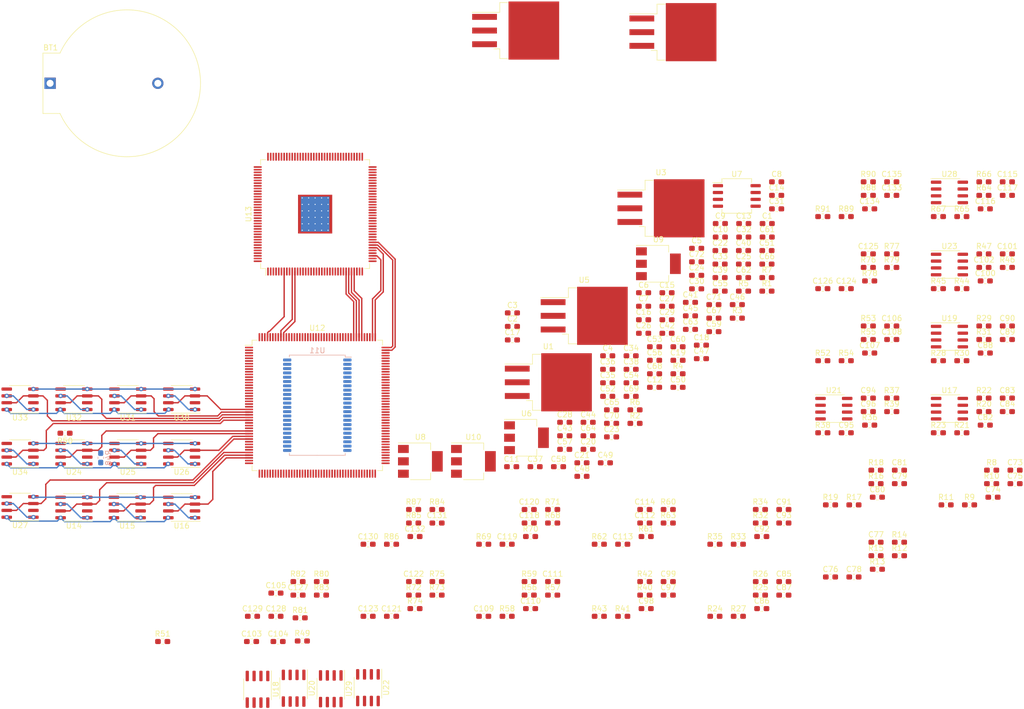
<source format=kicad_pcb>
(kicad_pcb (version 20171130) (host pcbnew 5.1.6~rc1+dfsg1-1)
  (layers (0 F.Cu signal) (1 In1.Cu signal) (2 In2.Cu signal) (31 B.Cu signal) (34 B.Paste user) (35 F.Paste user) (36 B.SilkS user hide) (37 F.SilkS user hide) (38 B.Mask user) (39 F.Mask user) (44 Edge.Cuts user))
  (net 0 "")
  (net 1 MCU_VBAT)
  (net 2 GND)
  (net 3 MCU_12V)
  (net 4 ANALOG_VCC)
  (net 5 FPGA_5V)
  (net 6 MCU_5V)
  (net 7 FPGA_3.3V)
  (net 8 MCU_VDD)
  (net 9 MCU_VDDA)
  (net 10 MCU_VREF)
  (net 11 FPGA_1.2V)
  (net 12 FPGA_2.5V)
  (net 13 "Net-(C73-Pad1)")
  (net 14 "Net-(C74-Pad2)")
  (net 15 "Net-(C75-Pad1)")
  (net 16 "Net-(C76-Pad1)")
  (net 17 "Net-(C77-Pad2)")
  (net 18 "Net-(C78-Pad1)")
  (net 19 "Net-(C79-Pad1)")
  (net 20 "Net-(C80-Pad2)")
  (net 21 "Net-(C81-Pad1)")
  (net 22 "Net-(C82-Pad1)")
  (net 23 "Net-(C83-Pad2)")
  (net 24 "Net-(C84-Pad1)")
  (net 25 "Net-(C85-Pad1)")
  (net 26 "Net-(C86-Pad2)")
  (net 27 "Net-(C87-Pad1)")
  (net 28 "Net-(C88-Pad1)")
  (net 29 "Net-(C89-Pad2)")
  (net 30 "Net-(C90-Pad1)")
  (net 31 "Net-(C91-Pad1)")
  (net 32 "Net-(C92-Pad2)")
  (net 33 "Net-(C93-Pad1)")
  (net 34 "Net-(C94-Pad1)")
  (net 35 "Net-(C95-Pad2)")
  (net 36 "Net-(C96-Pad1)")
  (net 37 "Net-(C97-Pad1)")
  (net 38 "Net-(C98-Pad2)")
  (net 39 "Net-(C99-Pad1)")
  (net 40 "Net-(C100-Pad1)")
  (net 41 "Net-(C101-Pad2)")
  (net 42 "Net-(C102-Pad1)")
  (net 43 "Net-(C103-Pad1)")
  (net 44 "Net-(C104-Pad2)")
  (net 45 "Net-(C105-Pad1)")
  (net 46 "Net-(C106-Pad1)")
  (net 47 "Net-(C107-Pad2)")
  (net 48 "Net-(C108-Pad1)")
  (net 49 "Net-(C109-Pad1)")
  (net 50 "Net-(C110-Pad2)")
  (net 51 "Net-(C111-Pad1)")
  (net 52 "Net-(C112-Pad1)")
  (net 53 "Net-(C113-Pad2)")
  (net 54 "Net-(C114-Pad1)")
  (net 55 "Net-(C115-Pad1)")
  (net 56 "Net-(C116-Pad2)")
  (net 57 "Net-(C117-Pad1)")
  (net 58 "Net-(C118-Pad1)")
  (net 59 "Net-(C119-Pad2)")
  (net 60 "Net-(C120-Pad1)")
  (net 61 "Net-(C121-Pad1)")
  (net 62 "Net-(C122-Pad2)")
  (net 63 "Net-(C123-Pad1)")
  (net 64 "Net-(C124-Pad1)")
  (net 65 "Net-(C125-Pad2)")
  (net 66 "Net-(C126-Pad1)")
  (net 67 "Net-(C127-Pad1)")
  (net 68 "Net-(C128-Pad2)")
  (net 69 "Net-(C129-Pad1)")
  (net 70 "Net-(C130-Pad1)")
  (net 71 "Net-(C131-Pad2)")
  (net 72 "Net-(C132-Pad1)")
  (net 73 "Net-(C133-Pad1)")
  (net 74 "Net-(C134-Pad2)")
  (net 75 "Net-(C135-Pad1)")
  (net 76 "Net-(R4-Pad1)")
  (net 77 /IN1)
  (net 78 /IN2)
  (net 79 /IN3)
  (net 80 /IN4)
  (net 81 /IN5)
  (net 82 /IN6)
  (net 83 /IN7)
  (net 84 /IN8)
  (net 85 /IN9)
  (net 86 /IN10)
  (net 87 /IN11)
  (net 88 /IN12)
  (net 89 /IN13)
  (net 90 /IN14)
  (net 91 /IN15)
  (net 92 /IN16)
  (net 93 /IN17)
  (net 94 /IN18)
  (net 95 /IN19)
  (net 96 /IN20)
  (net 97 /IN21)
  (net 98 "Net-(U7-Pad1)")
  (net 99 "Net-(U7-Pad5)")
  (net 100 "Net-(U7-Pad7)")
  (net 101 "Net-(U7-Pad8)")
  (net 102 /FSMC_A0)
  (net 103 /FSMC_A1)
  (net 104 /FSMC_A2)
  (net 105 /FSMC_A3)
  (net 106 /FSMC_A4)
  (net 107 /FSMC_NE1)
  (net 108 /FSMC_D0)
  (net 109 /FSMC_D1)
  (net 110 /FSMC_D2)
  (net 111 /FSMC_D3)
  (net 112 /FSMC_D4)
  (net 113 /FSMC_D5)
  (net 114 /FSMC_D6)
  (net 115 /FSMC_D7)
  (net 116 /FSMC_nWE)
  (net 117 /FSMC_A5)
  (net 118 /FSMC_A6)
  (net 119 /FSMC_A7)
  (net 120 /FSMC_A8)
  (net 121 /FSMC_A9)
  (net 122 /FSMC_A10)
  (net 123 /FSMC_A11)
  (net 124 /FSMC_A12)
  (net 125 /FSMC_A13)
  (net 126 /FSMC_A14)
  (net 127 "Net-(U11-Pad28)")
  (net 128 /FSMC_D8)
  (net 129 /FSMC_D9)
  (net 130 /FSMC_D10)
  (net 131 /FSMC_D11)
  (net 132 /FSMC_D12)
  (net 133 /FSMC_D13)
  (net 134 /FSMC_D14)
  (net 135 /FSMC_D15)
  (net 136 /FSMC_NBL0)
  (net 137 /FSMC_NBL1)
  (net 138 /FSMC_nOE)
  (net 139 /FSMC_A15)
  (net 140 /FSMC_A16)
  (net 141 /FSMC_A17)
  (net 142 /TIM9_CH1)
  (net 143 /TIM9_CH2)
  (net 144 /VBAT)
  (net 145 /PC13)
  (net 146 /OSC32_IN)
  (net 147 /OSC32_OUT)
  (net 148 /PI9)
  (net 149 /PI10)
  (net 150 /PI11)
  (net 151 /ADC3_IN4)
  (net 152 /ADC3_IN5)
  (net 153 /ADC3_IN6)
  (net 154 /ADC3_IN7)
  (net 155 /ADC3_IN8)
  (net 156 /OSC_IN)
  (net 157 /OSC_OUT)
  (net 158 "Net-(U12-Pad31)")
  (net 159 /ADC123_IN10)
  (net 160 /ADC123_IN11)
  (net 161 /ADC123_IN12)
  (net 162 /ADC123_IN13)
  (net 163 /ADC123_IN0)
  (net 164 /ADC123_IN1)
  (net 165 /ADC123_IN2)
  (net 166 /PH2)
  (net 167 /PH3)
  (net 168 /I2C2_SCL)
  (net 169 /I2C2_SDA)
  (net 170 /ADC123_IN3)
  (net 171 "Net-(U12-Pad48)")
  (net 172 /ADC12_IN4)
  (net 173 /ADC12_IN5)
  (net 174 /ADC12_IN6)
  (net 175 /ADC12_IN7)
  (net 176 /ADC12_IN14)
  (net 177 /ADC12_IN15)
  (net 178 /ADC12_IN8)
  (net 179 /ADC12_IN9)
  (net 180 /BOOT1)
  (net 181 /PF11)
  (net 182 /USART3_TX)
  (net 183 /USART3_RX)
  (net 184 "Net-(U12-Pad81)")
  (net 185 "Net-(U12-Pad82)")
  (net 186 /PH6)
  (net 187 /I2C3_SCL)
  (net 188 /I2C3_SDA)
  (net 189 /I2C3_SMBA)
  (net 190 /TIM5_CH1)
  (net 191 /TIM5_CH2)
  (net 192 /TIM5_CH3)
  (net 193 /CAN2_RX)
  (net 194 /CAN2_TX)
  (net 195 /TIM12_CH1)
  (net 196 /TIM12_CH2)
  (net 197 /PD13)
  (net 198 /PG6)
  (net 199 /PG7)
  (net 200 /PG8)
  (net 201 /USART6_TX)
  (net 202 /USART6_RX)
  (net 203 /TIM3_CH3)
  (net 204 /TIM3_CH4)
  (net 205 /PA8)
  (net 206 /USART1_TX)
  (net 207 /SART1_RX)
  (net 208 /CAN1_RX)
  (net 209 /CAN1_TX)
  (net 210 /JTMS-SWDIO)
  (net 211 "Net-(U12-Pad125)")
  (net 212 /TIM8_CH1N)
  (net 213 /TIM8_CH2N)
  (net 214 /TIM8_CH3N)
  (net 215 /SPI2_NSS)
  (net 216 /SPI2_SCK)
  (net 217 /SPI2_MISO)
  (net 218 /SPI2_MOSI)
  (net 219 /JTCK-SWCLK)
  (net 220 /SPI3_NSS)
  (net 221 /SPI3_SCK)
  (net 222 /SPI3_MISO)
  (net 223 /SPI3_MOSI)
  (net 224 /HWAG_SPI_CRC)
  (net 225 /PD3)
  (net 226 /FSMC_NWAIT)
  (net 227 /FSMC_NE2)
  (net 228 /FSMC_NE3)
  (net 229 /PG11)
  (net 230 /FSMC_NE4)
  (net 231 /PG13)
  (net 232 /PG14)
  (net 233 /PG15)
  (net 234 /SPI1_SCK)
  (net 235 /SPI1_MISO)
  (net 236 /SPI1_MOSI)
  (net 237 /I2C1_SCL)
  (net 238 /I2C1_SDA)
  (net 239 "Net-(U12-Pad166)")
  (net 240 /HWAG_VR_OUT)
  (net 241 "Net-(U12-Pad171)")
  (net 242 /HWAG_RST)
  (net 243 /TIM8_CH1)
  (net 244 /TIM8_CH2)
  (net 245 /TIM8_CH3)
  (net 246 "Net-(U13-Pad6)")
  (net 247 "Net-(U13-Pad8)")
  (net 248 "Net-(U13-Pad9)")
  (net 249 "Net-(U13-Pad12)")
  (net 250 "Net-(U13-Pad13)")
  (net 251 "Net-(U13-Pad14)")
  (net 252 "Net-(U13-Pad15)")
  (net 253 "Net-(U13-Pad16)")
  (net 254 "Net-(U13-Pad18)")
  (net 255 "Net-(U13-Pad20)")
  (net 256 "Net-(U13-Pad21)")
  (net 257 "Net-(U13-Pad23)")
  (net 258 "Net-(U13-Pad24)")
  (net 259 "Net-(U13-Pad25)")
  (net 260 "Net-(U13-Pad52)")
  (net 261 "Net-(U13-Pad53)")
  (net 262 "Net-(U13-Pad54)")
  (net 263 "Net-(U13-Pad55)")
  (net 264 /HWAG_INJ8)
  (net 265 "Net-(U13-Pad86)")
  (net 266 "Net-(U13-Pad87)")
  (net 267 "Net-(U13-Pad88)")
  (net 268 "Net-(U13-Pad89)")
  (net 269 "Net-(U13-Pad90)")
  (net 270 "Net-(U13-Pad91)")
  (net 271 "Net-(U13-Pad92)")
  (net 272 "Net-(U13-Pad94)")
  (net 273 "Net-(U13-Pad96)")
  (net 274 "Net-(U13-Pad97)")
  (net 275 "Net-(U13-Pad98)")
  (net 276 "Net-(U13-Pad99)")
  (net 277 "Net-(U13-Pad101)")
  (net 278 "Net-(U13-Pad103)")
  (net 279 "Net-(U13-Pad106)")
  (net 280 "Net-(U13-Pad120)")
  (net 281 "Net-(U13-Pad121)")
  (net 282 "Net-(U13-Pad125)")
  (net 283 "Net-(U13-Pad126)")
  (net 284 "Net-(U13-Pad127)")
  (net 285 "Net-(U13-Pad128)")
  (net 286 "Net-(U13-Pad129)")
  (net 287 "Net-(U13-Pad132)")
  (net 288 "Net-(U13-Pad133)")
  (net 289 "Net-(U13-Pad135)")
  (net 290 "Net-(U13-Pad137)")
  (net 291 "Net-(U13-Pad142)")
  (net 292 /HWAG_GAP_OUT)
  (net 293 "Net-(U12-Pad7)")
  (net 294 "Net-(U12-Pad3)")
  (net 295 "Net-(U12-Pad2)")
  (net 296 "Net-(U12-Pad1)")
  (net 297 /HWAG_IGN0)
  (net 298 /HWAG_IGN1)
  (net 299 /HWAG_IGN2)
  (net 300 /HWAG_IGN3)
  (net 301 /HWAG_IGN4)
  (net 302 /HWAG_IGN5)
  (net 303 /HWAG_IGN6)
  (net 304 /HWAG_IGN7)
  (net 305 /HWAG_IGN8)
  (net 306 /HWAG_IGN9)
  (net 307 /HWAG_IGN10)
  (net 308 /HWAG_IGN11)
  (net 309 /HWAG_INJ0)
  (net 310 /HWAG_INJ1)
  (net 311 /HWAG_INJ2)
  (net 312 /HWAG_INJ3)
  (net 313 /HWAG_INJ4)
  (net 314 /HWAG_INJ5)
  (net 315 /HWAG_INJ6)
  (net 316 /HWAG_INJ7)
  (net 317 /HWAG_INJ9)
  (net 318 /HWAG_INJ10)
  (net 319 /HWAG_INJ11)
  (net 320 /HWAG_CAM_IN0)
  (net 321 /HWAG_CAM_IN1)
  (net 322 /HWAG_VR_IN0)
  (net 323 /HWAG_VR_IN1)
  (net 324 /HWAG_PCNT_ENA_OUT)
  (module Battery:BatteryHolder_ComfortableElectronic_CH273-2450_1x2450 (layer F.Cu) (at 38.1 33.2)
    (fp_text reference BT1 (at 0.1 -6.62) (layer F.SilkS))
    (fp_text value Battery_Cell)
    (pad 2 thru_hole circle (at 20 0 270) (size 2.1 2.1) (drill 1.3) (layers *.Cu *.Mask) (net 2 GND))
    (pad 1 thru_hole rect (at 0 0 270) (size 2.1 2.1) (drill 1.3) (layers *.Cu *.Mask) (net 1 MCU_VBAT))
  )
  (module Capacitor_SMD:C_0603_1608Metric_Pad1.05x0.95mm_HandSolder (layer F.Cu) (at 171.225001 59.255001)
    (fp_text reference C1 (at 0 -1.43) (layer F.SilkS))
    (fp_text value 0.33uF)
    (pad 1 smd roundrect (at -0.875 0) (size 1.05 0.95) (layers F.Cu F.Paste F.Mask) (net 3 MCU_12V))
    (pad 2 smd roundrect (at 0.875 0) (size 1.05 0.95) (layers F.Cu F.Paste F.Mask) (net 2 GND))
  )
  (module Capacitor_SMD:C_0603_1608Metric_Pad1.05x0.95mm_HandSolder (layer F.Cu) (at 123.925001 78.365001)
    (fp_text reference C2 (at 0 -1.43) (layer F.SilkS))
    (fp_text value 0.33uF)
    (pad 2 smd roundrect (at 0.875 0) (size 1.05 0.95) (layers F.Cu F.Paste F.Mask) (net 2 GND))
    (pad 1 smd roundrect (at -0.875 0) (size 1.05 0.95) (layers F.Cu F.Paste F.Mask) (net 3 MCU_12V))
  )
  (module Capacitor_SMD:C_0603_1608Metric_Pad1.05x0.95mm_HandSolder (layer F.Cu) (at 123.925001 75.855001)
    (fp_text reference C3 (at 0 -1.43) (layer F.SilkS))
    (fp_text value 0.33uF)
    (pad 2 smd roundrect (at 0.875 0) (size 1.05 0.95) (layers F.Cu F.Paste F.Mask) (net 2 GND))
    (pad 1 smd roundrect (at -0.875 0) (size 1.05 0.95) (layers F.Cu F.Paste F.Mask) (net 3 MCU_12V))
  )
  (module Capacitor_SMD:C_0603_1608Metric_Pad1.05x0.95mm_HandSolder (layer F.Cu) (at 141.615001 83.825001)
    (fp_text reference C4 (at 0 -1.43) (layer F.SilkS))
    (fp_text value 0.1uF)
    (pad 2 smd roundrect (at 0.875 0) (size 1.05 0.95) (layers F.Cu F.Paste F.Mask) (net 2 GND))
    (pad 1 smd roundrect (at -0.875 0) (size 1.05 0.95) (layers F.Cu F.Paste F.Mask) (net 4 ANALOG_VCC))
  )
  (module Capacitor_SMD:C_0603_1608Metric_Pad1.05x0.95mm_HandSolder (layer F.Cu) (at 158.125001 63.855001)
    (fp_text reference C5 (at 0 -1.43) (layer F.SilkS))
    (fp_text value 0.1uF)
    (pad 1 smd roundrect (at -0.875 0) (size 1.05 0.95) (layers F.Cu F.Paste F.Mask) (net 5 FPGA_5V))
    (pad 2 smd roundrect (at 0.875 0) (size 1.05 0.95) (layers F.Cu F.Paste F.Mask) (net 2 GND))
  )
  (module Capacitor_SMD:C_0603_1608Metric_Pad1.05x0.95mm_HandSolder (layer F.Cu) (at 148.275001 72.105001)
    (fp_text reference C6 (at 0 -1.43) (layer F.SilkS))
    (fp_text value 0.1uF)
    (pad 1 smd roundrect (at -0.875 0) (size 1.05 0.95) (layers F.Cu F.Paste F.Mask) (net 6 MCU_5V))
    (pad 2 smd roundrect (at 0.875 0) (size 1.05 0.95) (layers F.Cu F.Paste F.Mask) (net 2 GND))
  )
  (module Capacitor_SMD:C_0603_1608Metric_Pad1.05x0.95mm_HandSolder (layer F.Cu) (at 148.275001 74.615001)
    (fp_text reference C7 (at 0 -1.43) (layer F.SilkS))
    (fp_text value 10uF)
    (pad 1 smd roundrect (at -0.875 0) (size 1.05 0.95) (layers F.Cu F.Paste F.Mask) (net 6 MCU_5V))
    (pad 2 smd roundrect (at 0.875 0) (size 1.05 0.95) (layers F.Cu F.Paste F.Mask) (net 2 GND))
  )
  (module Capacitor_SMD:C_0603_1608Metric_Pad1.05x0.95mm_HandSolder (layer F.Cu) (at 172.975001 51.505001)
    (fp_text reference C8 (at 0 -1.43) (layer F.SilkS))
    (fp_text value 0.1uF)
    (pad 1 smd roundrect (at -0.875 0) (size 1.05 0.95) (layers F.Cu F.Paste F.Mask) (net 6 MCU_5V))
    (pad 2 smd roundrect (at 0.875 0) (size 1.05 0.95) (layers F.Cu F.Paste F.Mask) (net 2 GND))
  )
  (module Capacitor_SMD:C_0603_1608Metric_Pad1.05x0.95mm_HandSolder (layer F.Cu) (at 162.525001 59.255001)
    (fp_text reference C9 (at 0 -1.43) (layer F.SilkS))
    (fp_text value 0.1uF)
    (pad 2 smd roundrect (at 0.875 0) (size 1.05 0.95) (layers F.Cu F.Paste F.Mask) (net 2 GND))
    (pad 1 smd roundrect (at -0.875 0) (size 1.05 0.95) (layers F.Cu F.Paste F.Mask) (net 6 MCU_5V))
  )
  (module Capacitor_SMD:C_0603_1608Metric_Pad1.05x0.95mm_HandSolder (layer F.Cu) (at 162.525001 61.765001)
    (fp_text reference C10 (at 0 -1.43) (layer F.SilkS))
    (fp_text value 0.1uF)
    (pad 1 smd roundrect (at -0.875 0) (size 1.05 0.95) (layers F.Cu F.Paste F.Mask) (net 5 FPGA_5V))
    (pad 2 smd roundrect (at 0.875 0) (size 1.05 0.95) (layers F.Cu F.Paste F.Mask) (net 2 GND))
  )
  (module Capacitor_SMD:C_0603_1608Metric_Pad1.05x0.95mm_HandSolder (layer F.Cu) (at 123.785001 104.425001)
    (fp_text reference C11 (at 0 -1.43) (layer F.SilkS))
    (fp_text value 0.1uF)
    (pad 2 smd roundrect (at 0.875 0) (size 1.05 0.95) (layers F.Cu F.Paste F.Mask) (net 2 GND))
    (pad 1 smd roundrect (at -0.875 0) (size 1.05 0.95) (layers F.Cu F.Paste F.Mask) (net 6 MCU_5V))
  )
  (module Capacitor_SMD:C_0603_1608Metric_Pad1.05x0.95mm_HandSolder (layer F.Cu) (at 150.315001 89.675001)
    (fp_text reference C12 (at 0 -1.43) (layer F.SilkS))
    (fp_text value 10uF)
    (pad 2 smd roundrect (at 0.875 0) (size 1.05 0.95) (layers F.Cu F.Paste F.Mask) (net 2 GND))
    (pad 1 smd roundrect (at -0.875 0) (size 1.05 0.95) (layers F.Cu F.Paste F.Mask) (net 7 FPGA_3.3V))
  )
  (module Capacitor_SMD:C_0603_1608Metric_Pad1.05x0.95mm_HandSolder (layer F.Cu) (at 166.875001 59.255001)
    (fp_text reference C13 (at 0 -1.43) (layer F.SilkS))
    (fp_text value 10uF)
    (pad 1 smd roundrect (at -0.875 0) (size 1.05 0.95) (layers F.Cu F.Paste F.Mask) (net 8 MCU_VDD))
    (pad 2 smd roundrect (at 0.875 0) (size 1.05 0.95) (layers F.Cu F.Paste F.Mask) (net 2 GND))
  )
  (module Capacitor_SMD:C_0603_1608Metric_Pad1.05x0.95mm_HandSolder (layer F.Cu) (at 172.975001 54.015001)
    (fp_text reference C14 (at 0 -1.43) (layer F.SilkS))
    (fp_text value 10uF)
    (pad 2 smd roundrect (at 0.875 0) (size 1.05 0.95) (layers F.Cu F.Paste F.Mask) (net 2 GND))
    (pad 1 smd roundrect (at -0.875 0) (size 1.05 0.95) (layers F.Cu F.Paste F.Mask) (net 9 MCU_VDDA))
  )
  (module Capacitor_SMD:C_0603_1608Metric_Pad1.05x0.95mm_HandSolder (layer F.Cu) (at 152.625001 72.105001)
    (fp_text reference C15 (at 0 -1.43) (layer F.SilkS))
    (fp_text value 0.1uF)
    (pad 2 smd roundrect (at 0.875 0) (size 1.05 0.95) (layers F.Cu F.Paste F.Mask) (net 7 FPGA_3.3V))
    (pad 1 smd roundrect (at -0.875 0) (size 1.05 0.95) (layers F.Cu F.Paste F.Mask) (net 2 GND))
  )
  (module Capacitor_SMD:C_0603_1608Metric_Pad1.05x0.95mm_HandSolder (layer F.Cu) (at 148.275001 77.125001)
    (fp_text reference C16 (at 0 -1.43) (layer F.SilkS))
    (fp_text value 0.1uF)
    (pad 2 smd roundrect (at 0.875 0) (size 1.05 0.95) (layers F.Cu F.Paste F.Mask) (net 2 GND))
    (pad 1 smd roundrect (at -0.875 0) (size 1.05 0.95) (layers F.Cu F.Paste F.Mask) (net 8 MCU_VDD))
  )
  (module Capacitor_SMD:C_0603_1608Metric_Pad1.05x0.95mm_HandSolder (layer F.Cu) (at 123.925001 80.875001)
    (fp_text reference C17 (at 0 -1.43) (layer F.SilkS))
    (fp_text value 1uF)
    (pad 2 smd roundrect (at 0.875 0) (size 1.05 0.95) (layers F.Cu F.Paste F.Mask) (net 2 GND))
    (pad 1 smd roundrect (at -0.875 0) (size 1.05 0.95) (layers F.Cu F.Paste F.Mask) (net 9 MCU_VDDA))
  )
  (module Capacitor_SMD:C_0603_1608Metric_Pad1.05x0.95mm_HandSolder (layer F.Cu) (at 159.015001 81.845001)
    (fp_text reference C18 (at 0 -1.43) (layer F.SilkS))
    (fp_text value 0.1uF)
    (pad 1 smd roundrect (at -0.875 0) (size 1.05 0.95) (layers F.Cu F.Paste F.Mask) (net 1 MCU_VBAT))
    (pad 2 smd roundrect (at 0.875 0) (size 1.05 0.95) (layers F.Cu F.Paste F.Mask) (net 2 GND))
  )
  (module Capacitor_SMD:C_0603_1608Metric_Pad1.05x0.95mm_HandSolder (layer F.Cu) (at 154.665001 84.655001)
    (fp_text reference C19 (at 0 -1.43) (layer F.SilkS))
    (fp_text value 1uF)
    (pad 2 smd roundrect (at 0.875 0) (size 1.05 0.95) (layers F.Cu F.Paste F.Mask) (net 2 GND))
    (pad 1 smd roundrect (at -0.875 0) (size 1.05 0.95) (layers F.Cu F.Paste F.Mask) (net 10 MCU_VREF))
  )
  (module Capacitor_SMD:C_0603_1608Metric_Pad1.05x0.95mm_HandSolder (layer F.Cu) (at 137.985001 101.195001)
    (fp_text reference C20 (at 0 -1.43) (layer F.SilkS))
    (fp_text value 0.1uF)
    (pad 1 smd roundrect (at -0.875 0) (size 1.05 0.95) (layers F.Cu F.Paste F.Mask) (net 7 FPGA_3.3V))
    (pad 2 smd roundrect (at 0.875 0) (size 1.05 0.95) (layers F.Cu F.Paste F.Mask) (net 2 GND))
  )
  (module Capacitor_SMD:C_0603_1608Metric_Pad1.05x0.95mm_HandSolder (layer F.Cu) (at 136.835001 103.705001)
    (fp_text reference C21 (at 0 -1.43) (layer F.SilkS))
    (fp_text value 0.1uF)
    (pad 2 smd roundrect (at 0.875 0) (size 1.05 0.95) (layers F.Cu F.Paste F.Mask) (net 2 GND))
    (pad 1 smd roundrect (at -0.875 0) (size 1.05 0.95) (layers F.Cu F.Paste F.Mask) (net 7 FPGA_3.3V))
  )
  (module Capacitor_SMD:C_0603_1608Metric_Pad1.05x0.95mm_HandSolder (layer F.Cu) (at 162.475001 64.275001)
    (fp_text reference C22 (at 0 -1.43) (layer F.SilkS))
    (fp_text value 0.1uF)
    (pad 1 smd roundrect (at -0.875 0) (size 1.05 0.95) (layers F.Cu F.Paste F.Mask) (net 2 GND))
    (pad 2 smd roundrect (at 0.875 0) (size 1.05 0.95) (layers F.Cu F.Paste F.Mask) (net 7 FPGA_3.3V))
  )
  (module Capacitor_SMD:C_0603_1608Metric_Pad1.05x0.95mm_HandSolder (layer F.Cu) (at 142.335001 98.885001)
    (fp_text reference C23 (at 0 -1.43) (layer F.SilkS))
    (fp_text value 0.1uF)
    (pad 1 smd roundrect (at -0.875 0) (size 1.05 0.95) (layers F.Cu F.Paste F.Mask) (net 8 MCU_VDD))
    (pad 2 smd roundrect (at 0.875 0) (size 1.05 0.95) (layers F.Cu F.Paste F.Mask) (net 2 GND))
  )
  (module Capacitor_SMD:C_0603_1608Metric_Pad1.05x0.95mm_HandSolder (layer F.Cu) (at 158.125001 68.875001)
    (fp_text reference C24 (at 0 -1.43) (layer F.SilkS))
    (fp_text value 0.1uF)
    (pad 2 smd roundrect (at 0.875 0) (size 1.05 0.95) (layers F.Cu F.Paste F.Mask) (net 2 GND))
    (pad 1 smd roundrect (at -0.875 0) (size 1.05 0.95) (layers F.Cu F.Paste F.Mask) (net 9 MCU_VDDA))
  )
  (module Capacitor_SMD:C_0603_1608Metric_Pad1.05x0.95mm_HandSolder (layer F.Cu) (at 166.825001 66.785001)
    (fp_text reference C25 (at 0 -1.43) (layer F.SilkS))
    (fp_text value 0.1uF)
    (pad 1 smd roundrect (at -0.875 0) (size 1.05 0.95) (layers F.Cu F.Paste F.Mask) (net 10 MCU_VREF))
    (pad 2 smd roundrect (at 0.875 0) (size 1.05 0.95) (layers F.Cu F.Paste F.Mask) (net 2 GND))
  )
  (module Capacitor_SMD:C_0603_1608Metric_Pad1.05x0.95mm_HandSolder (layer F.Cu) (at 148.275001 79.635001)
    (fp_text reference C26 (at 0 -1.43) (layer F.SilkS))
    (fp_text value 0.1uF)
    (pad 2 smd roundrect (at 0.875 0) (size 1.05 0.95) (layers F.Cu F.Paste F.Mask) (net 7 FPGA_3.3V))
    (pad 1 smd roundrect (at -0.875 0) (size 1.05 0.95) (layers F.Cu F.Paste F.Mask) (net 2 GND))
  )
  (module Capacitor_SMD:C_0603_1608Metric_Pad1.05x0.95mm_HandSolder (layer F.Cu) (at 152.625001 74.615001)
    (fp_text reference C27 (at 0 -1.43) (layer F.SilkS))
    (fp_text value 0.1uF)
    (pad 1 smd roundrect (at -0.875 0) (size 1.05 0.95) (layers F.Cu F.Paste F.Mask) (net 8 MCU_VDD))
    (pad 2 smd roundrect (at 0.875 0) (size 1.05 0.95) (layers F.Cu F.Paste F.Mask) (net 2 GND))
  )
  (module Capacitor_SMD:C_0603_1608Metric_Pad1.05x0.95mm_HandSolder (layer F.Cu) (at 133.635001 96.175001)
    (fp_text reference C28 (at 0 -1.43) (layer F.SilkS))
    (fp_text value 0.1uF)
    (pad 2 smd roundrect (at 0.875 0) (size 1.05 0.95) (layers F.Cu F.Paste F.Mask) (net 7 FPGA_3.3V))
    (pad 1 smd roundrect (at -0.875 0) (size 1.05 0.95) (layers F.Cu F.Paste F.Mask) (net 2 GND))
  )
  (module Capacitor_SMD:C_0603_1608Metric_Pad1.05x0.95mm_HandSolder (layer F.Cu) (at 152.625001 77.125001)
    (fp_text reference C29 (at 0 -1.43) (layer F.SilkS))
    (fp_text value 0.1uF)
    (pad 2 smd roundrect (at 0.875 0) (size 1.05 0.95) (layers F.Cu F.Paste F.Mask) (net 2 GND))
    (pad 1 smd roundrect (at -0.875 0) (size 1.05 0.95) (layers F.Cu F.Paste F.Mask) (net 8 MCU_VDD))
  )
  (module Capacitor_SMD:C_0603_1608Metric_Pad1.05x0.95mm_HandSolder (layer F.Cu) (at 158.125001 71.385001)
    (fp_text reference C30 (at 0 -1.43) (layer F.SilkS))
    (fp_text value 0.1uF)
    (pad 1 smd roundrect (at -0.875 0) (size 1.05 0.95) (layers F.Cu F.Paste F.Mask) (net 2 GND))
    (pad 2 smd roundrect (at 0.875 0) (size 1.05 0.95) (layers F.Cu F.Paste F.Mask) (net 11 FPGA_1.2V))
  )
  (module Capacitor_SMD:C_0603_1608Metric_Pad1.05x0.95mm_HandSolder (layer F.Cu) (at 172.975001 56.525001)
    (fp_text reference C31 (at 0 -1.43) (layer F.SilkS))
    (fp_text value 0.1uF)
    (pad 1 smd roundrect (at -0.875 0) (size 1.05 0.95) (layers F.Cu F.Paste F.Mask) (net 2 GND))
    (pad 2 smd roundrect (at 0.875 0) (size 1.05 0.95) (layers F.Cu F.Paste F.Mask) (net 12 FPGA_2.5V))
  )
  (module Capacitor_SMD:C_0603_1608Metric_Pad1.05x0.95mm_HandSolder (layer F.Cu) (at 166.875001 61.765001)
    (fp_text reference C32 (at 0 -1.43) (layer F.SilkS))
    (fp_text value 0.1uF)
    (pad 2 smd roundrect (at 0.875 0) (size 1.05 0.95) (layers F.Cu F.Paste F.Mask) (net 7 FPGA_3.3V))
    (pad 1 smd roundrect (at -0.875 0) (size 1.05 0.95) (layers F.Cu F.Paste F.Mask) (net 2 GND))
  )
  (module Capacitor_SMD:C_0603_1608Metric_Pad1.05x0.95mm_HandSolder (layer F.Cu) (at 162.475001 66.785001)
    (fp_text reference C33 (at 0 -1.43) (layer F.SilkS))
    (fp_text value 0.1uF)
    (pad 1 smd roundrect (at -0.875 0) (size 1.05 0.95) (layers F.Cu F.Paste F.Mask) (net 8 MCU_VDD))
    (pad 2 smd roundrect (at 0.875 0) (size 1.05 0.95) (layers F.Cu F.Paste F.Mask) (net 2 GND))
  )
  (module Capacitor_SMD:C_0603_1608Metric_Pad1.05x0.95mm_HandSolder (layer F.Cu) (at 145.965001 83.825001)
    (fp_text reference C34 (at 0 -1.43) (layer F.SilkS))
    (fp_text value 0.1uF)
    (pad 2 smd roundrect (at 0.875 0) (size 1.05 0.95) (layers F.Cu F.Paste F.Mask) (net 11 FPGA_1.2V))
    (pad 1 smd roundrect (at -0.875 0) (size 1.05 0.95) (layers F.Cu F.Paste F.Mask) (net 2 GND))
  )
  (module Capacitor_SMD:C_0603_1608Metric_Pad1.05x0.95mm_HandSolder (layer F.Cu) (at 141.615001 88.845001)
    (fp_text reference C35 (at 0 -1.43) (layer F.SilkS))
    (fp_text value 0.1uF)
    (pad 1 smd roundrect (at -0.875 0) (size 1.05 0.95) (layers F.Cu F.Paste F.Mask) (net 2 GND))
    (pad 2 smd roundrect (at 0.875 0) (size 1.05 0.95) (layers F.Cu F.Paste F.Mask) (net 12 FPGA_2.5V))
  )
  (module Capacitor_SMD:C_0603_1608Metric_Pad1.05x0.95mm_HandSolder (layer F.Cu) (at 141.615001 86.335001)
    (fp_text reference C36 (at 0 -1.43) (layer F.SilkS))
    (fp_text value 0.1uF)
    (pad 1 smd roundrect (at -0.875 0) (size 1.05 0.95) (layers F.Cu F.Paste F.Mask) (net 2 GND))
    (pad 2 smd roundrect (at 0.875 0) (size 1.05 0.95) (layers F.Cu F.Paste F.Mask) (net 7 FPGA_3.3V))
  )
  (module Capacitor_SMD:C_0603_1608Metric_Pad1.05x0.95mm_HandSolder (layer F.Cu) (at 128.135001 104.425001)
    (fp_text reference C37 (at 0 -1.43) (layer F.SilkS))
    (fp_text value 0.1uF)
    (pad 1 smd roundrect (at -0.875 0) (size 1.05 0.95) (layers F.Cu F.Paste F.Mask) (net 8 MCU_VDD))
    (pad 2 smd roundrect (at 0.875 0) (size 1.05 0.95) (layers F.Cu F.Paste F.Mask) (net 2 GND))
  )
  (module Capacitor_SMD:C_0603_1608Metric_Pad1.05x0.95mm_HandSolder (layer F.Cu) (at 145.965001 86.335001)
    (fp_text reference C38 (at 0 -1.43) (layer F.SilkS))
    (fp_text value 0.1uF)
    (pad 1 smd roundrect (at -0.875 0) (size 1.05 0.95) (layers F.Cu F.Paste F.Mask) (net 2 GND))
    (pad 2 smd roundrect (at 0.875 0) (size 1.05 0.95) (layers F.Cu F.Paste F.Mask) (net 11 FPGA_1.2V))
  )
  (module Capacitor_SMD:C_0603_1608Metric_Pad1.05x0.95mm_HandSolder (layer F.Cu) (at 162.475001 69.295001)
    (fp_text reference C39 (at 0 -1.43) (layer F.SilkS))
    (fp_text value 0.1uF)
    (pad 1 smd roundrect (at -0.875 0) (size 1.05 0.95) (layers F.Cu F.Paste F.Mask) (net 2 GND))
    (pad 2 smd roundrect (at 0.875 0) (size 1.05 0.95) (layers F.Cu F.Paste F.Mask) (net 12 FPGA_2.5V))
  )
  (module Capacitor_SMD:C_0603_1608Metric_Pad1.05x0.95mm_HandSolder (layer F.Cu) (at 166.825001 64.275001)
    (fp_text reference C40 (at 0 -1.43) (layer F.SilkS))
    (fp_text value 0.1uF)
    (pad 1 smd roundrect (at -0.875 0) (size 1.05 0.95) (layers F.Cu F.Paste F.Mask) (net 7 FPGA_3.3V))
    (pad 2 smd roundrect (at 0.875 0) (size 1.05 0.95) (layers F.Cu F.Paste F.Mask) (net 2 GND))
  )
  (module Capacitor_SMD:C_0603_1608Metric_Pad1.05x0.95mm_HandSolder (layer F.Cu) (at 156.975001 73.895001)
    (fp_text reference C41 (at 0 -1.43) (layer F.SilkS))
    (fp_text value 0.1uF)
    (pad 1 smd roundrect (at -0.875 0) (size 1.05 0.95) (layers F.Cu F.Paste F.Mask) (net 8 MCU_VDD))
    (pad 2 smd roundrect (at 0.875 0) (size 1.05 0.95) (layers F.Cu F.Paste F.Mask) (net 2 GND))
  )
  (module Capacitor_SMD:C_0603_1608Metric_Pad1.05x0.95mm_HandSolder (layer F.Cu) (at 152.625001 79.635001)
    (fp_text reference C42 (at 0 -1.43) (layer F.SilkS))
    (fp_text value 0.1uF)
    (pad 1 smd roundrect (at -0.875 0) (size 1.05 0.95) (layers F.Cu F.Paste F.Mask) (net 2 GND))
    (pad 2 smd roundrect (at 0.875 0) (size 1.05 0.95) (layers F.Cu F.Paste F.Mask) (net 11 FPGA_1.2V))
  )
  (module Capacitor_SMD:C_0603_1608Metric_Pad1.05x0.95mm_HandSolder (layer F.Cu) (at 133.635001 98.685001)
    (fp_text reference C43 (at 0 -1.43) (layer F.SilkS))
    (fp_text value 0.1uF)
    (pad 2 smd roundrect (at 0.875 0) (size 1.05 0.95) (layers F.Cu F.Paste F.Mask) (net 12 FPGA_2.5V))
    (pad 1 smd roundrect (at -0.875 0) (size 1.05 0.95) (layers F.Cu F.Paste F.Mask) (net 2 GND))
  )
  (module Capacitor_SMD:C_0603_1608Metric_Pad1.05x0.95mm_HandSolder (layer F.Cu) (at 137.985001 96.175001)
    (fp_text reference C44 (at 0 -1.43) (layer F.SilkS))
    (fp_text value 0.1uF)
    (pad 2 smd roundrect (at 0.875 0) (size 1.05 0.95) (layers F.Cu F.Paste F.Mask) (net 2 GND))
    (pad 1 smd roundrect (at -0.875 0) (size 1.05 0.95) (layers F.Cu F.Paste F.Mask) (net 7 FPGA_3.3V))
  )
  (module Capacitor_SMD:C_0603_1608Metric_Pad1.05x0.95mm_HandSolder (layer F.Cu) (at 156.975001 76.405001)
    (fp_text reference C45 (at 0 -1.43) (layer F.SilkS))
    (fp_text value 0.1uF)
    (pad 2 smd roundrect (at 0.875 0) (size 1.05 0.95) (layers F.Cu F.Paste F.Mask) (net 2 GND))
    (pad 1 smd roundrect (at -0.875 0) (size 1.05 0.95) (layers F.Cu F.Paste F.Mask) (net 8 MCU_VDD))
  )
  (module Capacitor_SMD:C_0603_1608Metric_Pad1.05x0.95mm_HandSolder (layer F.Cu) (at 165.675001 74.315001)
    (fp_text reference C46 (at 0 -1.43) (layer F.SilkS))
    (fp_text value 0.1uF)
    (pad 1 smd roundrect (at -0.875 0) (size 1.05 0.95) (layers F.Cu F.Paste F.Mask) (net 2 GND))
    (pad 2 smd roundrect (at 0.875 0) (size 1.05 0.95) (layers F.Cu F.Paste F.Mask) (net 11 FPGA_1.2V))
  )
  (module Capacitor_SMD:C_0603_1608Metric_Pad1.05x0.95mm_HandSolder (layer F.Cu) (at 159.015001 84.355001)
    (fp_text reference C47 (at 0 -1.43) (layer F.SilkS))
    (fp_text value 0.1uF)
    (pad 1 smd roundrect (at -0.875 0) (size 1.05 0.95) (layers F.Cu F.Paste F.Mask) (net 2 GND))
    (pad 2 smd roundrect (at 0.875 0) (size 1.05 0.95) (layers F.Cu F.Paste F.Mask) (net 7 FPGA_3.3V))
  )
  (module Capacitor_SMD:C_0603_1608Metric_Pad1.05x0.95mm_HandSolder (layer F.Cu) (at 136.835001 106.215001)
    (fp_text reference C48 (at 0 -1.43) (layer F.SilkS))
    (fp_text value 0.1uF)
    (pad 1 smd roundrect (at -0.875 0) (size 1.05 0.95) (layers F.Cu F.Paste F.Mask) (net 8 MCU_VDD))
    (pad 2 smd roundrect (at 0.875 0) (size 1.05 0.95) (layers F.Cu F.Paste F.Mask) (net 2 GND))
  )
  (module Capacitor_SMD:C_0603_1608Metric_Pad1.05x0.95mm_HandSolder (layer F.Cu) (at 141.185001 103.705001)
    (fp_text reference C49 (at 0 -1.43) (layer F.SilkS))
    (fp_text value 0.1uF)
    (pad 2 smd roundrect (at 0.875 0) (size 1.05 0.95) (layers F.Cu F.Paste F.Mask) (net 11 FPGA_1.2V))
    (pad 1 smd roundrect (at -0.875 0) (size 1.05 0.95) (layers F.Cu F.Paste F.Mask) (net 2 GND))
  )
  (module Capacitor_SMD:C_0603_1608Metric_Pad1.05x0.95mm_HandSolder (layer F.Cu) (at 154.665001 89.675001)
    (fp_text reference C50 (at 0 -1.43) (layer F.SilkS))
    (fp_text value 0.1uF)
    (pad 2 smd roundrect (at 0.875 0) (size 1.05 0.95) (layers F.Cu F.Paste F.Mask) (net 7 FPGA_3.3V))
    (pad 1 smd roundrect (at -0.875 0) (size 1.05 0.95) (layers F.Cu F.Paste F.Mask) (net 2 GND))
  )
  (module Capacitor_SMD:C_0603_1608Metric_Pad1.05x0.95mm_HandSolder (layer F.Cu) (at 171.175001 64.275001)
    (fp_text reference C51 (at 0 -1.43) (layer F.SilkS))
    (fp_text value 0.1uF)
    (pad 2 smd roundrect (at 0.875 0) (size 1.05 0.95) (layers F.Cu F.Paste F.Mask) (net 2 GND))
    (pad 1 smd roundrect (at -0.875 0) (size 1.05 0.95) (layers F.Cu F.Paste F.Mask) (net 8 MCU_VDD))
  )
  (module Capacitor_SMD:C_0603_1608Metric_Pad1.05x0.95mm_HandSolder (layer F.Cu) (at 141.615001 91.355001)
    (fp_text reference C52 (at 0 -1.43) (layer F.SilkS))
    (fp_text value 0.1uF)
    (pad 2 smd roundrect (at 0.875 0) (size 1.05 0.95) (layers F.Cu F.Paste F.Mask) (net 11 FPGA_1.2V))
    (pad 1 smd roundrect (at -0.875 0) (size 1.05 0.95) (layers F.Cu F.Paste F.Mask) (net 2 GND))
  )
  (module Capacitor_SMD:C_0603_1608Metric_Pad1.05x0.95mm_HandSolder (layer F.Cu) (at 150.315001 82.145001)
    (fp_text reference C53 (at 0 -1.43) (layer F.SilkS))
    (fp_text value 0.1uF)
    (pad 2 smd roundrect (at 0.875 0) (size 1.05 0.95) (layers F.Cu F.Paste F.Mask) (net 7 FPGA_3.3V))
    (pad 1 smd roundrect (at -0.875 0) (size 1.05 0.95) (layers F.Cu F.Paste F.Mask) (net 2 GND))
  )
  (module Capacitor_SMD:C_0603_1608Metric_Pad1.05x0.95mm_HandSolder (layer F.Cu) (at 145.965001 88.845001)
    (fp_text reference C54 (at 0 -1.43) (layer F.SilkS))
    (fp_text value 0.1uF)
    (pad 1 smd roundrect (at -0.875 0) (size 1.05 0.95) (layers F.Cu F.Paste F.Mask) (net 8 MCU_VDD))
    (pad 2 smd roundrect (at 0.875 0) (size 1.05 0.95) (layers F.Cu F.Paste F.Mask) (net 2 GND))
  )
  (module Capacitor_SMD:C_0603_1608Metric_Pad1.05x0.95mm_HandSolder (layer F.Cu) (at 162.475001 71.805001)
    (fp_text reference C55 (at 0 -1.43) (layer F.SilkS))
    (fp_text value 0.1uF)
    (pad 2 smd roundrect (at 0.875 0) (size 1.05 0.95) (layers F.Cu F.Paste F.Mask) (net 11 FPGA_1.2V))
    (pad 1 smd roundrect (at -0.875 0) (size 1.05 0.95) (layers F.Cu F.Paste F.Mask) (net 2 GND))
  )
  (module Capacitor_SMD:C_0603_1608Metric_Pad1.05x0.95mm_HandSolder (layer F.Cu) (at 150.315001 84.655001)
    (fp_text reference C56 (at 0 -1.43) (layer F.SilkS))
    (fp_text value 0.1uF)
    (pad 2 smd roundrect (at 0.875 0) (size 1.05 0.95) (layers F.Cu F.Paste F.Mask) (net 7 FPGA_3.3V))
    (pad 1 smd roundrect (at -0.875 0) (size 1.05 0.95) (layers F.Cu F.Paste F.Mask) (net 2 GND))
  )
  (module Capacitor_SMD:C_0603_1608Metric_Pad1.05x0.95mm_HandSolder (layer F.Cu) (at 133.635001 101.195001)
    (fp_text reference C57 (at 0 -1.43) (layer F.SilkS))
    (fp_text value 0.1uF)
    (pad 1 smd roundrect (at -0.875 0) (size 1.05 0.95) (layers F.Cu F.Paste F.Mask) (net 8 MCU_VDD))
    (pad 2 smd roundrect (at 0.875 0) (size 1.05 0.95) (layers F.Cu F.Paste F.Mask) (net 2 GND))
  )
  (module Capacitor_SMD:C_0603_1608Metric_Pad1.05x0.95mm_HandSolder (layer F.Cu) (at 132.485001 104.425001)
    (fp_text reference C58 (at 0 -1.43) (layer F.SilkS))
    (fp_text value 0.1uF)
    (pad 1 smd roundrect (at -0.875 0) (size 1.05 0.95) (layers F.Cu F.Paste F.Mask) (net 2 GND))
    (pad 2 smd roundrect (at 0.875 0) (size 1.05 0.95) (layers F.Cu F.Paste F.Mask) (net 11 FPGA_1.2V))
  )
  (module Capacitor_SMD:C_0603_1608Metric_Pad1.05x0.95mm_HandSolder (layer F.Cu) (at 161.325001 79.335001)
    (fp_text reference C59 (at 0 -1.43) (layer F.SilkS))
    (fp_text value 0.1uF)
    (pad 2 smd roundrect (at 0.875 0) (size 1.05 0.95) (layers F.Cu F.Paste F.Mask) (net 2 GND))
    (pad 1 smd roundrect (at -0.875 0) (size 1.05 0.95) (layers F.Cu F.Paste F.Mask) (net 8 MCU_VDD))
  )
  (module Capacitor_SMD:C_0603_1608Metric_Pad1.05x0.95mm_HandSolder (layer F.Cu) (at 154.665001 82.145001)
    (fp_text reference C60 (at 0 -1.43) (layer F.SilkS))
    (fp_text value 0.1uF)
    (pad 1 smd roundrect (at -0.875 0) (size 1.05 0.95) (layers F.Cu F.Paste F.Mask) (net 2 GND))
    (pad 2 smd roundrect (at 0.875 0) (size 1.05 0.95) (layers F.Cu F.Paste F.Mask) (net 11 FPGA_1.2V))
  )
  (module Capacitor_SMD:C_0603_1608Metric_Pad1.05x0.95mm_HandSolder (layer F.Cu) (at 171.225001 61.765001)
    (fp_text reference C61 (at 0 -1.43) (layer F.SilkS))
    (fp_text value 0.1uF)
    (pad 2 smd roundrect (at 0.875 0) (size 1.05 0.95) (layers F.Cu F.Paste F.Mask) (net 2 GND))
    (pad 1 smd roundrect (at -0.875 0) (size 1.05 0.95) (layers F.Cu F.Paste F.Mask) (net 8 MCU_VDD))
  )
  (module Capacitor_SMD:C_0603_1608Metric_Pad1.05x0.95mm_HandSolder (layer F.Cu) (at 166.825001 69.295001)
    (fp_text reference C62 (at 0 -1.43) (layer F.SilkS))
    (fp_text value 0.1uF)
    (pad 2 smd roundrect (at 0.875 0) (size 1.05 0.95) (layers F.Cu F.Paste F.Mask) (net 11 FPGA_1.2V))
    (pad 1 smd roundrect (at -0.875 0) (size 1.05 0.95) (layers F.Cu F.Paste F.Mask) (net 2 GND))
  )
  (module Capacitor_SMD:C_0603_1608Metric_Pad1.05x0.95mm_HandSolder (layer F.Cu) (at 156.975001 78.915001)
    (fp_text reference C63 (at 0 -1.43) (layer F.SilkS))
    (fp_text value 0.1uF)
    (pad 1 smd roundrect (at -0.875 0) (size 1.05 0.95) (layers F.Cu F.Paste F.Mask) (net 8 MCU_VDD))
    (pad 2 smd roundrect (at 0.875 0) (size 1.05 0.95) (layers F.Cu F.Paste F.Mask) (net 2 GND))
  )
  (module Capacitor_SMD:C_0603_1608Metric_Pad1.05x0.95mm_HandSolder (layer F.Cu) (at 137.985001 98.685001)
    (fp_text reference C64 (at 0 -1.43) (layer F.SilkS))
    (fp_text value 0.1uF)
    (pad 2 smd roundrect (at 0.875 0) (size 1.05 0.95) (layers F.Cu F.Paste F.Mask) (net 11 FPGA_1.2V))
    (pad 1 smd roundrect (at -0.875 0) (size 1.05 0.95) (layers F.Cu F.Paste F.Mask) (net 2 GND))
  )
  (module Capacitor_SMD:C_0603_1608Metric_Pad1.05x0.95mm_HandSolder (layer F.Cu) (at 142.335001 93.865001)
    (fp_text reference C65 (at 0 -1.43) (layer F.SilkS))
    (fp_text value 0.1uF)
    (pad 2 smd roundrect (at 0.875 0) (size 1.05 0.95) (layers F.Cu F.Paste F.Mask) (net 2 GND))
    (pad 1 smd roundrect (at -0.875 0) (size 1.05 0.95) (layers F.Cu F.Paste F.Mask) (net 8 MCU_VDD))
  )
  (module Capacitor_SMD:C_0603_1608Metric_Pad1.05x0.95mm_HandSolder (layer F.Cu) (at 171.175001 66.785001)
    (fp_text reference C66 (at 0 -1.43) (layer F.SilkS))
    (fp_text value 0.1uF)
    (pad 1 smd roundrect (at -0.875 0) (size 1.05 0.95) (layers F.Cu F.Paste F.Mask) (net 2 GND))
    (pad 2 smd roundrect (at 0.875 0) (size 1.05 0.95) (layers F.Cu F.Paste F.Mask) (net 11 FPGA_1.2V))
  )
  (module Capacitor_SMD:C_0603_1608Metric_Pad1.05x0.95mm_HandSolder (layer F.Cu) (at 161.325001 76.825001)
    (fp_text reference C67 (at 0 -1.43) (layer F.SilkS))
    (fp_text value 4.7uF)
    (pad 1 smd roundrect (at -0.875 0) (size 1.05 0.95) (layers F.Cu F.Paste F.Mask) (net 8 MCU_VDD))
    (pad 2 smd roundrect (at 0.875 0) (size 1.05 0.95) (layers F.Cu F.Paste F.Mask) (net 2 GND))
  )
  (module Capacitor_SMD:C_0603_1608Metric_Pad1.05x0.95mm_HandSolder (layer F.Cu) (at 150.315001 87.165001)
    (fp_text reference C68 (at 0 -1.43) (layer F.SilkS))
    (fp_text value 0.1uF)
    (pad 2 smd roundrect (at 0.875 0) (size 1.05 0.95) (layers F.Cu F.Paste F.Mask) (net 11 FPGA_1.2V))
    (pad 1 smd roundrect (at -0.875 0) (size 1.05 0.95) (layers F.Cu F.Paste F.Mask) (net 2 GND))
  )
  (module Capacitor_SMD:C_0603_1608Metric_Pad1.05x0.95mm_HandSolder (layer F.Cu) (at 145.965001 91.355001)
    (fp_text reference C69 (at 0 -1.43) (layer F.SilkS))
    (fp_text value 0.1uF)
    (pad 1 smd roundrect (at -0.875 0) (size 1.05 0.95) (layers F.Cu F.Paste F.Mask) (net 2 GND))
    (pad 2 smd roundrect (at 0.875 0) (size 1.05 0.95) (layers F.Cu F.Paste F.Mask) (net 11 FPGA_1.2V))
  )
  (module Capacitor_SMD:C_0603_1608Metric_Pad1.05x0.95mm_HandSolder (layer F.Cu) (at 142.335001 96.375001)
    (fp_text reference C70 (at 0 -1.43) (layer F.SilkS))
    (fp_text value 0.1uF)
    (pad 2 smd roundrect (at 0.875 0) (size 1.05 0.95) (layers F.Cu F.Paste F.Mask) (net 11 FPGA_1.2V))
    (pad 1 smd roundrect (at -0.875 0) (size 1.05 0.95) (layers F.Cu F.Paste F.Mask) (net 2 GND))
  )
  (module Capacitor_SMD:C_0603_1608Metric_Pad1.05x0.95mm_HandSolder (layer F.Cu) (at 161.325001 74.315001)
    (fp_text reference C71 (at 0 -1.43) (layer F.SilkS))
    (fp_text value 0.1uF)
    (pad 1 smd roundrect (at -0.875 0) (size 1.05 0.95) (layers F.Cu F.Paste F.Mask) (net 2 GND))
    (pad 2 smd roundrect (at 0.875 0) (size 1.05 0.95) (layers F.Cu F.Paste F.Mask) (net 11 FPGA_1.2V))
  )
  (module Capacitor_SMD:C_0603_1608Metric_Pad1.05x0.95mm_HandSolder (layer F.Cu) (at 158.125001 66.365001)
    (fp_text reference C72 (at 0 -1.43) (layer F.SilkS))
    (fp_text value 0.1uF)
    (pad 2 smd roundrect (at 0.875 0) (size 1.05 0.95) (layers F.Cu F.Paste F.Mask) (net 11 FPGA_1.2V))
    (pad 1 smd roundrect (at -0.875 0) (size 1.05 0.95) (layers F.Cu F.Paste F.Mask) (net 2 GND))
  )
  (module Capacitor_SMD:C_0603_1608Metric_Pad1.05x0.95mm_HandSolder (layer F.Cu) (at 217.235001 105.065001)
    (fp_text reference C73 (at 0 -1.43) (layer F.SilkS))
    (fp_text value 0.1uF)
    (pad 1 smd roundrect (at -0.875 0) (size 1.05 0.95) (layers F.Cu F.Paste F.Mask) (net 13 "Net-(C73-Pad1)"))
    (pad 2 smd roundrect (at 0.875 0) (size 1.05 0.95) (layers F.Cu F.Paste F.Mask) (net 2 GND))
  )
  (module Capacitor_SMD:C_0603_1608Metric_Pad1.05x0.95mm_HandSolder (layer F.Cu) (at 213.135001 110.085001)
    (fp_text reference C74 (at 0 -1.43) (layer F.SilkS))
    (fp_text value 0.1uF)
    (pad 2 smd roundrect (at 0.875 0) (size 1.05 0.95) (layers F.Cu F.Paste F.Mask) (net 14 "Net-(C74-Pad2)"))
    (pad 1 smd roundrect (at -0.875 0) (size 1.05 0.95) (layers F.Cu F.Paste F.Mask) (net 2 GND))
  )
  (module Capacitor_SMD:C_0603_1608Metric_Pad1.05x0.95mm_HandSolder (layer F.Cu) (at 217.235001 107.575001)
    (fp_text reference C75 (at 0 -1.43) (layer F.SilkS))
    (fp_text value 0.05uF)
    (pad 2 smd roundrect (at 0.875 0) (size 1.05 0.95) (layers F.Cu F.Paste F.Mask) (net 2 GND))
    (pad 1 smd roundrect (at -0.875 0) (size 1.05 0.95) (layers F.Cu F.Paste F.Mask) (net 15 "Net-(C75-Pad1)"))
  )
  (module Capacitor_SMD:C_0603_1608Metric_Pad1.05x0.95mm_HandSolder (layer F.Cu) (at 182.975001 124.905001)
    (fp_text reference C76 (at 0 -1.43) (layer F.SilkS))
    (fp_text value 0.1uF)
    (pad 2 smd roundrect (at 0.875 0) (size 1.05 0.95) (layers F.Cu F.Paste F.Mask) (net 2 GND))
    (pad 1 smd roundrect (at -0.875 0) (size 1.05 0.95) (layers F.Cu F.Paste F.Mask) (net 16 "Net-(C76-Pad1)"))
  )
  (module Capacitor_SMD:C_0603_1608Metric_Pad1.05x0.95mm_HandSolder (layer F.Cu) (at 191.425001 118.455001)
    (fp_text reference C77 (at 0 -1.43) (layer F.SilkS))
    (fp_text value 0.1uF)
    (pad 2 smd roundrect (at 0.875 0) (size 1.05 0.95) (layers F.Cu F.Paste F.Mask) (net 17 "Net-(C77-Pad2)"))
    (pad 1 smd roundrect (at -0.875 0) (size 1.05 0.95) (layers F.Cu F.Paste F.Mask) (net 2 GND))
  )
  (module Capacitor_SMD:C_0603_1608Metric_Pad1.05x0.95mm_HandSolder (layer F.Cu) (at 187.325001 124.905001)
    (fp_text reference C78 (at 0 -1.43) (layer F.SilkS))
    (fp_text value 0.05uF)
    (pad 1 smd roundrect (at -0.875 0) (size 1.05 0.95) (layers F.Cu F.Paste F.Mask) (net 18 "Net-(C78-Pad1)"))
    (pad 2 smd roundrect (at 0.875 0) (size 1.05 0.95) (layers F.Cu F.Paste F.Mask) (net 2 GND))
  )
  (module Capacitor_SMD:C_0603_1608Metric_Pad1.05x0.95mm_HandSolder (layer F.Cu) (at 195.775001 107.575001)
    (fp_text reference C79 (at 0 -1.43) (layer F.SilkS))
    (fp_text value 0.1uF)
    (pad 1 smd roundrect (at -0.875 0) (size 1.05 0.95) (layers F.Cu F.Paste F.Mask) (net 19 "Net-(C79-Pad1)"))
    (pad 2 smd roundrect (at 0.875 0) (size 1.05 0.95) (layers F.Cu F.Paste F.Mask) (net 2 GND))
  )
  (module Capacitor_SMD:C_0603_1608Metric_Pad1.05x0.95mm_HandSolder (layer F.Cu) (at 191.675001 110.085001)
    (fp_text reference C80 (at 0 -1.43) (layer F.SilkS))
    (fp_text value 0.1uF)
    (pad 1 smd roundrect (at -0.875 0) (size 1.05 0.95) (layers F.Cu F.Paste F.Mask) (net 2 GND))
    (pad 2 smd roundrect (at 0.875 0) (size 1.05 0.95) (layers F.Cu F.Paste F.Mask) (net 20 "Net-(C80-Pad2)"))
  )
  (module Capacitor_SMD:C_0603_1608Metric_Pad1.05x0.95mm_HandSolder (layer F.Cu) (at 195.775001 105.065001)
    (fp_text reference C81 (at 0 -1.43) (layer F.SilkS))
    (fp_text value 0.05uF)
    (pad 2 smd roundrect (at 0.875 0) (size 1.05 0.95) (layers F.Cu F.Paste F.Mask) (net 2 GND))
    (pad 1 smd roundrect (at -0.875 0) (size 1.05 0.95) (layers F.Cu F.Paste F.Mask) (net 21 "Net-(C81-Pad1)"))
  )
  (module Capacitor_SMD:C_0603_1608Metric_Pad1.05x0.95mm_HandSolder (layer F.Cu) (at 211.705001 96.695001)
    (fp_text reference C82 (at 0 -1.43) (layer F.SilkS))
    (fp_text value 0.1uF)
    (pad 2 smd roundrect (at 0.875 0) (size 1.05 0.95) (layers F.Cu F.Paste F.Mask) (net 2 GND))
    (pad 1 smd roundrect (at -0.875 0) (size 1.05 0.95) (layers F.Cu F.Paste F.Mask) (net 22 "Net-(C82-Pad1)"))
  )
  (module Capacitor_SMD:C_0603_1608Metric_Pad1.05x0.95mm_HandSolder (layer F.Cu) (at 215.805001 91.675001)
    (fp_text reference C83 (at 0 -1.43) (layer F.SilkS))
    (fp_text value 0.1uF)
    (pad 2 smd roundrect (at 0.875 0) (size 1.05 0.95) (layers F.Cu F.Paste F.Mask) (net 23 "Net-(C83-Pad2)"))
    (pad 1 smd roundrect (at -0.875 0) (size 1.05 0.95) (layers F.Cu F.Paste F.Mask) (net 2 GND))
  )
  (module Capacitor_SMD:C_0603_1608Metric_Pad1.05x0.95mm_HandSolder (layer F.Cu) (at 215.805001 94.185001)
    (fp_text reference C84 (at 0 -1.43) (layer F.SilkS))
    (fp_text value 0.05uF)
    (pad 1 smd roundrect (at -0.875 0) (size 1.05 0.95) (layers F.Cu F.Paste F.Mask) (net 24 "Net-(C84-Pad1)"))
    (pad 2 smd roundrect (at 0.875 0) (size 1.05 0.95) (layers F.Cu F.Paste F.Mask) (net 2 GND))
  )
  (module Capacitor_SMD:C_0603_1608Metric_Pad1.05x0.95mm_HandSolder (layer F.Cu) (at 174.315001 125.765001)
    (fp_text reference C85 (at 0 -1.43) (layer F.SilkS))
    (fp_text value 0.1uF)
    (pad 1 smd roundrect (at -0.875 0) (size 1.05 0.95) (layers F.Cu F.Paste F.Mask) (net 25 "Net-(C85-Pad1)"))
    (pad 2 smd roundrect (at 0.875 0) (size 1.05 0.95) (layers F.Cu F.Paste F.Mask) (net 2 GND))
  )
  (module Capacitor_SMD:C_0603_1608Metric_Pad1.05x0.95mm_HandSolder (layer F.Cu) (at 170.215001 130.785001)
    (fp_text reference C86 (at 0 -1.43) (layer F.SilkS))
    (fp_text value 0.1uF)
    (pad 1 smd roundrect (at -0.875 0) (size 1.05 0.95) (layers F.Cu F.Paste F.Mask) (net 2 GND))
    (pad 2 smd roundrect (at 0.875 0) (size 1.05 0.95) (layers F.Cu F.Paste F.Mask) (net 26 "Net-(C86-Pad2)"))
  )
  (module Capacitor_SMD:C_0603_1608Metric_Pad1.05x0.95mm_HandSolder (layer F.Cu) (at 174.315001 128.275001)
    (fp_text reference C87 (at 0 -1.43) (layer F.SilkS))
    (fp_text value 0.05uF)
    (pad 1 smd roundrect (at -0.875 0) (size 1.05 0.95) (layers F.Cu F.Paste F.Mask) (net 27 "Net-(C87-Pad1)"))
    (pad 2 smd roundrect (at 0.875 0) (size 1.05 0.95) (layers F.Cu F.Paste F.Mask) (net 2 GND))
  )
  (module Capacitor_SMD:C_0603_1608Metric_Pad1.05x0.95mm_HandSolder (layer F.Cu) (at 211.705001 83.305001)
    (fp_text reference C88 (at 0 -1.43) (layer F.SilkS))
    (fp_text value 0.1uF)
    (pad 2 smd roundrect (at 0.875 0) (size 1.05 0.95) (layers F.Cu F.Paste F.Mask) (net 2 GND))
    (pad 1 smd roundrect (at -0.875 0) (size 1.05 0.95) (layers F.Cu F.Paste F.Mask) (net 28 "Net-(C88-Pad1)"))
  )
  (module Capacitor_SMD:C_0603_1608Metric_Pad1.05x0.95mm_HandSolder (layer F.Cu) (at 215.805001 80.795001)
    (fp_text reference C89 (at 0 -1.43) (layer F.SilkS))
    (fp_text value 0.1uF)
    (pad 2 smd roundrect (at 0.875 0) (size 1.05 0.95) (layers F.Cu F.Paste F.Mask) (net 29 "Net-(C89-Pad2)"))
    (pad 1 smd roundrect (at -0.875 0) (size 1.05 0.95) (layers F.Cu F.Paste F.Mask) (net 2 GND))
  )
  (module Capacitor_SMD:C_0603_1608Metric_Pad1.05x0.95mm_HandSolder (layer F.Cu) (at 215.805001 78.285001)
    (fp_text reference C90 (at 0 -1.43) (layer F.SilkS))
    (fp_text value 0.05uF)
    (pad 1 smd roundrect (at -0.875 0) (size 1.05 0.95) (layers F.Cu F.Paste F.Mask) (net 30 "Net-(C90-Pad1)"))
    (pad 2 smd roundrect (at 0.875 0) (size 1.05 0.95) (layers F.Cu F.Paste F.Mask) (net 2 GND))
  )
  (module Capacitor_SMD:C_0603_1608Metric_Pad1.05x0.95mm_HandSolder (layer F.Cu) (at 174.315001 112.375001)
    (fp_text reference C91 (at 0 -1.43) (layer F.SilkS))
    (fp_text value 0.1uF)
    (pad 1 smd roundrect (at -0.875 0) (size 1.05 0.95) (layers F.Cu F.Paste F.Mask) (net 31 "Net-(C91-Pad1)"))
    (pad 2 smd roundrect (at 0.875 0) (size 1.05 0.95) (layers F.Cu F.Paste F.Mask) (net 2 GND))
  )
  (module Capacitor_SMD:C_0603_1608Metric_Pad1.05x0.95mm_HandSolder (layer F.Cu) (at 170.215001 117.395001)
    (fp_text reference C92 (at 0 -1.43) (layer F.SilkS))
    (fp_text value 0.1uF)
    (pad 1 smd roundrect (at -0.875 0) (size 1.05 0.95) (layers F.Cu F.Paste F.Mask) (net 2 GND))
    (pad 2 smd roundrect (at 0.875 0) (size 1.05 0.95) (layers F.Cu F.Paste F.Mask) (net 32 "Net-(C92-Pad2)"))
  )
  (module Capacitor_SMD:C_0603_1608Metric_Pad1.05x0.95mm_HandSolder (layer F.Cu) (at 174.315001 114.885001)
    (fp_text reference C93 (at 0 -1.43) (layer F.SilkS))
    (fp_text value 0.05uF)
    (pad 2 smd roundrect (at 0.875 0) (size 1.05 0.95) (layers F.Cu F.Paste F.Mask) (net 2 GND))
    (pad 1 smd roundrect (at -0.875 0) (size 1.05 0.95) (layers F.Cu F.Paste F.Mask) (net 33 "Net-(C93-Pad1)"))
  )
  (module Capacitor_SMD:C_0603_1608Metric_Pad1.05x0.95mm_HandSolder (layer F.Cu) (at 189.995001 91.675001)
    (fp_text reference C94 (at 0 -1.43) (layer F.SilkS))
    (fp_text value 0.1uF)
    (pad 2 smd roundrect (at 0.875 0) (size 1.05 0.95) (layers F.Cu F.Paste F.Mask) (net 2 GND))
    (pad 1 smd roundrect (at -0.875 0) (size 1.05 0.95) (layers F.Cu F.Paste F.Mask) (net 34 "Net-(C94-Pad1)"))
  )
  (module Capacitor_SMD:C_0603_1608Metric_Pad1.05x0.95mm_HandSolder (layer F.Cu) (at 185.895001 98.125001)
    (fp_text reference C95 (at 0 -1.43) (layer F.SilkS))
    (fp_text value 0.1uF)
    (pad 2 smd roundrect (at 0.875 0) (size 1.05 0.95) (layers F.Cu F.Paste F.Mask) (net 35 "Net-(C95-Pad2)"))
    (pad 1 smd roundrect (at -0.875 0) (size 1.05 0.95) (layers F.Cu F.Paste F.Mask) (net 2 GND))
  )
  (module Capacitor_SMD:C_0603_1608Metric_Pad1.05x0.95mm_HandSolder (layer F.Cu) (at 189.995001 94.185001)
    (fp_text reference C96 (at 0 -1.43) (layer F.SilkS))
    (fp_text value 0.05uF)
    (pad 1 smd roundrect (at -0.875 0) (size 1.05 0.95) (layers F.Cu F.Paste F.Mask) (net 36 "Net-(C96-Pad1)"))
    (pad 2 smd roundrect (at 0.875 0) (size 1.05 0.95) (layers F.Cu F.Paste F.Mask) (net 2 GND))
  )
  (module Capacitor_SMD:C_0603_1608Metric_Pad1.05x0.95mm_HandSolder (layer F.Cu) (at 152.855001 128.275001)
    (fp_text reference C97 (at 0 -1.43) (layer F.SilkS))
    (fp_text value 0.1uF)
    (pad 2 smd roundrect (at 0.875 0) (size 1.05 0.95) (layers F.Cu F.Paste F.Mask) (net 2 GND))
    (pad 1 smd roundrect (at -0.875 0) (size 1.05 0.95) (layers F.Cu F.Paste F.Mask) (net 37 "Net-(C97-Pad1)"))
  )
  (module Capacitor_SMD:C_0603_1608Metric_Pad1.05x0.95mm_HandSolder (layer F.Cu) (at 148.755001 130.785001)
    (fp_text reference C98 (at 0 -1.43) (layer F.SilkS))
    (fp_text value 0.1uF)
    (pad 1 smd roundrect (at -0.875 0) (size 1.05 0.95) (layers F.Cu F.Paste F.Mask) (net 2 GND))
    (pad 2 smd roundrect (at 0.875 0) (size 1.05 0.95) (layers F.Cu F.Paste F.Mask) (net 38 "Net-(C98-Pad2)"))
  )
  (module Capacitor_SMD:C_0603_1608Metric_Pad1.05x0.95mm_HandSolder (layer F.Cu) (at 152.855001 125.765001)
    (fp_text reference C99 (at 0 -1.43) (layer F.SilkS))
    (fp_text value 0.05uF)
    (pad 2 smd roundrect (at 0.875 0) (size 1.05 0.95) (layers F.Cu F.Paste F.Mask) (net 2 GND))
    (pad 1 smd roundrect (at -0.875 0) (size 1.05 0.95) (layers F.Cu F.Paste F.Mask) (net 39 "Net-(C99-Pad1)"))
  )
  (module Capacitor_SMD:C_0603_1608Metric_Pad1.05x0.95mm_HandSolder (layer F.Cu) (at 211.705001 69.915001)
    (fp_text reference C100 (at 0 -1.43) (layer F.SilkS))
    (fp_text value 0.1uF)
    (pad 2 smd roundrect (at 0.875 0) (size 1.05 0.95) (layers F.Cu F.Paste F.Mask) (net 2 GND))
    (pad 1 smd roundrect (at -0.875 0) (size 1.05 0.95) (layers F.Cu F.Paste F.Mask) (net 40 "Net-(C100-Pad1)"))
  )
  (module Capacitor_SMD:C_0603_1608Metric_Pad1.05x0.95mm_HandSolder (layer F.Cu) (at 215.805001 64.895001)
    (fp_text reference C101 (at 0 -1.43) (layer F.SilkS))
    (fp_text value 0.1uF)
    (pad 1 smd roundrect (at -0.875 0) (size 1.05 0.95) (layers F.Cu F.Paste F.Mask) (net 2 GND))
    (pad 2 smd roundrect (at 0.875 0) (size 1.05 0.95) (layers F.Cu F.Paste F.Mask) (net 41 "Net-(C101-Pad2)"))
  )
  (module Capacitor_SMD:C_0603_1608Metric_Pad1.05x0.95mm_HandSolder (layer F.Cu) (at 211.455001 67.405001)
    (fp_text reference C102 (at 0 -1.43) (layer F.SilkS))
    (fp_text value 0.05uF)
    (pad 2 smd roundrect (at 0.875 0) (size 1.05 0.95) (layers F.Cu F.Paste F.Mask) (net 2 GND))
    (pad 1 smd roundrect (at -0.875 0) (size 1.05 0.95) (layers F.Cu F.Paste F.Mask) (net 42 "Net-(C102-Pad1)"))
  )
  (module Capacitor_SMD:C_0603_1608Metric_Pad1.05x0.95mm_HandSolder (layer F.Cu) (at 75.5 136.9)
    (fp_text reference C103 (at 0 -1.43) (layer F.SilkS))
    (fp_text value 0.1uF)
    (pad 1 smd roundrect (at -0.875 0) (size 1.05 0.95) (layers F.Cu F.Paste F.Mask) (net 43 "Net-(C103-Pad1)"))
    (pad 2 smd roundrect (at 0.875 0) (size 1.05 0.95) (layers F.Cu F.Paste F.Mask) (net 2 GND))
  )
  (module Capacitor_SMD:C_0603_1608Metric_Pad1.05x0.95mm_HandSolder (layer F.Cu) (at 80.425 136.9)
    (fp_text reference C104 (at 0 -1.43) (layer F.SilkS))
    (fp_text value 0.1uF)
    (pad 1 smd roundrect (at -0.875 0) (size 1.05 0.95) (layers F.Cu F.Paste F.Mask) (net 2 GND))
    (pad 2 smd roundrect (at 0.875 0) (size 1.05 0.95) (layers F.Cu F.Paste F.Mask) (net 44 "Net-(C104-Pad2)"))
  )
  (module Capacitor_SMD:C_0603_1608Metric_Pad1.05x0.95mm_HandSolder (layer F.Cu) (at 80.025 127.9)
    (fp_text reference C105 (at 0 -1.43) (layer F.SilkS))
    (fp_text value 0.05uF)
    (pad 1 smd roundrect (at -0.875 0) (size 1.05 0.95) (layers F.Cu F.Paste F.Mask) (net 45 "Net-(C105-Pad1)"))
    (pad 2 smd roundrect (at 0.875 0) (size 1.05 0.95) (layers F.Cu F.Paste F.Mask) (net 2 GND))
  )
  (module Capacitor_SMD:C_0603_1608Metric_Pad1.05x0.95mm_HandSolder (layer F.Cu) (at 194.345001 78.285001)
    (fp_text reference C106 (at 0 -1.43) (layer F.SilkS))
    (fp_text value 0.1uF)
    (pad 1 smd roundrect (at -0.875 0) (size 1.05 0.95) (layers F.Cu F.Paste F.Mask) (net 46 "Net-(C106-Pad1)"))
    (pad 2 smd roundrect (at 0.875 0) (size 1.05 0.95) (layers F.Cu F.Paste F.Mask) (net 2 GND))
  )
  (module Capacitor_SMD:C_0603_1608Metric_Pad1.05x0.95mm_HandSolder (layer F.Cu) (at 190.245001 83.305001)
    (fp_text reference C107 (at 0 -1.43) (layer F.SilkS))
    (fp_text value 0.1uF)
    (pad 2 smd roundrect (at 0.875 0) (size 1.05 0.95) (layers F.Cu F.Paste F.Mask) (net 47 "Net-(C107-Pad2)"))
    (pad 1 smd roundrect (at -0.875 0) (size 1.05 0.95) (layers F.Cu F.Paste F.Mask) (net 2 GND))
  )
  (module Capacitor_SMD:C_0603_1608Metric_Pad1.05x0.95mm_HandSolder (layer F.Cu) (at 194.345001 80.795001)
    (fp_text reference C108 (at 0 -1.43) (layer F.SilkS))
    (fp_text value 0.05uF)
    (pad 2 smd roundrect (at 0.875 0) (size 1.05 0.95) (layers F.Cu F.Paste F.Mask) (net 2 GND))
    (pad 1 smd roundrect (at -0.875 0) (size 1.05 0.95) (layers F.Cu F.Paste F.Mask) (net 48 "Net-(C108-Pad1)"))
  )
  (module Capacitor_SMD:C_0603_1608Metric_Pad1.05x0.95mm_HandSolder (layer F.Cu) (at 118.595001 132.215001)
    (fp_text reference C109 (at 0 -1.43) (layer F.SilkS))
    (fp_text value 0.1uF)
    (pad 2 smd roundrect (at 0.875 0) (size 1.05 0.95) (layers F.Cu F.Paste F.Mask) (net 2 GND))
    (pad 1 smd roundrect (at -0.875 0) (size 1.05 0.95) (layers F.Cu F.Paste F.Mask) (net 49 "Net-(C109-Pad1)"))
  )
  (module Capacitor_SMD:C_0603_1608Metric_Pad1.05x0.95mm_HandSolder (layer F.Cu) (at 127.295001 130.785001)
    (fp_text reference C110 (at 0 -1.43) (layer F.SilkS))
    (fp_text value 0.1uF)
    (pad 1 smd roundrect (at -0.875 0) (size 1.05 0.95) (layers F.Cu F.Paste F.Mask) (net 2 GND))
    (pad 2 smd roundrect (at 0.875 0) (size 1.05 0.95) (layers F.Cu F.Paste F.Mask) (net 50 "Net-(C110-Pad2)"))
  )
  (module Capacitor_SMD:C_0603_1608Metric_Pad1.05x0.95mm_HandSolder (layer F.Cu) (at 131.395001 125.765001)
    (fp_text reference C111 (at 0 -1.43) (layer F.SilkS))
    (fp_text value 0.05uF)
    (pad 2 smd roundrect (at 0.875 0) (size 1.05 0.95) (layers F.Cu F.Paste F.Mask) (net 2 GND))
    (pad 1 smd roundrect (at -0.875 0) (size 1.05 0.95) (layers F.Cu F.Paste F.Mask) (net 51 "Net-(C111-Pad1)"))
  )
  (module Capacitor_SMD:C_0603_1608Metric_Pad1.05x0.95mm_HandSolder (layer F.Cu) (at 148.505001 114.885001)
    (fp_text reference C112 (at 0 -1.43) (layer F.SilkS))
    (fp_text value 0.1uF)
    (pad 1 smd roundrect (at -0.875 0) (size 1.05 0.95) (layers F.Cu F.Paste F.Mask) (net 52 "Net-(C112-Pad1)"))
    (pad 2 smd roundrect (at 0.875 0) (size 1.05 0.95) (layers F.Cu F.Paste F.Mask) (net 2 GND))
  )
  (module Capacitor_SMD:C_0603_1608Metric_Pad1.05x0.95mm_HandSolder (layer F.Cu) (at 144.405001 118.825001)
    (fp_text reference C113 (at 0 -1.43) (layer F.SilkS))
    (fp_text value 0.1uF)
    (pad 1 smd roundrect (at -0.875 0) (size 1.05 0.95) (layers F.Cu F.Paste F.Mask) (net 2 GND))
    (pad 2 smd roundrect (at 0.875 0) (size 1.05 0.95) (layers F.Cu F.Paste F.Mask) (net 53 "Net-(C113-Pad2)"))
  )
  (module Capacitor_SMD:C_0603_1608Metric_Pad1.05x0.95mm_HandSolder (layer F.Cu) (at 148.505001 112.375001)
    (fp_text reference C114 (at 0 -1.43) (layer F.SilkS))
    (fp_text value 0.05uF)
    (pad 2 smd roundrect (at 0.875 0) (size 1.05 0.95) (layers F.Cu F.Paste F.Mask) (net 2 GND))
    (pad 1 smd roundrect (at -0.875 0) (size 1.05 0.95) (layers F.Cu F.Paste F.Mask) (net 54 "Net-(C114-Pad1)"))
  )
  (module Capacitor_SMD:C_0603_1608Metric_Pad1.05x0.95mm_HandSolder (layer F.Cu) (at 215.805001 51.505001)
    (fp_text reference C115 (at 0 -1.43) (layer F.SilkS))
    (fp_text value 0.1uF)
    (pad 2 smd roundrect (at 0.875 0) (size 1.05 0.95) (layers F.Cu F.Paste F.Mask) (net 2 GND))
    (pad 1 smd roundrect (at -0.875 0) (size 1.05 0.95) (layers F.Cu F.Paste F.Mask) (net 55 "Net-(C115-Pad1)"))
  )
  (module Capacitor_SMD:C_0603_1608Metric_Pad1.05x0.95mm_HandSolder (layer F.Cu) (at 211.705001 56.525001)
    (fp_text reference C116 (at 0 -1.43) (layer F.SilkS))
    (fp_text value 0.1uF)
    (pad 1 smd roundrect (at -0.875 0) (size 1.05 0.95) (layers F.Cu F.Paste F.Mask) (net 2 GND))
    (pad 2 smd roundrect (at 0.875 0) (size 1.05 0.95) (layers F.Cu F.Paste F.Mask) (net 56 "Net-(C116-Pad2)"))
  )
  (module Capacitor_SMD:C_0603_1608Metric_Pad1.05x0.95mm_HandSolder (layer F.Cu) (at 215.805001 54.015001)
    (fp_text reference C117 (at 0 -1.43) (layer F.SilkS))
    (fp_text value 0.05uF)
    (pad 1 smd roundrect (at -0.875 0) (size 1.05 0.95) (layers F.Cu F.Paste F.Mask) (net 57 "Net-(C117-Pad1)"))
    (pad 2 smd roundrect (at 0.875 0) (size 1.05 0.95) (layers F.Cu F.Paste F.Mask) (net 2 GND))
  )
  (module Capacitor_SMD:C_0603_1608Metric_Pad1.05x0.95mm_HandSolder (layer F.Cu) (at 127.045001 114.885001)
    (fp_text reference C118 (at 0 -1.43) (layer F.SilkS))
    (fp_text value 0.1uF)
    (pad 2 smd roundrect (at 0.875 0) (size 1.05 0.95) (layers F.Cu F.Paste F.Mask) (net 2 GND))
    (pad 1 smd roundrect (at -0.875 0) (size 1.05 0.95) (layers F.Cu F.Paste F.Mask) (net 58 "Net-(C118-Pad1)"))
  )
  (module Capacitor_SMD:C_0603_1608Metric_Pad1.05x0.95mm_HandSolder (layer F.Cu) (at 122.945001 118.825001)
    (fp_text reference C119 (at 0 -1.43) (layer F.SilkS))
    (fp_text value 0.1uF)
    (pad 1 smd roundrect (at -0.875 0) (size 1.05 0.95) (layers F.Cu F.Paste F.Mask) (net 2 GND))
    (pad 2 smd roundrect (at 0.875 0) (size 1.05 0.95) (layers F.Cu F.Paste F.Mask) (net 59 "Net-(C119-Pad2)"))
  )
  (module Capacitor_SMD:C_0603_1608Metric_Pad1.05x0.95mm_HandSolder (layer F.Cu) (at 127.045001 112.375001)
    (fp_text reference C120 (at 0 -1.43) (layer F.SilkS))
    (fp_text value 0.05uF)
    (pad 2 smd roundrect (at 0.875 0) (size 1.05 0.95) (layers F.Cu F.Paste F.Mask) (net 2 GND))
    (pad 1 smd roundrect (at -0.875 0) (size 1.05 0.95) (layers F.Cu F.Paste F.Mask) (net 60 "Net-(C120-Pad1)"))
  )
  (module Capacitor_SMD:C_0603_1608Metric_Pad1.05x0.95mm_HandSolder (layer F.Cu) (at 101.485001 132.215001)
    (fp_text reference C121 (at 0 -1.43) (layer F.SilkS))
    (fp_text value 0.1uF)
    (pad 2 smd roundrect (at 0.875 0) (size 1.05 0.95) (layers F.Cu F.Paste F.Mask) (net 2 GND))
    (pad 1 smd roundrect (at -0.875 0) (size 1.05 0.95) (layers F.Cu F.Paste F.Mask) (net 61 "Net-(C121-Pad1)"))
  )
  (module Capacitor_SMD:C_0603_1608Metric_Pad1.05x0.95mm_HandSolder (layer F.Cu) (at 105.585001 125.765001)
    (fp_text reference C122 (at 0 -1.43) (layer F.SilkS))
    (fp_text value 0.1uF)
    (pad 1 smd roundrect (at -0.875 0) (size 1.05 0.95) (layers F.Cu F.Paste F.Mask) (net 2 GND))
    (pad 2 smd roundrect (at 0.875 0) (size 1.05 0.95) (layers F.Cu F.Paste F.Mask) (net 62 "Net-(C122-Pad2)"))
  )
  (module Capacitor_SMD:C_0603_1608Metric_Pad1.05x0.95mm_HandSolder (layer F.Cu) (at 97.135001 132.215001)
    (fp_text reference C123 (at 0 -1.43) (layer F.SilkS))
    (fp_text value 0.05uF)
    (pad 1 smd roundrect (at -0.875 0) (size 1.05 0.95) (layers F.Cu F.Paste F.Mask) (net 63 "Net-(C123-Pad1)"))
    (pad 2 smd roundrect (at 0.875 0) (size 1.05 0.95) (layers F.Cu F.Paste F.Mask) (net 2 GND))
  )
  (module Capacitor_SMD:C_0603_1608Metric_Pad1.05x0.95mm_HandSolder (layer F.Cu) (at 185.895001 71.345001)
    (fp_text reference C124 (at 0 -1.43) (layer F.SilkS))
    (fp_text value 0.1uF)
    (pad 1 smd roundrect (at -0.875 0) (size 1.05 0.95) (layers F.Cu F.Paste F.Mask) (net 64 "Net-(C124-Pad1)"))
    (pad 2 smd roundrect (at 0.875 0) (size 1.05 0.95) (layers F.Cu F.Paste F.Mask) (net 2 GND))
  )
  (module Capacitor_SMD:C_0603_1608Metric_Pad1.05x0.95mm_HandSolder (layer F.Cu) (at 189.995001 64.895001)
    (fp_text reference C125 (at 0 -1.43) (layer F.SilkS))
    (fp_text value 0.1uF)
    (pad 2 smd roundrect (at 0.875 0) (size 1.05 0.95) (layers F.Cu F.Paste F.Mask) (net 65 "Net-(C125-Pad2)"))
    (pad 1 smd roundrect (at -0.875 0) (size 1.05 0.95) (layers F.Cu F.Paste F.Mask) (net 2 GND))
  )
  (module Capacitor_SMD:C_0603_1608Metric_Pad1.05x0.95mm_HandSolder (layer F.Cu) (at 181.545001 71.345001)
    (fp_text reference C126 (at 0 -1.43) (layer F.SilkS))
    (fp_text value 0.05uF)
    (pad 2 smd roundrect (at 0.875 0) (size 1.05 0.95) (layers F.Cu F.Paste F.Mask) (net 2 GND))
    (pad 1 smd roundrect (at -0.875 0) (size 1.05 0.95) (layers F.Cu F.Paste F.Mask) (net 66 "Net-(C126-Pad1)"))
  )
  (module Capacitor_SMD:C_0603_1608Metric_Pad1.05x0.95mm_HandSolder (layer F.Cu) (at 84.125001 128.275001)
    (fp_text reference C127 (at 0 -1.43) (layer F.SilkS))
    (fp_text value 0.1uF)
    (pad 2 smd roundrect (at 0.875 0) (size 1.05 0.95) (layers F.Cu F.Paste F.Mask) (net 2 GND))
    (pad 1 smd roundrect (at -0.875 0) (size 1.05 0.95) (layers F.Cu F.Paste F.Mask) (net 67 "Net-(C127-Pad1)"))
  )
  (module Capacitor_SMD:C_0603_1608Metric_Pad1.05x0.95mm_HandSolder (layer F.Cu) (at 80.025001 132.215001)
    (fp_text reference C128 (at 0 -1.43) (layer F.SilkS))
    (fp_text value 0.1uF)
    (pad 1 smd roundrect (at -0.875 0) (size 1.05 0.95) (layers F.Cu F.Paste F.Mask) (net 2 GND))
    (pad 2 smd roundrect (at 0.875 0) (size 1.05 0.95) (layers F.Cu F.Paste F.Mask) (net 68 "Net-(C128-Pad2)"))
  )
  (module Capacitor_SMD:C_0603_1608Metric_Pad1.05x0.95mm_HandSolder (layer F.Cu) (at 75.675001 132.215001)
    (fp_text reference C129 (at 0 -1.43) (layer F.SilkS))
    (fp_text value 0.05uF)
    (pad 1 smd roundrect (at -0.875 0) (size 1.05 0.95) (layers F.Cu F.Paste F.Mask) (net 69 "Net-(C129-Pad1)"))
    (pad 2 smd roundrect (at 0.875 0) (size 1.05 0.95) (layers F.Cu F.Paste F.Mask) (net 2 GND))
  )
  (module Capacitor_SMD:C_0603_1608Metric_Pad1.05x0.95mm_HandSolder (layer F.Cu) (at 97.135001 118.825001)
    (fp_text reference C130 (at 0 -1.43) (layer F.SilkS))
    (fp_text value 0.1uF)
    (pad 2 smd roundrect (at 0.875 0) (size 1.05 0.95) (layers F.Cu F.Paste F.Mask) (net 2 GND))
    (pad 1 smd roundrect (at -0.875 0) (size 1.05 0.95) (layers F.Cu F.Paste F.Mask) (net 70 "Net-(C130-Pad1)"))
  )
  (module Capacitor_SMD:C_0603_1608Metric_Pad1.05x0.95mm_HandSolder (layer F.Cu) (at 109.935001 114.885001)
    (fp_text reference C131 (at 0 -1.43) (layer F.SilkS))
    (fp_text value 0.1uF)
    (pad 2 smd roundrect (at 0.875 0) (size 1.05 0.95) (layers F.Cu F.Paste F.Mask) (net 71 "Net-(C131-Pad2)"))
    (pad 1 smd roundrect (at -0.875 0) (size 1.05 0.95) (layers F.Cu F.Paste F.Mask) (net 2 GND))
  )
  (module Capacitor_SMD:C_0603_1608Metric_Pad1.05x0.95mm_HandSolder (layer F.Cu) (at 105.835001 117.395001)
    (fp_text reference C132 (at 0 -1.43) (layer F.SilkS))
    (fp_text value 0.05uF)
    (pad 1 smd roundrect (at -0.875 0) (size 1.05 0.95) (layers F.Cu F.Paste F.Mask) (net 72 "Net-(C132-Pad1)"))
    (pad 2 smd roundrect (at 0.875 0) (size 1.05 0.95) (layers F.Cu F.Paste F.Mask) (net 2 GND))
  )
  (module Capacitor_SMD:C_0603_1608Metric_Pad1.05x0.95mm_HandSolder (layer F.Cu) (at 194.345001 54.015001)
    (fp_text reference C133 (at 0 -1.43) (layer F.SilkS))
    (fp_text value 0.1uF)
    (pad 1 smd roundrect (at -0.875 0) (size 1.05 0.95) (layers F.Cu F.Paste F.Mask) (net 73 "Net-(C133-Pad1)"))
    (pad 2 smd roundrect (at 0.875 0) (size 1.05 0.95) (layers F.Cu F.Paste F.Mask) (net 2 GND))
  )
  (module Capacitor_SMD:C_0603_1608Metric_Pad1.05x0.95mm_HandSolder (layer F.Cu) (at 190.245001 56.525001)
    (fp_text reference C134 (at 0 -1.43) (layer F.SilkS))
    (fp_text value 0.1uF)
    (pad 2 smd roundrect (at 0.875 0) (size 1.05 0.95) (layers F.Cu F.Paste F.Mask) (net 74 "Net-(C134-Pad2)"))
    (pad 1 smd roundrect (at -0.875 0) (size 1.05 0.95) (layers F.Cu F.Paste F.Mask) (net 2 GND))
  )
  (module Capacitor_SMD:C_0603_1608Metric_Pad1.05x0.95mm_HandSolder (layer F.Cu) (at 194.345001 51.505001)
    (fp_text reference C135 (at 0 -1.43) (layer F.SilkS))
    (fp_text value 0.05uF)
    (pad 2 smd roundrect (at 0.875 0) (size 1.05 0.95) (layers F.Cu F.Paste F.Mask) (net 2 GND))
    (pad 1 smd roundrect (at -0.875 0) (size 1.05 0.95) (layers F.Cu F.Paste F.Mask) (net 75 "Net-(C135-Pad1)"))
  )
  (module Resistor_SMD:R_0603_1608Metric_Pad1.05x0.95mm_HandSolder (layer F.Cu) (at 171.175001 71.805001)
    (fp_text reference R1 (at 0 -1.43) (layer F.SilkS))
    (fp_text value 0*)
    (pad 1 smd roundrect (at -0.875 0) (size 1.05 0.95) (layers F.Cu F.Paste F.Mask) (net 5 FPGA_5V))
    (pad 2 smd roundrect (at 0.875 0) (size 1.05 0.95) (layers F.Cu F.Paste F.Mask) (net 6 MCU_5V))
  )
  (module Resistor_SMD:R_0603_1608Metric_Pad1.05x0.95mm_HandSolder (layer F.Cu) (at 146.685001 96.375001)
    (fp_text reference R2 (at 0 -1.43) (layer F.SilkS))
    (fp_text value 0*)
    (pad 2 smd roundrect (at 0.875 0) (size 1.05 0.95) (layers F.Cu F.Paste F.Mask) (net 4 ANALOG_VCC))
    (pad 1 smd roundrect (at -0.875 0) (size 1.05 0.95) (layers F.Cu F.Paste F.Mask) (net 5 FPGA_5V))
  )
  (module Resistor_SMD:R_0603_1608Metric_Pad1.05x0.95mm_HandSolder (layer F.Cu) (at 165.675001 76.825001)
    (fp_text reference R3 (at 0 -1.43) (layer F.SilkS))
    (fp_text value 0*)
    (pad 2 smd roundrect (at 0.875 0) (size 1.05 0.95) (layers F.Cu F.Paste F.Mask) (net 4 ANALOG_VCC))
    (pad 1 smd roundrect (at -0.875 0) (size 1.05 0.95) (layers F.Cu F.Paste F.Mask) (net 6 MCU_5V))
  )
  (module Resistor_SMD:R_0603_1608Metric_Pad1.05x0.95mm_HandSolder (layer F.Cu) (at 154.665001 87.165001)
    (fp_text reference R4 (at 0 -1.43) (layer F.SilkS))
    (fp_text value 0)
    (pad 2 smd roundrect (at 0.875 0) (size 1.05 0.95) (layers F.Cu F.Paste F.Mask) (net 6 MCU_5V))
    (pad 1 smd roundrect (at -0.875 0) (size 1.05 0.95) (layers F.Cu F.Paste F.Mask) (net 76 "Net-(R4-Pad1)"))
  )
  (module Resistor_SMD:R_0603_1608Metric_Pad1.05x0.95mm_HandSolder (layer F.Cu) (at 166.825001 71.805001)
    (fp_text reference R5 (at 0 -1.43) (layer F.SilkS))
    (fp_text value 0*)
    (pad 2 smd roundrect (at 0.875 0) (size 1.05 0.95) (layers F.Cu F.Paste F.Mask) (net 8 MCU_VDD))
    (pad 1 smd roundrect (at -0.875 0) (size 1.05 0.95) (layers F.Cu F.Paste F.Mask) (net 7 FPGA_3.3V))
  )
  (module Resistor_SMD:R_0603_1608Metric_Pad1.05x0.95mm_HandSolder (layer F.Cu) (at 146.685001 93.865001)
    (fp_text reference R6 (at 0 -1.43) (layer F.SilkS))
    (fp_text value 0*)
    (pad 2 smd roundrect (at 0.875 0) (size 1.05 0.95) (layers F.Cu F.Paste F.Mask) (net 9 MCU_VDDA))
    (pad 1 smd roundrect (at -0.875 0) (size 1.05 0.95) (layers F.Cu F.Paste F.Mask) (net 8 MCU_VDD))
  )
  (module Resistor_SMD:R_0603_1608Metric_Pad1.05x0.95mm_HandSolder (layer F.Cu) (at 171.175001 69.295001)
    (fp_text reference R7 (at 0 -1.43) (layer F.SilkS))
    (fp_text value 120)
    (pad 1 smd roundrect (at -0.875 0) (size 1.05 0.95) (layers F.Cu F.Paste F.Mask) (net 11 FPGA_1.2V))
    (pad 2 smd roundrect (at 0.875 0) (size 1.05 0.95) (layers F.Cu F.Paste F.Mask) (net 2 GND))
  )
  (module Resistor_SMD:R_0603_1608Metric_Pad1.05x0.95mm_HandSolder (layer F.Cu) (at 212.885001 105.065001)
    (fp_text reference R8 (at 0 -1.43) (layer F.SilkS))
    (fp_text value 20k)
    (pad 2 smd roundrect (at 0.875 0) (size 1.05 0.95) (layers F.Cu F.Paste F.Mask) (net 14 "Net-(C74-Pad2)"))
    (pad 1 smd roundrect (at -0.875 0) (size 1.05 0.95) (layers F.Cu F.Paste F.Mask) (net 13 "Net-(C73-Pad1)"))
  )
  (module Resistor_SMD:R_0603_1608Metric_Pad1.05x0.95mm_HandSolder (layer F.Cu) (at 208.785001 111.515001)
    (fp_text reference R9 (at 0 -1.43) (layer F.SilkS))
    (fp_text value 20k)
    (pad 2 smd roundrect (at 0.875 0) (size 1.05 0.95) (layers F.Cu F.Paste F.Mask) (net 14 "Net-(C74-Pad2)"))
    (pad 1 smd roundrect (at -0.875 0) (size 1.05 0.95) (layers F.Cu F.Paste F.Mask) (net 2 GND))
  )
  (module Resistor_SMD:R_0603_1608Metric_Pad1.05x0.95mm_HandSolder (layer F.Cu) (at 212.885001 107.575001)
    (fp_text reference R10 (at 0 -1.43) (layer F.SilkS))
    (fp_text value 20k)
    (pad 1 smd roundrect (at -0.875 0) (size 1.05 0.95) (layers F.Cu F.Paste F.Mask) (net 77 /IN1))
    (pad 2 smd roundrect (at 0.875 0) (size 1.05 0.95) (layers F.Cu F.Paste F.Mask) (net 15 "Net-(C75-Pad1)"))
  )
  (module Resistor_SMD:R_0603_1608Metric_Pad1.05x0.95mm_HandSolder (layer F.Cu) (at 204.435001 111.515001)
    (fp_text reference R11 (at 0 -1.43) (layer F.SilkS))
    (fp_text value 1M)
    (pad 2 smd roundrect (at 0.875 0) (size 1.05 0.95) (layers F.Cu F.Paste F.Mask) (net 2 GND))
    (pad 1 smd roundrect (at -0.875 0) (size 1.05 0.95) (layers F.Cu F.Paste F.Mask) (net 77 /IN1))
  )
  (module Resistor_SMD:R_0603_1608Metric_Pad1.05x0.95mm_HandSolder (layer F.Cu) (at 195.775001 120.965001)
    (fp_text reference R12 (at 0 -1.43) (layer F.SilkS))
    (fp_text value 20k)
    (pad 2 smd roundrect (at 0.875 0) (size 1.05 0.95) (layers F.Cu F.Paste F.Mask) (net 17 "Net-(C77-Pad2)"))
    (pad 1 smd roundrect (at -0.875 0) (size 1.05 0.95) (layers F.Cu F.Paste F.Mask) (net 16 "Net-(C76-Pad1)"))
  )
  (module Resistor_SMD:R_0603_1608Metric_Pad1.05x0.95mm_HandSolder (layer F.Cu) (at 191.675001 123.475001)
    (fp_text reference R13 (at 0 -1.43) (layer F.SilkS))
    (fp_text value 20k)
    (pad 2 smd roundrect (at 0.875 0) (size 1.05 0.95) (layers F.Cu F.Paste F.Mask) (net 17 "Net-(C77-Pad2)"))
    (pad 1 smd roundrect (at -0.875 0) (size 1.05 0.95) (layers F.Cu F.Paste F.Mask) (net 2 GND))
  )
  (module Resistor_SMD:R_0603_1608Metric_Pad1.05x0.95mm_HandSolder (layer F.Cu) (at 195.775001 118.455001)
    (fp_text reference R14 (at 0 -1.43) (layer F.SilkS))
    (fp_text value 20k)
    (pad 1 smd roundrect (at -0.875 0) (size 1.05 0.95) (layers F.Cu F.Paste F.Mask) (net 78 /IN2))
    (pad 2 smd roundrect (at 0.875 0) (size 1.05 0.95) (layers F.Cu F.Paste F.Mask) (net 18 "Net-(C78-Pad1)"))
  )
  (module Resistor_SMD:R_0603_1608Metric_Pad1.05x0.95mm_HandSolder (layer F.Cu) (at 191.425001 120.965001)
    (fp_text reference R15 (at 0 -1.43) (layer F.SilkS))
    (fp_text value 1M)
    (pad 2 smd roundrect (at 0.875 0) (size 1.05 0.95) (layers F.Cu F.Paste F.Mask) (net 2 GND))
    (pad 1 smd roundrect (at -0.875 0) (size 1.05 0.95) (layers F.Cu F.Paste F.Mask) (net 78 /IN2))
  )
  (module Resistor_SMD:R_0603_1608Metric_Pad1.05x0.95mm_HandSolder (layer F.Cu) (at 191.425001 107.575001)
    (fp_text reference R16 (at 0 -1.43) (layer F.SilkS))
    (fp_text value 20k)
    (pad 2 smd roundrect (at 0.875 0) (size 1.05 0.95) (layers F.Cu F.Paste F.Mask) (net 20 "Net-(C80-Pad2)"))
    (pad 1 smd roundrect (at -0.875 0) (size 1.05 0.95) (layers F.Cu F.Paste F.Mask) (net 19 "Net-(C79-Pad1)"))
  )
  (module Resistor_SMD:R_0603_1608Metric_Pad1.05x0.95mm_HandSolder (layer F.Cu) (at 187.325001 111.515001)
    (fp_text reference R17 (at 0 -1.43) (layer F.SilkS))
    (fp_text value 20k)
    (pad 1 smd roundrect (at -0.875 0) (size 1.05 0.95) (layers F.Cu F.Paste F.Mask) (net 2 GND))
    (pad 2 smd roundrect (at 0.875 0) (size 1.05 0.95) (layers F.Cu F.Paste F.Mask) (net 20 "Net-(C80-Pad2)"))
  )
  (module Resistor_SMD:R_0603_1608Metric_Pad1.05x0.95mm_HandSolder (layer F.Cu) (at 191.425001 105.065001)
    (fp_text reference R18 (at 0 -1.43) (layer F.SilkS))
    (fp_text value 20k)
    (pad 2 smd roundrect (at 0.875 0) (size 1.05 0.95) (layers F.Cu F.Paste F.Mask) (net 21 "Net-(C81-Pad1)"))
    (pad 1 smd roundrect (at -0.875 0) (size 1.05 0.95) (layers F.Cu F.Paste F.Mask) (net 79 /IN3))
  )
  (module Resistor_SMD:R_0603_1608Metric_Pad1.05x0.95mm_HandSolder (layer F.Cu) (at 182.975001 111.515001)
    (fp_text reference R19 (at 0 -1.43) (layer F.SilkS))
    (fp_text value 1M)
    (pad 1 smd roundrect (at -0.875 0) (size 1.05 0.95) (layers F.Cu F.Paste F.Mask) (net 79 /IN3))
    (pad 2 smd roundrect (at 0.875 0) (size 1.05 0.95) (layers F.Cu F.Paste F.Mask) (net 2 GND))
  )
  (module Resistor_SMD:R_0603_1608Metric_Pad1.05x0.95mm_HandSolder (layer F.Cu) (at 211.455001 94.185001)
    (fp_text reference R20 (at 0 -1.43) (layer F.SilkS))
    (fp_text value 20k)
    (pad 1 smd roundrect (at -0.875 0) (size 1.05 0.95) (layers F.Cu F.Paste F.Mask) (net 22 "Net-(C82-Pad1)"))
    (pad 2 smd roundrect (at 0.875 0) (size 1.05 0.95) (layers F.Cu F.Paste F.Mask) (net 23 "Net-(C83-Pad2)"))
  )
  (module Resistor_SMD:R_0603_1608Metric_Pad1.05x0.95mm_HandSolder (layer F.Cu) (at 207.355001 98.125001)
    (fp_text reference R21 (at 0 -1.43) (layer F.SilkS))
    (fp_text value 20k)
    (pad 2 smd roundrect (at 0.875 0) (size 1.05 0.95) (layers F.Cu F.Paste F.Mask) (net 23 "Net-(C83-Pad2)"))
    (pad 1 smd roundrect (at -0.875 0) (size 1.05 0.95) (layers F.Cu F.Paste F.Mask) (net 2 GND))
  )
  (module Resistor_SMD:R_0603_1608Metric_Pad1.05x0.95mm_HandSolder (layer F.Cu) (at 211.455001 91.675001)
    (fp_text reference R22 (at 0 -1.43) (layer F.SilkS))
    (fp_text value 20k)
    (pad 2 smd roundrect (at 0.875 0) (size 1.05 0.95) (layers F.Cu F.Paste F.Mask) (net 24 "Net-(C84-Pad1)"))
    (pad 1 smd roundrect (at -0.875 0) (size 1.05 0.95) (layers F.Cu F.Paste F.Mask) (net 80 /IN4))
  )
  (module Resistor_SMD:R_0603_1608Metric_Pad1.05x0.95mm_HandSolder (layer F.Cu) (at 203.005001 98.125001)
    (fp_text reference R23 (at 0 -1.43) (layer F.SilkS))
    (fp_text value 1M)
    (pad 2 smd roundrect (at 0.875 0) (size 1.05 0.95) (layers F.Cu F.Paste F.Mask) (net 2 GND))
    (pad 1 smd roundrect (at -0.875 0) (size 1.05 0.95) (layers F.Cu F.Paste F.Mask) (net 80 /IN4))
  )
  (module Resistor_SMD:R_0603_1608Metric_Pad1.05x0.95mm_HandSolder (layer F.Cu) (at 161.515001 132.215001)
    (fp_text reference R24 (at 0 -1.43) (layer F.SilkS))
    (fp_text value 20k)
    (pad 2 smd roundrect (at 0.875 0) (size 1.05 0.95) (layers F.Cu F.Paste F.Mask) (net 26 "Net-(C86-Pad2)"))
    (pad 1 smd roundrect (at -0.875 0) (size 1.05 0.95) (layers F.Cu F.Paste F.Mask) (net 25 "Net-(C85-Pad1)"))
  )
  (module Resistor_SMD:R_0603_1608Metric_Pad1.05x0.95mm_HandSolder (layer F.Cu) (at 169.965001 128.275001)
    (fp_text reference R25 (at 0 -1.43) (layer F.SilkS))
    (fp_text value 20k)
    (pad 1 smd roundrect (at -0.875 0) (size 1.05 0.95) (layers F.Cu F.Paste F.Mask) (net 2 GND))
    (pad 2 smd roundrect (at 0.875 0) (size 1.05 0.95) (layers F.Cu F.Paste F.Mask) (net 26 "Net-(C86-Pad2)"))
  )
  (module Resistor_SMD:R_0603_1608Metric_Pad1.05x0.95mm_HandSolder (layer F.Cu) (at 169.965001 125.765001)
    (fp_text reference R26 (at 0 -1.43) (layer F.SilkS))
    (fp_text value 20k)
    (pad 2 smd roundrect (at 0.875 0) (size 1.05 0.95) (layers F.Cu F.Paste F.Mask) (net 27 "Net-(C87-Pad1)"))
    (pad 1 smd roundrect (at -0.875 0) (size 1.05 0.95) (layers F.Cu F.Paste F.Mask) (net 81 /IN5))
  )
  (module Resistor_SMD:R_0603_1608Metric_Pad1.05x0.95mm_HandSolder (layer F.Cu) (at 165.865001 132.215001)
    (fp_text reference R27 (at 0 -1.43) (layer F.SilkS))
    (fp_text value 1M)
    (pad 2 smd roundrect (at 0.875 0) (size 1.05 0.95) (layers F.Cu F.Paste F.Mask) (net 2 GND))
    (pad 1 smd roundrect (at -0.875 0) (size 1.05 0.95) (layers F.Cu F.Paste F.Mask) (net 81 /IN5))
  )
  (module Resistor_SMD:R_0603_1608Metric_Pad1.05x0.95mm_HandSolder (layer F.Cu) (at 203.005001 84.735001)
    (fp_text reference R28 (at 0 -1.43) (layer F.SilkS))
    (fp_text value 20k)
    (pad 1 smd roundrect (at -0.875 0) (size 1.05 0.95) (layers F.Cu F.Paste F.Mask) (net 28 "Net-(C88-Pad1)"))
    (pad 2 smd roundrect (at 0.875 0) (size 1.05 0.95) (layers F.Cu F.Paste F.Mask) (net 29 "Net-(C89-Pad2)"))
  )
  (module Resistor_SMD:R_0603_1608Metric_Pad1.05x0.95mm_HandSolder (layer F.Cu) (at 211.455001 78.285001)
    (fp_text reference R29 (at 0 -1.43) (layer F.SilkS))
    (fp_text value 20k)
    (pad 2 smd roundrect (at 0.875 0) (size 1.05 0.95) (layers F.Cu F.Paste F.Mask) (net 29 "Net-(C89-Pad2)"))
    (pad 1 smd roundrect (at -0.875 0) (size 1.05 0.95) (layers F.Cu F.Paste F.Mask) (net 2 GND))
  )
  (module Resistor_SMD:R_0603_1608Metric_Pad1.05x0.95mm_HandSolder (layer F.Cu) (at 207.355001 84.735001)
    (fp_text reference R30 (at 0 -1.43) (layer F.SilkS))
    (fp_text value 20k)
    (pad 1 smd roundrect (at -0.875 0) (size 1.05 0.95) (layers F.Cu F.Paste F.Mask) (net 82 /IN6))
    (pad 2 smd roundrect (at 0.875 0) (size 1.05 0.95) (layers F.Cu F.Paste F.Mask) (net 30 "Net-(C90-Pad1)"))
  )
  (module Resistor_SMD:R_0603_1608Metric_Pad1.05x0.95mm_HandSolder (layer F.Cu) (at 211.455001 80.795001)
    (fp_text reference R31 (at 0 -1.43) (layer F.SilkS))
    (fp_text value 1M)
    (pad 1 smd roundrect (at -0.875 0) (size 1.05 0.95) (layers F.Cu F.Paste F.Mask) (net 82 /IN6))
    (pad 2 smd roundrect (at 0.875 0) (size 1.05 0.95) (layers F.Cu F.Paste F.Mask) (net 2 GND))
  )
  (module Resistor_SMD:R_0603_1608Metric_Pad1.05x0.95mm_HandSolder (layer F.Cu) (at 169.965001 114.885001)
    (fp_text reference R32 (at 0 -1.43) (layer F.SilkS))
    (fp_text value 20k)
    (pad 1 smd roundrect (at -0.875 0) (size 1.05 0.95) (layers F.Cu F.Paste F.Mask) (net 31 "Net-(C91-Pad1)"))
    (pad 2 smd roundrect (at 0.875 0) (size 1.05 0.95) (layers F.Cu F.Paste F.Mask) (net 32 "Net-(C92-Pad2)"))
  )
  (module Resistor_SMD:R_0603_1608Metric_Pad1.05x0.95mm_HandSolder (layer F.Cu) (at 165.865001 118.825001)
    (fp_text reference R33 (at 0 -1.43) (layer F.SilkS))
    (fp_text value 20k)
    (pad 2 smd roundrect (at 0.875 0) (size 1.05 0.95) (layers F.Cu F.Paste F.Mask) (net 32 "Net-(C92-Pad2)"))
    (pad 1 smd roundrect (at -0.875 0) (size 1.05 0.95) (layers F.Cu F.Paste F.Mask) (net 2 GND))
  )
  (module Resistor_SMD:R_0603_1608Metric_Pad1.05x0.95mm_HandSolder (layer F.Cu) (at 169.965001 112.375001)
    (fp_text reference R34 (at 0 -1.43) (layer F.SilkS))
    (fp_text value 20k)
    (pad 1 smd roundrect (at -0.875 0) (size 1.05 0.95) (layers F.Cu F.Paste F.Mask) (net 83 /IN7))
    (pad 2 smd roundrect (at 0.875 0) (size 1.05 0.95) (layers F.Cu F.Paste F.Mask) (net 33 "Net-(C93-Pad1)"))
  )
  (module Resistor_SMD:R_0603_1608Metric_Pad1.05x0.95mm_HandSolder (layer F.Cu) (at 161.515001 118.825001)
    (fp_text reference R35 (at 0 -1.43) (layer F.SilkS))
    (fp_text value 1M)
    (pad 1 smd roundrect (at -0.875 0) (size 1.05 0.95) (layers F.Cu F.Paste F.Mask) (net 83 /IN7))
    (pad 2 smd roundrect (at 0.875 0) (size 1.05 0.95) (layers F.Cu F.Paste F.Mask) (net 2 GND))
  )
  (module Resistor_SMD:R_0603_1608Metric_Pad1.05x0.95mm_HandSolder (layer F.Cu) (at 190.245001 96.695001)
    (fp_text reference R36 (at 0 -1.43) (layer F.SilkS))
    (fp_text value 20k)
    (pad 2 smd roundrect (at 0.875 0) (size 1.05 0.95) (layers F.Cu F.Paste F.Mask) (net 35 "Net-(C95-Pad2)"))
    (pad 1 smd roundrect (at -0.875 0) (size 1.05 0.95) (layers F.Cu F.Paste F.Mask) (net 34 "Net-(C94-Pad1)"))
  )
  (module Resistor_SMD:R_0603_1608Metric_Pad1.05x0.95mm_HandSolder (layer F.Cu) (at 194.345001 91.675001)
    (fp_text reference R37 (at 0 -1.43) (layer F.SilkS))
    (fp_text value 20k)
    (pad 2 smd roundrect (at 0.875 0) (size 1.05 0.95) (layers F.Cu F.Paste F.Mask) (net 35 "Net-(C95-Pad2)"))
    (pad 1 smd roundrect (at -0.875 0) (size 1.05 0.95) (layers F.Cu F.Paste F.Mask) (net 2 GND))
  )
  (module Resistor_SMD:R_0603_1608Metric_Pad1.05x0.95mm_HandSolder (layer F.Cu) (at 181.545001 98.125001)
    (fp_text reference R38 (at 0 -1.43) (layer F.SilkS))
    (fp_text value 20k)
    (pad 1 smd roundrect (at -0.875 0) (size 1.05 0.95) (layers F.Cu F.Paste F.Mask) (net 84 /IN8))
    (pad 2 smd roundrect (at 0.875 0) (size 1.05 0.95) (layers F.Cu F.Paste F.Mask) (net 36 "Net-(C96-Pad1)"))
  )
  (module Resistor_SMD:R_0603_1608Metric_Pad1.05x0.95mm_HandSolder (layer F.Cu) (at 194.345001 94.185001)
    (fp_text reference R39 (at 0 -1.43) (layer F.SilkS))
    (fp_text value 1M)
    (pad 2 smd roundrect (at 0.875 0) (size 1.05 0.95) (layers F.Cu F.Paste F.Mask) (net 2 GND))
    (pad 1 smd roundrect (at -0.875 0) (size 1.05 0.95) (layers F.Cu F.Paste F.Mask) (net 84 /IN8))
  )
  (module Resistor_SMD:R_0603_1608Metric_Pad1.05x0.95mm_HandSolder (layer F.Cu) (at 148.505001 128.275001)
    (fp_text reference R40 (at 0 -1.43) (layer F.SilkS))
    (fp_text value 20k)
    (pad 1 smd roundrect (at -0.875 0) (size 1.05 0.95) (layers F.Cu F.Paste F.Mask) (net 37 "Net-(C97-Pad1)"))
    (pad 2 smd roundrect (at 0.875 0) (size 1.05 0.95) (layers F.Cu F.Paste F.Mask) (net 38 "Net-(C98-Pad2)"))
  )
  (module Resistor_SMD:R_0603_1608Metric_Pad1.05x0.95mm_HandSolder (layer F.Cu) (at 144.405001 132.215001)
    (fp_text reference R41 (at 0 -1.43) (layer F.SilkS))
    (fp_text value 20k)
    (pad 1 smd roundrect (at -0.875 0) (size 1.05 0.95) (layers F.Cu F.Paste F.Mask) (net 2 GND))
    (pad 2 smd roundrect (at 0.875 0) (size 1.05 0.95) (layers F.Cu F.Paste F.Mask) (net 38 "Net-(C98-Pad2)"))
  )
  (module Resistor_SMD:R_0603_1608Metric_Pad1.05x0.95mm_HandSolder (layer F.Cu) (at 148.505001 125.765001)
    (fp_text reference R42 (at 0 -1.43) (layer F.SilkS))
    (fp_text value 20k)
    (pad 2 smd roundrect (at 0.875 0) (size 1.05 0.95) (layers F.Cu F.Paste F.Mask) (net 39 "Net-(C99-Pad1)"))
    (pad 1 smd roundrect (at -0.875 0) (size 1.05 0.95) (layers F.Cu F.Paste F.Mask) (net 85 /IN9))
  )
  (module Resistor_SMD:R_0603_1608Metric_Pad1.05x0.95mm_HandSolder (layer F.Cu) (at 140.055001 132.215001)
    (fp_text reference R43 (at 0 -1.43) (layer F.SilkS))
    (fp_text value 1M)
    (pad 2 smd roundrect (at 0.875 0) (size 1.05 0.95) (layers F.Cu F.Paste F.Mask) (net 2 GND))
    (pad 1 smd roundrect (at -0.875 0) (size 1.05 0.95) (layers F.Cu F.Paste F.Mask) (net 85 /IN9))
  )
  (module Resistor_SMD:R_0603_1608Metric_Pad1.05x0.95mm_HandSolder (layer F.Cu) (at 207.355001 71.345001)
    (fp_text reference R44 (at 0 -1.43) (layer F.SilkS))
    (fp_text value 20k)
    (pad 1 smd roundrect (at -0.875 0) (size 1.05 0.95) (layers F.Cu F.Paste F.Mask) (net 40 "Net-(C100-Pad1)"))
    (pad 2 smd roundrect (at 0.875 0) (size 1.05 0.95) (layers F.Cu F.Paste F.Mask) (net 41 "Net-(C101-Pad2)"))
  )
  (module Resistor_SMD:R_0603_1608Metric_Pad1.05x0.95mm_HandSolder (layer F.Cu) (at 203.005001 71.345001)
    (fp_text reference R45 (at 0 -1.43) (layer F.SilkS))
    (fp_text value 20k)
    (pad 2 smd roundrect (at 0.875 0) (size 1.05 0.95) (layers F.Cu F.Paste F.Mask) (net 41 "Net-(C101-Pad2)"))
    (pad 1 smd roundrect (at -0.875 0) (size 1.05 0.95) (layers F.Cu F.Paste F.Mask) (net 2 GND))
  )
  (module Resistor_SMD:R_0603_1608Metric_Pad1.05x0.95mm_HandSolder (layer F.Cu) (at 215.805001 67.405001)
    (fp_text reference R46 (at 0 -1.43) (layer F.SilkS))
    (fp_text value 20k)
    (pad 1 smd roundrect (at -0.875 0) (size 1.05 0.95) (layers F.Cu F.Paste F.Mask) (net 86 /IN10))
    (pad 2 smd roundrect (at 0.875 0) (size 1.05 0.95) (layers F.Cu F.Paste F.Mask) (net 42 "Net-(C102-Pad1)"))
  )
  (module Resistor_SMD:R_0603_1608Metric_Pad1.05x0.95mm_HandSolder (layer F.Cu) (at 211.455001 64.895001)
    (fp_text reference R47 (at 0 -1.43) (layer F.SilkS))
    (fp_text value 1M)
    (pad 2 smd roundrect (at 0.875 0) (size 1.05 0.95) (layers F.Cu F.Paste F.Mask) (net 2 GND))
    (pad 1 smd roundrect (at -0.875 0) (size 1.05 0.95) (layers F.Cu F.Paste F.Mask) (net 86 /IN10))
  )
  (module Resistor_SMD:R_0603_1608Metric_Pad1.05x0.95mm_HandSolder (layer B.Cu) (at 47.5 102.775 90)
    (fp_text reference R48 (at 0 1.43 90) (layer B.SilkS) (effects (justify mirror)))
    (fp_text value 20k)
    (pad 1 smd roundrect (at -0.875 0 90) (size 1.05 0.95) (layers B.Cu B.Paste B.Mask) (net 43 "Net-(C103-Pad1)"))
    (pad 2 smd roundrect (at 0.875 0 90) (size 1.05 0.95) (layers B.Cu B.Paste B.Mask) (net 44 "Net-(C104-Pad2)"))
  )
  (module Resistor_SMD:R_0603_1608Metric_Pad1.05x0.95mm_HandSolder (layer F.Cu) (at 84.925 136.8)
    (fp_text reference R49 (at 0 -1.43) (layer F.SilkS))
    (fp_text value 20k)
    (pad 1 smd roundrect (at -0.875 0) (size 1.05 0.95) (layers F.Cu F.Paste F.Mask) (net 2 GND))
    (pad 2 smd roundrect (at 0.875 0) (size 1.05 0.95) (layers F.Cu F.Paste F.Mask) (net 44 "Net-(C104-Pad2)"))
  )
  (module Resistor_SMD:R_0603_1608Metric_Pad1.05x0.95mm_HandSolder (layer F.Cu) (at 40.875 98.2 180)
    (fp_text reference R50 (at 0 -1.43) (layer F.SilkS))
    (fp_text value 20k)
    (pad 1 smd roundrect (at -0.875 0 180) (size 1.05 0.95) (layers F.Cu F.Paste F.Mask) (net 87 /IN11))
    (pad 2 smd roundrect (at 0.875 0 180) (size 1.05 0.95) (layers F.Cu F.Paste F.Mask) (net 45 "Net-(C105-Pad1)"))
  )
  (module Resistor_SMD:R_0603_1608Metric_Pad1.05x0.95mm_HandSolder (layer F.Cu) (at 59 136.9)
    (fp_text reference R51 (at 0 -1.43) (layer F.SilkS))
    (fp_text value 1M)
    (pad 2 smd roundrect (at 0.875 0) (size 1.05 0.95) (layers F.Cu F.Paste F.Mask) (net 2 GND))
    (pad 1 smd roundrect (at -0.875 0) (size 1.05 0.95) (layers F.Cu F.Paste F.Mask) (net 87 /IN11))
  )
  (module Resistor_SMD:R_0603_1608Metric_Pad1.05x0.95mm_HandSolder (layer F.Cu) (at 181.545001 84.735001)
    (fp_text reference R52 (at 0 -1.43) (layer F.SilkS))
    (fp_text value 20k)
    (pad 1 smd roundrect (at -0.875 0) (size 1.05 0.95) (layers F.Cu F.Paste F.Mask) (net 46 "Net-(C106-Pad1)"))
    (pad 2 smd roundrect (at 0.875 0) (size 1.05 0.95) (layers F.Cu F.Paste F.Mask) (net 47 "Net-(C107-Pad2)"))
  )
  (module Resistor_SMD:R_0603_1608Metric_Pad1.05x0.95mm_HandSolder (layer F.Cu) (at 189.995001 78.285001)
    (fp_text reference R53 (at 0 -1.43) (layer F.SilkS))
    (fp_text value 20k)
    (pad 1 smd roundrect (at -0.875 0) (size 1.05 0.95) (layers F.Cu F.Paste F.Mask) (net 2 GND))
    (pad 2 smd roundrect (at 0.875 0) (size 1.05 0.95) (layers F.Cu F.Paste F.Mask) (net 47 "Net-(C107-Pad2)"))
  )
  (module Resistor_SMD:R_0603_1608Metric_Pad1.05x0.95mm_HandSolder (layer F.Cu) (at 185.895001 84.735001)
    (fp_text reference R54 (at 0 -1.43) (layer F.SilkS))
    (fp_text value 20k)
    (pad 1 smd roundrect (at -0.875 0) (size 1.05 0.95) (layers F.Cu F.Paste F.Mask) (net 88 /IN12))
    (pad 2 smd roundrect (at 0.875 0) (size 1.05 0.95) (layers F.Cu F.Paste F.Mask) (net 48 "Net-(C108-Pad1)"))
  )
  (module Resistor_SMD:R_0603_1608Metric_Pad1.05x0.95mm_HandSolder (layer F.Cu) (at 189.995001 80.795001)
    (fp_text reference R55 (at 0 -1.43) (layer F.SilkS))
    (fp_text value 1M)
    (pad 1 smd roundrect (at -0.875 0) (size 1.05 0.95) (layers F.Cu F.Paste F.Mask) (net 88 /IN12))
    (pad 2 smd roundrect (at 0.875 0) (size 1.05 0.95) (layers F.Cu F.Paste F.Mask) (net 2 GND))
  )
  (module Resistor_SMD:R_0603_1608Metric_Pad1.05x0.95mm_HandSolder (layer F.Cu) (at 127.045001 128.275001)
    (fp_text reference R56 (at 0 -1.43) (layer F.SilkS))
    (fp_text value 20k)
    (pad 1 smd roundrect (at -0.875 0) (size 1.05 0.95) (layers F.Cu F.Paste F.Mask) (net 49 "Net-(C109-Pad1)"))
    (pad 2 smd roundrect (at 0.875 0) (size 1.05 0.95) (layers F.Cu F.Paste F.Mask) (net 50 "Net-(C110-Pad2)"))
  )
  (module Resistor_SMD:R_0603_1608Metric_Pad1.05x0.95mm_HandSolder (layer F.Cu) (at 131.395001 128.275001)
    (fp_text reference R57 (at 0 -1.43) (layer F.SilkS))
    (fp_text value 20k)
    (pad 2 smd roundrect (at 0.875 0) (size 1.05 0.95) (layers F.Cu F.Paste F.Mask) (net 50 "Net-(C110-Pad2)"))
    (pad 1 smd roundrect (at -0.875 0) (size 1.05 0.95) (layers F.Cu F.Paste F.Mask) (net 2 GND))
  )
  (module Resistor_SMD:R_0603_1608Metric_Pad1.05x0.95mm_HandSolder (layer F.Cu) (at 122.945001 132.215001)
    (fp_text reference R58 (at 0 -1.43) (layer F.SilkS))
    (fp_text value 20k)
    (pad 1 smd roundrect (at -0.875 0) (size 1.05 0.95) (layers F.Cu F.Paste F.Mask) (net 89 /IN13))
    (pad 2 smd roundrect (at 0.875 0) (size 1.05 0.95) (layers F.Cu F.Paste F.Mask) (net 51 "Net-(C111-Pad1)"))
  )
  (module Resistor_SMD:R_0603_1608Metric_Pad1.05x0.95mm_HandSolder (layer F.Cu) (at 127.045001 125.765001)
    (fp_text reference R59 (at 0 -1.43) (layer F.SilkS))
    (fp_text value 1M)
    (pad 2 smd roundrect (at 0.875 0) (size 1.05 0.95) (layers F.Cu F.Paste F.Mask) (net 2 GND))
    (pad 1 smd roundrect (at -0.875 0) (size 1.05 0.95) (layers F.Cu F.Paste F.Mask) (net 89 /IN13))
  )
  (module Resistor_SMD:R_0603_1608Metric_Pad1.05x0.95mm_HandSolder (layer F.Cu) (at 152.855001 112.375001)
    (fp_text reference R60 (at 0 -1.43) (layer F.SilkS))
    (fp_text value 20k)
    (pad 1 smd roundrect (at -0.875 0) (size 1.05 0.95) (layers F.Cu F.Paste F.Mask) (net 52 "Net-(C112-Pad1)"))
    (pad 2 smd roundrect (at 0.875 0) (size 1.05 0.95) (layers F.Cu F.Paste F.Mask) (net 53 "Net-(C113-Pad2)"))
  )
  (module Resistor_SMD:R_0603_1608Metric_Pad1.05x0.95mm_HandSolder (layer F.Cu) (at 148.755001 117.395001)
    (fp_text reference R61 (at 0 -1.43) (layer F.SilkS))
    (fp_text value 20k)
    (pad 1 smd roundrect (at -0.875 0) (size 1.05 0.95) (layers F.Cu F.Paste F.Mask) (net 2 GND))
    (pad 2 smd roundrect (at 0.875 0) (size 1.05 0.95) (layers F.Cu F.Paste F.Mask) (net 53 "Net-(C113-Pad2)"))
  )
  (module Resistor_SMD:R_0603_1608Metric_Pad1.05x0.95mm_HandSolder (layer F.Cu) (at 140.055001 118.825001)
    (fp_text reference R62 (at 0 -1.43) (layer F.SilkS))
    (fp_text value 20k)
    (pad 2 smd roundrect (at 0.875 0) (size 1.05 0.95) (layers F.Cu F.Paste F.Mask) (net 54 "Net-(C114-Pad1)"))
    (pad 1 smd roundrect (at -0.875 0) (size 1.05 0.95) (layers F.Cu F.Paste F.Mask) (net 90 /IN14))
  )
  (module Resistor_SMD:R_0603_1608Metric_Pad1.05x0.95mm_HandSolder (layer F.Cu) (at 152.855001 114.885001)
    (fp_text reference R63 (at 0 -1.43) (layer F.SilkS))
    (fp_text value 1M)
    (pad 2 smd roundrect (at 0.875 0) (size 1.05 0.95) (layers F.Cu F.Paste F.Mask) (net 2 GND))
    (pad 1 smd roundrect (at -0.875 0) (size 1.05 0.95) (layers F.Cu F.Paste F.Mask) (net 90 /IN14))
  )
  (module Resistor_SMD:R_0603_1608Metric_Pad1.05x0.95mm_HandSolder (layer F.Cu) (at 211.455001 54.015001)
    (fp_text reference R64 (at 0 -1.43) (layer F.SilkS))
    (fp_text value 20k)
    (pad 1 smd roundrect (at -0.875 0) (size 1.05 0.95) (layers F.Cu F.Paste F.Mask) (net 55 "Net-(C115-Pad1)"))
    (pad 2 smd roundrect (at 0.875 0) (size 1.05 0.95) (layers F.Cu F.Paste F.Mask) (net 56 "Net-(C116-Pad2)"))
  )
  (module Resistor_SMD:R_0603_1608Metric_Pad1.05x0.95mm_HandSolder (layer F.Cu) (at 207.355001 57.955001)
    (fp_text reference R65 (at 0 -1.43) (layer F.SilkS))
    (fp_text value 20k)
    (pad 1 smd roundrect (at -0.875 0) (size 1.05 0.95) (layers F.Cu F.Paste F.Mask) (net 2 GND))
    (pad 2 smd roundrect (at 0.875 0) (size 1.05 0.95) (layers F.Cu F.Paste F.Mask) (net 56 "Net-(C116-Pad2)"))
  )
  (module Resistor_SMD:R_0603_1608Metric_Pad1.05x0.95mm_HandSolder (layer F.Cu) (at 211.455001 51.505001)
    (fp_text reference R66 (at 0 -1.43) (layer F.SilkS))
    (fp_text value 20k)
    (pad 1 smd roundrect (at -0.875 0) (size 1.05 0.95) (layers F.Cu F.Paste F.Mask) (net 91 /IN15))
    (pad 2 smd roundrect (at 0.875 0) (size 1.05 0.95) (layers F.Cu F.Paste F.Mask) (net 57 "Net-(C117-Pad1)"))
  )
  (module Resistor_SMD:R_0603_1608Metric_Pad1.05x0.95mm_HandSolder (layer F.Cu) (at 203.005001 57.955001)
    (fp_text reference R67 (at 0 -1.43) (layer F.SilkS))
    (fp_text value 1M)
    (pad 1 smd roundrect (at -0.875 0) (size 1.05 0.95) (layers F.Cu F.Paste F.Mask) (net 91 /IN15))
    (pad 2 smd roundrect (at 0.875 0) (size 1.05 0.95) (layers F.Cu F.Paste F.Mask) (net 2 GND))
  )
  (module Resistor_SMD:R_0603_1608Metric_Pad1.05x0.95mm_HandSolder (layer F.Cu) (at 131.395001 114.885001)
    (fp_text reference R68 (at 0 -1.43) (layer F.SilkS))
    (fp_text value 20k)
    (pad 1 smd roundrect (at -0.875 0) (size 1.05 0.95) (layers F.Cu F.Paste F.Mask) (net 58 "Net-(C118-Pad1)"))
    (pad 2 smd roundrect (at 0.875 0) (size 1.05 0.95) (layers F.Cu F.Paste F.Mask) (net 59 "Net-(C119-Pad2)"))
  )
  (module Resistor_SMD:R_0603_1608Metric_Pad1.05x0.95mm_HandSolder (layer F.Cu) (at 118.595001 118.825001)
    (fp_text reference R69 (at 0 -1.43) (layer F.SilkS))
    (fp_text value 20k)
    (pad 2 smd roundrect (at 0.875 0) (size 1.05 0.95) (layers F.Cu F.Paste F.Mask) (net 59 "Net-(C119-Pad2)"))
    (pad 1 smd roundrect (at -0.875 0) (size 1.05 0.95) (layers F.Cu F.Paste F.Mask) (net 2 GND))
  )
  (module Resistor_SMD:R_0603_1608Metric_Pad1.05x0.95mm_HandSolder (layer F.Cu) (at 127.295001 117.395001)
    (fp_text reference R70 (at 0 -1.43) (layer F.SilkS))
    (fp_text value 20k)
    (pad 1 smd roundrect (at -0.875 0) (size 1.05 0.95) (layers F.Cu F.Paste F.Mask) (net 92 /IN16))
    (pad 2 smd roundrect (at 0.875 0) (size 1.05 0.95) (layers F.Cu F.Paste F.Mask) (net 60 "Net-(C120-Pad1)"))
  )
  (module Resistor_SMD:R_0603_1608Metric_Pad1.05x0.95mm_HandSolder (layer F.Cu) (at 131.395001 112.375001)
    (fp_text reference R71 (at 0 -1.43) (layer F.SilkS))
    (fp_text value 1M)
    (pad 2 smd roundrect (at 0.875 0) (size 1.05 0.95) (layers F.Cu F.Paste F.Mask) (net 2 GND))
    (pad 1 smd roundrect (at -0.875 0) (size 1.05 0.95) (layers F.Cu F.Paste F.Mask) (net 92 /IN16))
  )
  (module Resistor_SMD:R_0603_1608Metric_Pad1.05x0.95mm_HandSolder (layer F.Cu) (at 105.585001 128.275001)
    (fp_text reference R72 (at 0 -1.43) (layer F.SilkS))
    (fp_text value 20k)
    (pad 1 smd roundrect (at -0.875 0) (size 1.05 0.95) (layers F.Cu F.Paste F.Mask) (net 61 "Net-(C121-Pad1)"))
    (pad 2 smd roundrect (at 0.875 0) (size 1.05 0.95) (layers F.Cu F.Paste F.Mask) (net 62 "Net-(C122-Pad2)"))
  )
  (module Resistor_SMD:R_0603_1608Metric_Pad1.05x0.95mm_HandSolder (layer F.Cu) (at 109.935001 128.275001)
    (fp_text reference R73 (at 0 -1.43) (layer F.SilkS))
    (fp_text value 20k)
    (pad 2 smd roundrect (at 0.875 0) (size 1.05 0.95) (layers F.Cu F.Paste F.Mask) (net 62 "Net-(C122-Pad2)"))
    (pad 1 smd roundrect (at -0.875 0) (size 1.05 0.95) (layers F.Cu F.Paste F.Mask) (net 2 GND))
  )
  (module Resistor_SMD:R_0603_1608Metric_Pad1.05x0.95mm_HandSolder (layer F.Cu) (at 105.835001 130.785001)
    (fp_text reference R74 (at 0 -1.43) (layer F.SilkS))
    (fp_text value 20k)
    (pad 1 smd roundrect (at -0.875 0) (size 1.05 0.95) (layers F.Cu F.Paste F.Mask) (net 93 /IN17))
    (pad 2 smd roundrect (at 0.875 0) (size 1.05 0.95) (layers F.Cu F.Paste F.Mask) (net 63 "Net-(C123-Pad1)"))
  )
  (module Resistor_SMD:R_0603_1608Metric_Pad1.05x0.95mm_HandSolder (layer F.Cu) (at 109.935001 125.765001)
    (fp_text reference R75 (at 0 -1.43) (layer F.SilkS))
    (fp_text value 1M)
    (pad 1 smd roundrect (at -0.875 0) (size 1.05 0.95) (layers F.Cu F.Paste F.Mask) (net 93 /IN17))
    (pad 2 smd roundrect (at 0.875 0) (size 1.05 0.95) (layers F.Cu F.Paste F.Mask) (net 2 GND))
  )
  (module Resistor_SMD:R_0603_1608Metric_Pad1.05x0.95mm_HandSolder (layer F.Cu) (at 189.995001 67.405001)
    (fp_text reference R76 (at 0 -1.43) (layer F.SilkS))
    (fp_text value 20k)
    (pad 2 smd roundrect (at 0.875 0) (size 1.05 0.95) (layers F.Cu F.Paste F.Mask) (net 65 "Net-(C125-Pad2)"))
    (pad 1 smd roundrect (at -0.875 0) (size 1.05 0.95) (layers F.Cu F.Paste F.Mask) (net 64 "Net-(C124-Pad1)"))
  )
  (module Resistor_SMD:R_0603_1608Metric_Pad1.05x0.95mm_HandSolder (layer F.Cu) (at 194.345001 64.895001)
    (fp_text reference R77 (at 0 -1.43) (layer F.SilkS))
    (fp_text value 20k)
    (pad 2 smd roundrect (at 0.875 0) (size 1.05 0.95) (layers F.Cu F.Paste F.Mask) (net 65 "Net-(C125-Pad2)"))
    (pad 1 smd roundrect (at -0.875 0) (size 1.05 0.95) (layers F.Cu F.Paste F.Mask) (net 2 GND))
  )
  (module Resistor_SMD:R_0603_1608Metric_Pad1.05x0.95mm_HandSolder (layer F.Cu) (at 190.245001 69.915001)
    (fp_text reference R78 (at 0 -1.43) (layer F.SilkS))
    (fp_text value 20k)
    (pad 2 smd roundrect (at 0.875 0) (size 1.05 0.95) (layers F.Cu F.Paste F.Mask) (net 66 "Net-(C126-Pad1)"))
    (pad 1 smd roundrect (at -0.875 0) (size 1.05 0.95) (layers F.Cu F.Paste F.Mask) (net 94 /IN18))
  )
  (module Resistor_SMD:R_0603_1608Metric_Pad1.05x0.95mm_HandSolder (layer F.Cu) (at 194.345001 67.405001)
    (fp_text reference R79 (at 0 -1.43) (layer F.SilkS))
    (fp_text value 1M)
    (pad 1 smd roundrect (at -0.875 0) (size 1.05 0.95) (layers F.Cu F.Paste F.Mask) (net 94 /IN18))
    (pad 2 smd roundrect (at 0.875 0) (size 1.05 0.95) (layers F.Cu F.Paste F.Mask) (net 2 GND))
  )
  (module Resistor_SMD:R_0603_1608Metric_Pad1.05x0.95mm_HandSolder (layer F.Cu) (at 88.475001 125.765001)
    (fp_text reference R80 (at 0 -1.43) (layer F.SilkS))
    (fp_text value 20k)
    (pad 1 smd roundrect (at -0.875 0) (size 1.05 0.95) (layers F.Cu F.Paste F.Mask) (net 67 "Net-(C127-Pad1)"))
    (pad 2 smd roundrect (at 0.875 0) (size 1.05 0.95) (layers F.Cu F.Paste F.Mask) (net 68 "Net-(C128-Pad2)"))
  )
  (module Resistor_SMD:R_0603_1608Metric_Pad1.05x0.95mm_HandSolder (layer F.Cu) (at 84.525 132.5)
    (fp_text reference R81 (at 0 -1.43) (layer F.SilkS))
    (fp_text value 20k)
    (pad 2 smd roundrect (at 0.875 0) (size 1.05 0.95) (layers F.Cu F.Paste F.Mask) (net 68 "Net-(C128-Pad2)"))
    (pad 1 smd roundrect (at -0.875 0) (size 1.05 0.95) (layers F.Cu F.Paste F.Mask) (net 2 GND))
  )
  (module Resistor_SMD:R_0603_1608Metric_Pad1.05x0.95mm_HandSolder (layer F.Cu) (at 84.125001 125.765001)
    (fp_text reference R82 (at 0 -1.43) (layer F.SilkS))
    (fp_text value 20k)
    (pad 1 smd roundrect (at -0.875 0) (size 1.05 0.95) (layers F.Cu F.Paste F.Mask) (net 95 /IN19))
    (pad 2 smd roundrect (at 0.875 0) (size 1.05 0.95) (layers F.Cu F.Paste F.Mask) (net 69 "Net-(C129-Pad1)"))
  )
  (module Resistor_SMD:R_0603_1608Metric_Pad1.05x0.95mm_HandSolder (layer F.Cu) (at 88.475001 128.275001)
    (fp_text reference R83 (at 0 -1.43) (layer F.SilkS))
    (fp_text value 1M)
    (pad 2 smd roundrect (at 0.875 0) (size 1.05 0.95) (layers F.Cu F.Paste F.Mask) (net 2 GND))
    (pad 1 smd roundrect (at -0.875 0) (size 1.05 0.95) (layers F.Cu F.Paste F.Mask) (net 95 /IN19))
  )
  (module Resistor_SMD:R_0603_1608Metric_Pad1.05x0.95mm_HandSolder (layer F.Cu) (at 109.935001 112.375001)
    (fp_text reference R84 (at 0 -1.43) (layer F.SilkS))
    (fp_text value 20k)
    (pad 2 smd roundrect (at 0.875 0) (size 1.05 0.95) (layers F.Cu F.Paste F.Mask) (net 71 "Net-(C131-Pad2)"))
    (pad 1 smd roundrect (at -0.875 0) (size 1.05 0.95) (layers F.Cu F.Paste F.Mask) (net 70 "Net-(C130-Pad1)"))
  )
  (module Resistor_SMD:R_0603_1608Metric_Pad1.05x0.95mm_HandSolder (layer F.Cu) (at 105.585001 114.885001)
    (fp_text reference R85 (at 0 -1.43) (layer F.SilkS))
    (fp_text value 20k)
    (pad 1 smd roundrect (at -0.875 0) (size 1.05 0.95) (layers F.Cu F.Paste F.Mask) (net 2 GND))
    (pad 2 smd roundrect (at 0.875 0) (size 1.05 0.95) (layers F.Cu F.Paste F.Mask) (net 71 "Net-(C131-Pad2)"))
  )
  (module Resistor_SMD:R_0603_1608Metric_Pad1.05x0.95mm_HandSolder (layer F.Cu) (at 101.485001 118.825001)
    (fp_text reference R86 (at 0 -1.43) (layer F.SilkS))
    (fp_text value 20k)
    (pad 2 smd roundrect (at 0.875 0) (size 1.05 0.95) (layers F.Cu F.Paste F.Mask) (net 72 "Net-(C132-Pad1)"))
    (pad 1 smd roundrect (at -0.875 0) (size 1.05 0.95) (layers F.Cu F.Paste F.Mask) (net 96 /IN20))
  )
  (module Resistor_SMD:R_0603_1608Metric_Pad1.05x0.95mm_HandSolder (layer F.Cu) (at 105.585001 112.375001)
    (fp_text reference R87 (at 0 -1.43) (layer F.SilkS))
    (fp_text value 1M)
    (pad 2 smd roundrect (at 0.875 0) (size 1.05 0.95) (layers F.Cu F.Paste F.Mask) (net 2 GND))
    (pad 1 smd roundrect (at -0.875 0) (size 1.05 0.95) (layers F.Cu F.Paste F.Mask) (net 96 /IN20))
  )
  (module Resistor_SMD:R_0603_1608Metric_Pad1.05x0.95mm_HandSolder (layer F.Cu) (at 189.995001 54.015001)
    (fp_text reference R88 (at 0 -1.43) (layer F.SilkS))
    (fp_text value 20k)
    (pad 2 smd roundrect (at 0.875 0) (size 1.05 0.95) (layers F.Cu F.Paste F.Mask) (net 74 "Net-(C134-Pad2)"))
    (pad 1 smd roundrect (at -0.875 0) (size 1.05 0.95) (layers F.Cu F.Paste F.Mask) (net 73 "Net-(C133-Pad1)"))
  )
  (module Resistor_SMD:R_0603_1608Metric_Pad1.05x0.95mm_HandSolder (layer F.Cu) (at 185.895001 57.955001)
    (fp_text reference R89 (at 0 -1.43) (layer F.SilkS))
    (fp_text value 20k)
    (pad 1 smd roundrect (at -0.875 0) (size 1.05 0.95) (layers F.Cu F.Paste F.Mask) (net 2 GND))
    (pad 2 smd roundrect (at 0.875 0) (size 1.05 0.95) (layers F.Cu F.Paste F.Mask) (net 74 "Net-(C134-Pad2)"))
  )
  (module Resistor_SMD:R_0603_1608Metric_Pad1.05x0.95mm_HandSolder (layer F.Cu) (at 189.995001 51.505001)
    (fp_text reference R90 (at 0 -1.43) (layer F.SilkS))
    (fp_text value 20k)
    (pad 2 smd roundrect (at 0.875 0) (size 1.05 0.95) (layers F.Cu F.Paste F.Mask) (net 75 "Net-(C135-Pad1)"))
    (pad 1 smd roundrect (at -0.875 0) (size 1.05 0.95) (layers F.Cu F.Paste F.Mask) (net 97 /IN21))
  )
  (module Resistor_SMD:R_0603_1608Metric_Pad1.05x0.95mm_HandSolder (layer F.Cu) (at 181.545001 57.955001)
    (fp_text reference R91 (at 0 -1.43) (layer F.SilkS))
    (fp_text value 1M)
    (pad 1 smd roundrect (at -0.875 0) (size 1.05 0.95) (layers F.Cu F.Paste F.Mask) (net 97 /IN21))
    (pad 2 smd roundrect (at 0.875 0) (size 1.05 0.95) (layers F.Cu F.Paste F.Mask) (net 2 GND))
  )
  (module Package_TO_SOT_SMD:TO-263-3_TabPin2 (layer F.Cu) (at 130.595001 88.745001)
    (fp_text reference U1 (at 0 -6.65) (layer F.SilkS))
    (fp_text value LM1084-5.0)
    (pad 2 smd rect (at 3.375 0) (size 9.4 10.8) (layers F.Cu F.Mask) (net 4 ANALOG_VCC))
    (pad 3 smd rect (at -5.775 2.54) (size 4.6 1.1) (layers F.Cu F.Paste F.Mask) (net 3 MCU_12V))
    (pad 2 smd rect (at -5.775 0) (size 4.6 1.1) (layers F.Cu F.Paste F.Mask) (net 4 ANALOG_VCC))
    (pad 1 smd rect (at -5.775 -2.54) (size 4.6 1.1) (layers F.Cu F.Paste F.Mask) (net 2 GND))
  )
  (module Package_TO_SOT_SMD:TO-263-3_TabPin2 (layer F.Cu) (at 153.725 23.7)
    (fp_text reference U2 (at 0 -6.65) (layer F.SilkS))
    (fp_text value LM1084-5.0)
    (pad 1 smd rect (at -5.775 -2.54) (size 4.6 1.1) (layers F.Cu F.Paste F.Mask) (net 2 GND))
    (pad 2 smd rect (at -5.775 0) (size 4.6 1.1) (layers F.Cu F.Paste F.Mask) (net 5 FPGA_5V))
    (pad 3 smd rect (at -5.775 2.54) (size 4.6 1.1) (layers F.Cu F.Paste F.Mask) (net 3 MCU_12V))
    (pad 2 smd rect (at 3.375 0) (size 9.4 10.8) (layers F.Cu F.Mask) (net 5 FPGA_5V))
  )
  (module Package_TO_SOT_SMD:TO-263-3_TabPin2 (layer F.Cu) (at 151.505001 56.425001)
    (fp_text reference U3 (at 0 -6.65) (layer F.SilkS))
    (fp_text value LM1084-5.0)
    (pad 2 smd rect (at 3.375 0) (size 9.4 10.8) (layers F.Cu F.Mask) (net 6 MCU_5V))
    (pad 3 smd rect (at -5.775 2.54) (size 4.6 1.1) (layers F.Cu F.Paste F.Mask) (net 3 MCU_12V))
    (pad 2 smd rect (at -5.775 0) (size 4.6 1.1) (layers F.Cu F.Paste F.Mask) (net 6 MCU_5V))
    (pad 1 smd rect (at -5.775 -2.54) (size 4.6 1.1) (layers F.Cu F.Paste F.Mask) (net 2 GND))
  )
  (module Package_TO_SOT_SMD:TO-263-3_TabPin2 (layer F.Cu) (at 124.525 23.4)
    (fp_text reference U4 (at 0 -6.65) (layer F.SilkS))
    (fp_text value LM1085-3.3)
    (pad 1 smd rect (at -5.775 -2.54) (size 4.6 1.1) (layers F.Cu F.Paste F.Mask) (net 2 GND))
    (pad 2 smd rect (at -5.775 0) (size 4.6 1.1) (layers F.Cu F.Paste F.Mask) (net 7 FPGA_3.3V))
    (pad 3 smd rect (at -5.775 2.54) (size 4.6 1.1) (layers F.Cu F.Paste F.Mask) (net 5 FPGA_5V))
    (pad 2 smd rect (at 3.375 0) (size 9.4 10.8) (layers F.Cu F.Mask) (net 7 FPGA_3.3V))
  )
  (module Package_TO_SOT_SMD:TO-263-3_TabPin2 (layer F.Cu) (at 137.255001 76.395001)
    (fp_text reference U5 (at 0 -6.65) (layer F.SilkS))
    (fp_text value LM1085-3.3)
    (pad 2 smd rect (at 3.375 0) (size 9.4 10.8) (layers F.Cu F.Mask) (net 8 MCU_VDD))
    (pad 3 smd rect (at -5.775 2.54) (size 4.6 1.1) (layers F.Cu F.Paste F.Mask) (net 6 MCU_5V))
    (pad 2 smd rect (at -5.775 0) (size 4.6 1.1) (layers F.Cu F.Paste F.Mask) (net 8 MCU_VDD))
    (pad 1 smd rect (at -5.775 -2.54) (size 4.6 1.1) (layers F.Cu F.Paste F.Mask) (net 2 GND))
  )
  (module Package_TO_SOT_SMD:SOT-223-3_TabPin2 (layer F.Cu) (at 126.535001 99.045001)
    (fp_text reference U6 (at 0 -4.5) (layer F.SilkS))
    (fp_text value LD1117S33TR_SOT223)
    (pad 1 smd rect (at -3.15 -2.3) (size 2 1.5) (layers F.Cu F.Paste F.Mask) (net 2 GND))
    (pad 3 smd rect (at -3.15 2.3) (size 2 1.5) (layers F.Cu F.Paste F.Mask) (net 6 MCU_5V))
    (pad 2 smd rect (at -3.15 0) (size 2 1.5) (layers F.Cu F.Paste F.Mask) (net 9 MCU_VDDA))
    (pad 2 smd rect (at 3.15 0) (size 2 3.8) (layers F.Cu F.Paste F.Mask) (net 9 MCU_VDDA))
  )
  (module Package_SO:SO-8_5.3x6.2mm_P1.27mm (layer F.Cu) (at 165.575001 54.125001)
    (fp_text reference U7 (at 0 -4.05) (layer F.SilkS))
    (fp_text value REF192)
    (pad 8 smd roundrect (at 3.5 -1.905) (size 1.9 0.6) (layers F.Cu F.Paste F.Mask) (net 101 "Net-(U7-Pad8)"))
    (pad 7 smd roundrect (at 3.5 -0.635) (size 1.9 0.6) (layers F.Cu F.Paste F.Mask) (net 100 "Net-(U7-Pad7)"))
    (pad 6 smd roundrect (at 3.5 0.635) (size 1.9 0.6) (layers F.Cu F.Paste F.Mask) (net 10 MCU_VREF))
    (pad 5 smd roundrect (at 3.5 1.905) (size 1.9 0.6) (layers F.Cu F.Paste F.Mask) (net 99 "Net-(U7-Pad5)"))
    (pad 4 smd roundrect (at -3.5 1.905) (size 1.9 0.6) (layers F.Cu F.Paste F.Mask) (net 2 GND))
    (pad 3 smd roundrect (at -3.5 0.635) (size 1.9 0.6) (layers F.Cu F.Paste F.Mask) (net 76 "Net-(R4-Pad1)"))
    (pad 2 smd roundrect (at -3.5 -0.635) (size 1.9 0.6) (layers F.Cu F.Paste F.Mask) (net 6 MCU_5V))
    (pad 1 smd roundrect (at -3.5 -1.905) (size 1.9 0.6) (layers F.Cu F.Paste F.Mask) (net 98 "Net-(U7-Pad1)"))
  )
  (module Package_TO_SOT_SMD:SOT-223-3_TabPin2 (layer F.Cu) (at 106.835001 103.425001)
    (fp_text reference U8 (at 0 -4.5) (layer F.SilkS))
    (fp_text value LD1117S12TR_SOT223)
    (pad 2 smd rect (at 3.15 0) (size 2 3.8) (layers F.Cu F.Paste F.Mask) (net 11 FPGA_1.2V))
    (pad 2 smd rect (at -3.15 0) (size 2 1.5) (layers F.Cu F.Paste F.Mask) (net 11 FPGA_1.2V))
    (pad 3 smd rect (at -3.15 2.3) (size 2 1.5) (layers F.Cu F.Paste F.Mask) (net 7 FPGA_3.3V))
    (pad 1 smd rect (at -3.15 -2.3) (size 2 1.5) (layers F.Cu F.Paste F.Mask) (net 2 GND))
  )
  (module Package_TO_SOT_SMD:SOT-223-3_TabPin2 (layer F.Cu) (at 151.025001 66.725001)
    (fp_text reference U9 (at 0 -4.5) (layer F.SilkS))
    (fp_text value LD1117S12TR_SOT223)
    (pad 2 smd rect (at 3.15 0) (size 2 3.8) (layers F.Cu F.Paste F.Mask) (net 11 FPGA_1.2V))
    (pad 2 smd rect (at -3.15 0) (size 2 1.5) (layers F.Cu F.Paste F.Mask) (net 11 FPGA_1.2V))
    (pad 3 smd rect (at -3.15 2.3) (size 2 1.5) (layers F.Cu F.Paste F.Mask) (net 7 FPGA_3.3V))
    (pad 1 smd rect (at -3.15 -2.3) (size 2 1.5) (layers F.Cu F.Paste F.Mask) (net 2 GND))
  )
  (module Package_TO_SOT_SMD:SOT-223-3_TabPin2 (layer F.Cu) (at 116.685001 103.425001)
    (fp_text reference U10 (at 0 -4.5) (layer F.SilkS))
    (fp_text value LD1117S25TR_SOT223)
    (pad 1 smd rect (at -3.15 -2.3) (size 2 1.5) (layers F.Cu F.Paste F.Mask) (net 2 GND))
    (pad 3 smd rect (at -3.15 2.3) (size 2 1.5) (layers F.Cu F.Paste F.Mask) (net 7 FPGA_3.3V))
    (pad 2 smd rect (at -3.15 0) (size 2 1.5) (layers F.Cu F.Paste F.Mask) (net 12 FPGA_2.5V))
    (pad 2 smd rect (at 3.15 0) (size 2 3.8) (layers F.Cu F.Paste F.Mask) (net 12 FPGA_2.5V))
  )
  (module Package_SO:TSOP-II-44_10.16x18.41mm_P0.8mm (layer B.Cu) (at 87.7 93 180)
    (fp_text reference U11 (at 0 10.16) (layer B.SilkS) (effects (justify mirror)))
    (fp_text value IS61WV25616BLL)
    (pad 44 smd roundrect (at 5.5875 8.4 180) (size 1.525 0.55) (layers B.Cu B.Paste B.Mask) (net 141 /FSMC_A17))
    (pad 43 smd roundrect (at 5.5875 7.6 180) (size 1.525 0.55) (layers B.Cu B.Paste B.Mask) (net 140 /FSMC_A16))
    (pad 42 smd roundrect (at 5.5875 6.8 180) (size 1.525 0.55) (layers B.Cu B.Paste B.Mask) (net 139 /FSMC_A15))
    (pad 41 smd roundrect (at 5.5875 6 180) (size 1.525 0.55) (layers B.Cu B.Paste B.Mask) (net 138 /FSMC_nOE))
    (pad 40 smd roundrect (at 5.5875 5.2 180) (size 1.525 0.55) (layers B.Cu B.Paste B.Mask) (net 137 /FSMC_NBL1))
    (pad 39 smd roundrect (at 5.5875 4.4 180) (size 1.525 0.55) (layers B.Cu B.Paste B.Mask) (net 136 /FSMC_NBL0))
    (pad 38 smd roundrect (at 5.5875 3.6 180) (size 1.525 0.55) (layers B.Cu B.Paste B.Mask) (net 135 /FSMC_D15))
    (pad 37 smd roundrect (at 5.5875 2.8 180) (size 1.525 0.55) (layers B.Cu B.Paste B.Mask) (net 134 /FSMC_D14))
    (pad 36 smd roundrect (at 5.5875 2 180) (size 1.525 0.55) (layers B.Cu B.Paste B.Mask) (net 133 /FSMC_D13))
    (pad 35 smd roundrect (at 5.5875 1.2 180) (size 1.525 0.55) (layers B.Cu B.Paste B.Mask) (net 132 /FSMC_D12))
    (pad 34 smd roundrect (at 5.5875 0.4 180) (size 1.525 0.55) (layers B.Cu B.Paste B.Mask) (net 2 GND))
    (pad 33 smd roundrect (at 5.5875 -0.4 180) (size 1.525 0.55) (layers B.Cu B.Paste B.Mask) (net 8 MCU_VDD))
    (pad 32 smd roundrect (at 5.5875 -1.2 180) (size 1.525 0.55) (layers B.Cu B.Paste B.Mask) (net 131 /FSMC_D11))
    (pad 31 smd roundrect (at 5.5875 -2 180) (size 1.525 0.55) (layers B.Cu B.Paste B.Mask) (net 130 /FSMC_D10))
    (pad 30 smd roundrect (at 5.5875 -2.8 180) (size 1.525 0.55) (layers B.Cu B.Paste B.Mask) (net 129 /FSMC_D9))
    (pad 29 smd roundrect (at 5.5875 -3.6 180) (size 1.525 0.55) (layers B.Cu B.Paste B.Mask) (net 128 /FSMC_D8))
    (pad 28 smd roundrect (at 5.5875 -4.4 180) (size 1.525 0.55) (layers B.Cu B.Paste B.Mask) (net 127 "Net-(U11-Pad28)"))
    (pad 27 smd roundrect (at 5.5875 -5.2 180) (size 1.525 0.55) (layers B.Cu B.Paste B.Mask) (net 126 /FSMC_A14))
    (pad 26 smd roundrect (at 5.5875 -6 180) (size 1.525 0.55) (layers B.Cu B.Paste B.Mask) (net 125 /FSMC_A13))
    (pad 25 smd roundrect (at 5.5875 -6.8 180) (size 1.525 0.55) (layers B.Cu B.Paste B.Mask) (net 124 /FSMC_A12))
    (pad 24 smd roundrect (at 5.5875 -7.6 180) (size 1.525 0.55) (layers B.Cu B.Paste B.Mask) (net 123 /FSMC_A11))
    (pad 23 smd roundrect (at 5.5875 -8.4 180) (size 1.525 0.55) (layers B.Cu B.Paste B.Mask) (net 122 /FSMC_A10))
    (pad 22 smd roundrect (at -5.5875 -8.4 180) (size 1.525 0.55) (layers B.Cu B.Paste B.Mask) (net 121 /FSMC_A9))
    (pad 21 smd roundrect (at -5.5875 -7.6 180) (size 1.525 0.55) (layers B.Cu B.Paste B.Mask) (net 120 /FSMC_A8))
    (pad 20 smd roundrect (at -5.5875 -6.8 180) (size 1.525 0.55) (layers B.Cu B.Paste B.Mask) (net 119 /FSMC_A7))
    (pad 19 smd roundrect (at -5.5875 -6 180) (size 1.525 0.55) (layers B.Cu B.Paste B.Mask) (net 118 /FSMC_A6))
    (pad 18 smd roundrect (at -5.5875 -5.2 180) (size 1.525 0.55) (layers B.Cu B.Paste B.Mask) (net 117 /FSMC_A5))
    (pad 17 smd roundrect (at -5.5875 -4.4 180) (size 1.525 0.55) (layers B.Cu B.Paste B.Mask) (net 116 /FSMC_nWE))
    (pad 16 smd roundrect (at -5.5875 -3.6 180) (size 1.525 0.55) (layers B.Cu B.Paste B.Mask) (net 115 /FSMC_D7))
    (pad 15 smd roundrect (at -5.5875 -2.8 180) (size 1.525 0.55) (layers B.Cu B.Paste B.Mask) (net 114 /FSMC_D6))
    (pad 14 smd roundrect (at -5.5875 -2 180) (size 1.525 0.55) (layers B.Cu B.Paste B.Mask) (net 113 /FSMC_D5))
    (pad 13 smd roundrect (at -5.5875 -1.2 180) (size 1.525 0.55) (layers B.Cu B.Paste B.Mask) (net 112 /FSMC_D4))
    (pad 12 smd roundrect (at -5.5875 -0.4 180) (size 1.525 0.55) (layers B.Cu B.Paste B.Mask) (net 2 GND))
    (pad 11 smd roundrect (at -5.5875 0.4 180) (size 1.525 0.55) (layers B.Cu B.Paste B.Mask) (net 8 MCU_VDD))
    (pad 10 smd roundrect (at -5.5875 1.2 180) (size 1.525 0.55) (layers B.Cu B.Paste B.Mask) (net 111 /FSMC_D3))
    (pad 9 smd roundrect (at -5.5875 2 180) (size 1.525 0.55) (layers B.Cu B.Paste B.Mask) (net 110 /FSMC_D2))
    (pad 8 smd roundrect (at -5.5875 2.8 180) (size 1.525 0.55) (layers B.Cu B.Paste B.Mask) (net 109 /FSMC_D1))
    (pad 7 smd roundrect (at -5.5875 3.6 180) (size 1.525 0.55) (layers B.Cu B.Paste B.Mask) (net 108 /FSMC_D0))
    (pad 6 smd roundrect (at -5.5875 4.4 180) (size 1.525 0.55) (layers B.Cu B.Paste B.Mask) (net 107 /FSMC_NE1))
    (pad 5 smd roundrect (at -5.5875 5.2 180) (size 1.525 0.55) (layers B.Cu B.Paste B.Mask) (net 106 /FSMC_A4))
    (pad 4 smd roundrect (at -5.5875 6 180) (size 1.525 0.55) (layers B.Cu B.Paste B.Mask) (net 105 /FSMC_A3))
    (pad 3 smd roundrect (at -5.5875 6.8 180) (size 1.525 0.55) (layers B.Cu B.Paste B.Mask) (net 104 /FSMC_A2))
    (pad 2 smd roundrect (at -5.5875 7.6 180) (size 1.525 0.55) (layers B.Cu B.Paste B.Mask) (net 103 /FSMC_A1))
    (pad 1 smd roundrect (at -5.5875 8.4 180) (size 1.525 0.55) (layers B.Cu B.Paste B.Mask) (net 102 /FSMC_A0))
  )
  (module Package_QFP:LQFP-176_24x24mm_P0.5mm (layer F.Cu) (at 87.705001 93.035001)
    (fp_text reference U12 (at 0 -14.38) (layer F.SilkS))
    (fp_text value STM32f429IGT)
    (pad 176 smd roundrect (at -10.75 -12.675) (size 0.3 1.5) (layers F.Cu F.Paste F.Mask) (net 245 /TIM8_CH3))
    (pad 175 smd roundrect (at -10.25 -12.675) (size 0.3 1.5) (layers F.Cu F.Paste F.Mask) (net 244 /TIM8_CH2))
    (pad 174 smd roundrect (at -9.75 -12.675) (size 0.3 1.5) (layers F.Cu F.Paste F.Mask) (net 243 /TIM8_CH1))
    (pad 173 smd roundrect (at -9.25 -12.675) (size 0.3 1.5) (layers F.Cu F.Paste F.Mask) (net 242 /HWAG_RST))
    (pad 172 smd roundrect (at -8.75 -12.675) (size 0.3 1.5) (layers F.Cu F.Paste F.Mask) (net 8 MCU_VDD))
    (pad 171 smd roundrect (at -8.25 -12.675) (size 0.3 1.5) (layers F.Cu F.Paste F.Mask) (net 241 "Net-(U12-Pad171)"))
    (pad 170 smd roundrect (at -7.75 -12.675) (size 0.3 1.5) (layers F.Cu F.Paste F.Mask) (net 137 /FSMC_NBL1))
    (pad 169 smd roundrect (at -7.25 -12.675) (size 0.3 1.5) (layers F.Cu F.Paste F.Mask) (net 136 /FSMC_NBL0))
    (pad 168 smd roundrect (at -6.75 -12.675) (size 0.3 1.5) (layers F.Cu F.Paste F.Mask) (net 292 /HWAG_GAP_OUT))
    (pad 167 smd roundrect (at -6.25 -12.675) (size 0.3 1.5) (layers F.Cu F.Paste F.Mask) (net 240 /HWAG_VR_OUT))
    (pad 166 smd roundrect (at -5.75 -12.675) (size 0.3 1.5) (layers F.Cu F.Paste F.Mask) (net 239 "Net-(U12-Pad166)"))
    (pad 165 smd roundrect (at -5.25 -12.675) (size 0.3 1.5) (layers F.Cu F.Paste F.Mask) (net 238 /I2C1_SDA))
    (pad 164 smd roundrect (at -4.75 -12.675) (size 0.3 1.5) (layers F.Cu F.Paste F.Mask) (net 237 /I2C1_SCL))
    (pad 163 smd roundrect (at -4.25 -12.675) (size 0.3 1.5) (layers F.Cu F.Paste F.Mask) (net 236 /SPI1_MOSI))
    (pad 162 smd roundrect (at -3.75 -12.675) (size 0.3 1.5) (layers F.Cu F.Paste F.Mask) (net 235 /SPI1_MISO))
    (pad 161 smd roundrect (at -3.25 -12.675) (size 0.3 1.5) (layers F.Cu F.Paste F.Mask) (net 234 /SPI1_SCK))
    (pad 160 smd roundrect (at -2.75 -12.675) (size 0.3 1.5) (layers F.Cu F.Paste F.Mask) (net 233 /PG15))
    (pad 159 smd roundrect (at -2.25 -12.675) (size 0.3 1.5) (layers F.Cu F.Paste F.Mask) (net 8 MCU_VDD))
    (pad 158 smd roundrect (at -1.75 -12.675) (size 0.3 1.5) (layers F.Cu F.Paste F.Mask) (net 2 GND))
    (pad 157 smd roundrect (at -1.25 -12.675) (size 0.3 1.5) (layers F.Cu F.Paste F.Mask) (net 232 /PG14))
    (pad 156 smd roundrect (at -0.75 -12.675) (size 0.3 1.5) (layers F.Cu F.Paste F.Mask) (net 231 /PG13))
    (pad 155 smd roundrect (at -0.25 -12.675) (size 0.3 1.5) (layers F.Cu F.Paste F.Mask) (net 230 /FSMC_NE4))
    (pad 154 smd roundrect (at 0.25 -12.675) (size 0.3 1.5) (layers F.Cu F.Paste F.Mask) (net 229 /PG11))
    (pad 153 smd roundrect (at 0.75 -12.675) (size 0.3 1.5) (layers F.Cu F.Paste F.Mask) (net 228 /FSMC_NE3))
    (pad 152 smd roundrect (at 1.25 -12.675) (size 0.3 1.5) (layers F.Cu F.Paste F.Mask) (net 227 /FSMC_NE2))
    (pad 151 smd roundrect (at 1.75 -12.675) (size 0.3 1.5) (layers F.Cu F.Paste F.Mask) (net 107 /FSMC_NE1))
    (pad 150 smd roundrect (at 2.25 -12.675) (size 0.3 1.5) (layers F.Cu F.Paste F.Mask) (net 226 /FSMC_NWAIT))
    (pad 149 smd roundrect (at 2.75 -12.675) (size 0.3 1.5) (layers F.Cu F.Paste F.Mask) (net 8 MCU_VDD))
    (pad 148 smd roundrect (at 3.25 -12.675) (size 0.3 1.5) (layers F.Cu F.Paste F.Mask) (net 2 GND))
    (pad 147 smd roundrect (at 3.75 -12.675) (size 0.3 1.5) (layers F.Cu F.Paste F.Mask) (net 116 /FSMC_nWE))
    (pad 146 smd roundrect (at 4.25 -12.675) (size 0.3 1.5) (layers F.Cu F.Paste F.Mask) (net 138 /FSMC_nOE))
    (pad 145 smd roundrect (at 4.75 -12.675) (size 0.3 1.5) (layers F.Cu F.Paste F.Mask) (net 225 /PD3))
    (pad 144 smd roundrect (at 5.25 -12.675) (size 0.3 1.5) (layers F.Cu F.Paste F.Mask) (net 224 /HWAG_SPI_CRC))
    (pad 143 smd roundrect (at 5.75 -12.675) (size 0.3 1.5) (layers F.Cu F.Paste F.Mask) (net 111 /FSMC_D3))
    (pad 142 smd roundrect (at 6.25 -12.675) (size 0.3 1.5) (layers F.Cu F.Paste F.Mask) (net 110 /FSMC_D2))
    (pad 141 smd roundrect (at 6.75 -12.675) (size 0.3 1.5) (layers F.Cu F.Paste F.Mask) (net 223 /SPI3_MOSI))
    (pad 140 smd roundrect (at 7.25 -12.675) (size 0.3 1.5) (layers F.Cu F.Paste F.Mask) (net 222 /SPI3_MISO))
    (pad 139 smd roundrect (at 7.75 -12.675) (size 0.3 1.5) (layers F.Cu F.Paste F.Mask) (net 221 /SPI3_SCK))
    (pad 138 smd roundrect (at 8.25 -12.675) (size 0.3 1.5) (layers F.Cu F.Paste F.Mask) (net 220 /SPI3_NSS))
    (pad 137 smd roundrect (at 8.75 -12.675) (size 0.3 1.5) (layers F.Cu F.Paste F.Mask) (net 219 /JTCK-SWCLK))
    (pad 136 smd roundrect (at 9.25 -12.675) (size 0.3 1.5) (layers F.Cu F.Paste F.Mask) (net 8 MCU_VDD))
    (pad 135 smd roundrect (at 9.75 -12.675) (size 0.3 1.5) (layers F.Cu F.Paste F.Mask) (net 2 GND))
    (pad 134 smd roundrect (at 10.25 -12.675) (size 0.3 1.5) (layers F.Cu F.Paste F.Mask) (net 218 /SPI2_MOSI))
    (pad 133 smd roundrect (at 10.75 -12.675) (size 0.3 1.5) (layers F.Cu F.Paste F.Mask) (net 217 /SPI2_MISO))
    (pad 132 smd roundrect (at 12.675 -10.75) (size 1.5 0.3) (layers F.Cu F.Paste F.Mask) (net 216 /SPI2_SCK))
    (pad 131 smd roundrect (at 12.675 -10.25) (size 1.5 0.3) (layers F.Cu F.Paste F.Mask) (net 215 /SPI2_NSS))
    (pad 130 smd roundrect (at 12.675 -9.75) (size 1.5 0.3) (layers F.Cu F.Paste F.Mask) (net 214 /TIM8_CH3N))
    (pad 129 smd roundrect (at 12.675 -9.25) (size 1.5 0.3) (layers F.Cu F.Paste F.Mask) (net 213 /TIM8_CH2N))
    (pad 128 smd roundrect (at 12.675 -8.75) (size 1.5 0.3) (layers F.Cu F.Paste F.Mask) (net 212 /TIM8_CH1N))
    (pad 127 smd roundrect (at 12.675 -8.25) (size 1.5 0.3) (layers F.Cu F.Paste F.Mask) (net 8 MCU_VDD))
    (pad 126 smd roundrect (at 12.675 -7.75) (size 1.5 0.3) (layers F.Cu F.Paste F.Mask) (net 2 GND))
    (pad 125 smd roundrect (at 12.675 -7.25) (size 1.5 0.3) (layers F.Cu F.Paste F.Mask) (net 211 "Net-(U12-Pad125)"))
    (pad 124 smd roundrect (at 12.675 -6.75) (size 1.5 0.3) (layers F.Cu F.Paste F.Mask) (net 210 /JTMS-SWDIO))
    (pad 123 smd roundrect (at 12.675 -6.25) (size 1.5 0.3) (layers F.Cu F.Paste F.Mask) (net 209 /CAN1_TX))
    (pad 122 smd roundrect (at 12.675 -5.75) (size 1.5 0.3) (layers F.Cu F.Paste F.Mask) (net 208 /CAN1_RX))
    (pad 121 smd roundrect (at 12.675 -5.25) (size 1.5 0.3) (layers F.Cu F.Paste F.Mask) (net 207 /SART1_RX))
    (pad 120 smd roundrect (at 12.675 -4.75) (size 1.5 0.3) (layers F.Cu F.Paste F.Mask) (net 206 /USART1_TX))
    (pad 119 smd roundrect (at 12.675 -4.25) (size 1.5 0.3) (layers F.Cu F.Paste F.Mask) (net 205 /PA8))
    (pad 118 smd roundrect (at 12.675 -3.75) (size 1.5 0.3) (layers F.Cu F.Paste F.Mask) (net 204 /TIM3_CH4))
    (pad 117 smd roundrect (at 12.675 -3.25) (size 1.5 0.3) (layers F.Cu F.Paste F.Mask) (net 203 /TIM3_CH3))
    (pad 116 smd roundrect (at 12.675 -2.75) (size 1.5 0.3) (layers F.Cu F.Paste F.Mask) (net 202 /USART6_RX))
    (pad 115 smd roundrect (at 12.675 -2.25) (size 1.5 0.3) (layers F.Cu F.Paste F.Mask) (net 201 /USART6_TX))
    (pad 114 smd roundrect (at 12.675 -1.75) (size 1.5 0.3) (layers F.Cu F.Paste F.Mask) (net 8 MCU_VDD))
    (pad 113 smd roundrect (at 12.675 -1.25) (size 1.5 0.3) (layers F.Cu F.Paste F.Mask) (net 2 GND))
    (pad 112 smd roundrect (at 12.675 -0.75) (size 1.5 0.3) (layers F.Cu F.Paste F.Mask) (net 200 /PG8))
    (pad 111 smd roundrect (at 12.675 -0.25) (size 1.5 0.3) (layers F.Cu F.Paste F.Mask) (net 199 /PG7))
    (pad 110 smd roundrect (at 12.675 0.25) (size 1.5 0.3) (layers F.Cu F.Paste F.Mask) (net 198 /PG6))
    (pad 109 smd roundrect (at 12.675 0.75) (size 1.5 0.3) (layers F.Cu F.Paste F.Mask) (net 139 /FSMC_A15))
    (pad 108 smd roundrect (at 12.675 1.25) (size 1.5 0.3) (layers F.Cu F.Paste F.Mask) (net 126 /FSMC_A14))
    (pad 107 smd roundrect (at 12.675 1.75) (size 1.5 0.3) (layers F.Cu F.Paste F.Mask) (net 125 /FSMC_A13))
    (pad 106 smd roundrect (at 12.675 2.25) (size 1.5 0.3) (layers F.Cu F.Paste F.Mask) (net 124 /FSMC_A12))
    (pad 105 smd roundrect (at 12.675 2.75) (size 1.5 0.3) (layers F.Cu F.Paste F.Mask) (net 109 /FSMC_D1))
    (pad 104 smd roundrect (at 12.675 3.25) (size 1.5 0.3) (layers F.Cu F.Paste F.Mask) (net 108 /FSMC_D0))
    (pad 103 smd roundrect (at 12.675 3.75) (size 1.5 0.3) (layers F.Cu F.Paste F.Mask) (net 8 MCU_VDD))
    (pad 102 smd roundrect (at 12.675 4.25) (size 1.5 0.3) (layers F.Cu F.Paste F.Mask) (net 2 GND))
    (pad 101 smd roundrect (at 12.675 4.75) (size 1.5 0.3) (layers F.Cu F.Paste F.Mask) (net 197 /PD13))
    (pad 100 smd roundrect (at 12.675 5.25) (size 1.5 0.3) (layers F.Cu F.Paste F.Mask) (net 141 /FSMC_A17))
    (pad 99 smd roundrect (at 12.675 5.75) (size 1.5 0.3) (layers F.Cu F.Paste F.Mask) (net 140 /FSMC_A16))
    (pad 98 smd roundrect (at 12.675 6.25) (size 1.5 0.3) (layers F.Cu F.Paste F.Mask) (net 135 /FSMC_D15))
    (pad 97 smd roundrect (at 12.675 6.75) (size 1.5 0.3) (layers F.Cu F.Paste F.Mask) (net 134 /FSMC_D14))
    (pad 96 smd roundrect (at 12.675 7.25) (size 1.5 0.3) (layers F.Cu F.Paste F.Mask) (net 133 /FSMC_D13))
    (pad 95 smd roundrect (at 12.675 7.75) (size 1.5 0.3) (layers F.Cu F.Paste F.Mask) (net 196 /TIM12_CH2))
    (pad 94 smd roundrect (at 12.675 8.25) (size 1.5 0.3) (layers F.Cu F.Paste F.Mask) (net 195 /TIM12_CH1))
    (pad 93 smd roundrect (at 12.675 8.75) (size 1.5 0.3) (layers F.Cu F.Paste F.Mask) (net 194 /CAN2_TX))
    (pad 92 smd roundrect (at 12.675 9.25) (size 1.5 0.3) (layers F.Cu F.Paste F.Mask) (net 193 /CAN2_RX))
    (pad 91 smd roundrect (at 12.675 9.75) (size 1.5 0.3) (layers F.Cu F.Paste F.Mask) (net 8 MCU_VDD))
    (pad 90 smd roundrect (at 12.675 10.25) (size 1.5 0.3) (layers F.Cu F.Paste F.Mask) (net 2 GND))
    (pad 89 smd roundrect (at 12.675 10.75) (size 1.5 0.3) (layers F.Cu F.Paste F.Mask) (net 192 /TIM5_CH3))
    (pad 88 smd roundrect (at 10.75 12.675) (size 0.3 1.5) (layers F.Cu F.Paste F.Mask) (net 191 /TIM5_CH2))
    (pad 87 smd roundrect (at 10.25 12.675) (size 0.3 1.5) (layers F.Cu F.Paste F.Mask) (net 190 /TIM5_CH1))
    (pad 86 smd roundrect (at 9.75 12.675) (size 0.3 1.5) (layers F.Cu F.Paste F.Mask) (net 189 /I2C3_SMBA))
    (pad 85 smd roundrect (at 9.25 12.675) (size 0.3 1.5) (layers F.Cu F.Paste F.Mask) (net 188 /I2C3_SDA))
    (pad 84 smd roundrect (at 8.75 12.675) (size 0.3 1.5) (layers F.Cu F.Paste F.Mask) (net 187 /I2C3_SCL))
    (pad 83 smd roundrect (at 8.25 12.675) (size 0.3 1.5) (layers F.Cu F.Paste F.Mask) (net 186 /PH6))
    (pad 82 smd roundrect (at 7.75 12.675) (size 0.3 1.5) (layers F.Cu F.Paste F.Mask) (net 185 "Net-(U12-Pad82)"))
    (pad 81 smd roundrect (at 7.25 12.675) (size 0.3 1.5) (layers F.Cu F.Paste F.Mask) (net 184 "Net-(U12-Pad81)"))
    (pad 80 smd roundrect (at 6.75 12.675) (size 0.3 1.5) (layers F.Cu F.Paste F.Mask) (net 183 /USART3_RX))
    (pad 79 smd roundrect (at 6.25 12.675) (size 0.3 1.5) (layers F.Cu F.Paste F.Mask) (net 182 /USART3_TX))
    (pad 78 smd roundrect (at 5.75 12.675) (size 0.3 1.5) (layers F.Cu F.Paste F.Mask) (net 132 /FSMC_D12))
    (pad 77 smd roundrect (at 5.25 12.675) (size 0.3 1.5) (layers F.Cu F.Paste F.Mask) (net 131 /FSMC_D11))
    (pad 76 smd roundrect (at 4.75 12.675) (size 0.3 1.5) (layers F.Cu F.Paste F.Mask) (net 130 /FSMC_D10))
    (pad 75 smd roundrect (at 4.25 12.675) (size 0.3 1.5) (layers F.Cu F.Paste F.Mask) (net 129 /FSMC_D9))
    (pad 74 smd roundrect (at 3.75 12.675) (size 0.3 1.5) (layers F.Cu F.Paste F.Mask) (net 128 /FSMC_D8))
    (pad 73 smd roundrect (at 3.25 12.675) (size 0.3 1.5) (layers F.Cu F.Paste F.Mask) (net 115 /FSMC_D7))
    (pad 72 smd roundrect (at 2.75 12.675) (size 0.3 1.5) (layers F.Cu F.Paste F.Mask) (net 8 MCU_VDD))
    (pad 71 smd roundrect (at 2.25 12.675) (size 0.3 1.5) (layers F.Cu F.Paste F.Mask) (net 2 GND))
    (pad 70 smd roundrect (at 1.75 12.675) (size 0.3 1.5) (layers F.Cu F.Paste F.Mask) (net 114 /FSMC_D6))
    (pad 69 smd roundrect (at 1.25 12.675) (size 0.3 1.5) (layers F.Cu F.Paste F.Mask) (net 113 /FSMC_D5))
    (pad 68 smd roundrect (at 0.75 12.675) (size 0.3 1.5) (layers F.Cu F.Paste F.Mask) (net 112 /FSMC_D4))
    (pad 67 smd roundrect (at 0.25 12.675) (size 0.3 1.5) (layers F.Cu F.Paste F.Mask) (net 123 /FSMC_A11))
    (pad 66 smd roundrect (at -0.25 12.675) (size 0.3 1.5) (layers F.Cu F.Paste F.Mask) (net 122 /FSMC_A10))
    (pad 65 smd roundrect (at -0.75 12.675) (size 0.3 1.5) (layers F.Cu F.Paste F.Mask) (net 121 /FSMC_A9))
    (pad 64 smd roundrect (at -1.25 12.675) (size 0.3 1.5) (layers F.Cu F.Paste F.Mask) (net 120 /FSMC_A8))
    (pad 63 smd roundrect (at -1.75 12.675) (size 0.3 1.5) (layers F.Cu F.Paste F.Mask) (net 119 /FSMC_A7))
    (pad 62 smd roundrect (at -2.25 12.675) (size 0.3 1.5) (layers F.Cu F.Paste F.Mask) (net 8 MCU_VDD))
    (pad 61 smd roundrect (at -2.75 12.675) (size 0.3 1.5) (layers F.Cu F.Paste F.Mask) (net 2 GND))
    (pad 60 smd roundrect (at -3.25 12.675) (size 0.3 1.5) (layers F.Cu F.Paste F.Mask) (net 118 /FSMC_A6))
    (pad 59 smd roundrect (at -3.75 12.675) (size 0.3 1.5) (layers F.Cu F.Paste F.Mask) (net 181 /PF11))
    (pad 58 smd roundrect (at -4.25 12.675) (size 0.3 1.5) (layers F.Cu F.Paste F.Mask) (net 180 /BOOT1))
    (pad 57 smd roundrect (at -4.75 12.675) (size 0.3 1.5) (layers F.Cu F.Paste F.Mask) (net 179 /ADC12_IN9))
    (pad 56 smd roundrect (at -5.25 12.675) (size 0.3 1.5) (layers F.Cu F.Paste F.Mask) (net 178 /ADC12_IN8))
    (pad 55 smd roundrect (at -5.75 12.675) (size 0.3 1.5) (layers F.Cu F.Paste F.Mask) (net 177 /ADC12_IN15))
    (pad 54 smd roundrect (at -6.25 12.675) (size 0.3 1.5) (layers F.Cu F.Paste F.Mask) (net 176 /ADC12_IN14))
    (pad 53 smd roundrect (at -6.75 12.675) (size 0.3 1.5) (layers F.Cu F.Paste F.Mask) (net 175 /ADC12_IN7))
    (pad 52 smd roundrect (at -7.25 12.675) (size 0.3 1.5) (layers F.Cu F.Paste F.Mask) (net 174 /ADC12_IN6))
    (pad 51 smd roundrect (at -7.75 12.675) (size 0.3 1.5) (layers F.Cu F.Paste F.Mask) (net 173 /ADC12_IN5))
    (pad 50 smd roundrect (at -8.25 12.675) (size 0.3 1.5) (layers F.Cu F.Paste F.Mask) (net 172 /ADC12_IN4))
    (pad 49 smd roundrect (at -8.75 12.675) (size 0.3 1.5) (layers F.Cu F.Paste F.Mask) (net 8 MCU_VDD))
    (pad 48 smd roundrect (at -9.25 12.675) (size 0.3 1.5) (layers F.Cu F.Paste F.Mask) (net 171 "Net-(U12-Pad48)"))
    (pad 47 smd roundrect (at -9.75 12.675) (size 0.3 1.5) (layers F.Cu F.Paste F.Mask) (net 170 /ADC123_IN3))
    (pad 46 smd roundrect (at -10.25 12.675) (size 0.3 1.5) (layers F.Cu F.Paste F.Mask) (net 169 /I2C2_SDA))
    (pad 45 smd roundrect (at -10.75 12.675) (size 0.3 1.5) (layers F.Cu F.Paste F.Mask) (net 168 /I2C2_SCL))
    (pad 44 smd roundrect (at -12.675 10.75) (size 1.5 0.3) (layers F.Cu F.Paste F.Mask) (net 167 /PH3))
    (pad 43 smd roundrect (at -12.675 10.25) (size 1.5 0.3) (layers F.Cu F.Paste F.Mask) (net 166 /PH2))
    (pad 42 smd roundrect (at -12.675 9.75) (size 1.5 0.3) (layers F.Cu F.Paste F.Mask) (net 165 /ADC123_IN2))
    (pad 41 smd roundrect (at -12.675 9.25) (size 1.5 0.3) (layers F.Cu F.Paste F.Mask) (net 164 /ADC123_IN1))
    (pad 40 smd roundrect (at -12.675 8.75) (size 1.5 0.3) (layers F.Cu F.Paste F.Mask) (net 163 /ADC123_IN0))
    (pad 39 smd roundrect (at -12.675 8.25) (size 1.5 0.3) (layers F.Cu F.Paste F.Mask) (net 9 MCU_VDDA))
    (pad 38 smd roundrect (at -12.675 7.75) (size 1.5 0.3) (layers F.Cu F.Paste F.Mask) (net 10 MCU_VREF))
    (pad 37 smd roundrect (at -12.675 7.25) (size 1.5 0.3) (layers F.Cu F.Paste F.Mask) (net 2 GND))
    (pad 36 smd roundrect (at -12.675 6.75) (size 1.5 0.3) (layers F.Cu F.Paste F.Mask) (net 8 MCU_VDD))
    (pad 35 smd roundrect (at -12.675 6.25) (size 1.5 0.3) (layers F.Cu F.Paste F.Mask) (net 162 /ADC123_IN13))
    (pad 34 smd roundrect (at -12.675 5.75) (size 1.5 0.3) (layers F.Cu F.Paste F.Mask) (net 161 /ADC123_IN12))
    (pad 33 smd roundrect (at -12.675 5.25) (size 1.5 0.3) (layers F.Cu F.Paste F.Mask) (net 160 /ADC123_IN11))
    (pad 32 smd roundrect (at -12.675 4.75) (size 1.5 0.3) (layers F.Cu F.Paste F.Mask) (net 159 /ADC123_IN10))
    (pad 31 smd roundrect (at -12.675 4.25) (size 1.5 0.3) (layers F.Cu F.Paste F.Mask) (net 158 "Net-(U12-Pad31)"))
    (pad 30 smd roundrect (at -12.675 3.75) (size 1.5 0.3) (layers F.Cu F.Paste F.Mask) (net 157 /OSC_OUT))
    (pad 29 smd roundrect (at -12.675 3.25) (size 1.5 0.3) (layers F.Cu F.Paste F.Mask) (net 156 /OSC_IN))
    (pad 28 smd roundrect (at -12.675 2.75) (size 1.5 0.3) (layers F.Cu F.Paste F.Mask) (net 155 /ADC3_IN8))
    (pad 27 smd roundrect (at -12.675 2.25) (size 1.5 0.3) (layers F.Cu F.Paste F.Mask) (net 154 /ADC3_IN7))
    (pad 26 smd roundrect (at -12.675 1.75) (size 1.5 0.3) (layers F.Cu F.Paste F.Mask) (net 153 /ADC3_IN6))
    (pad 25 smd roundrect (at -12.675 1.25) (size 1.5 0.3) (layers F.Cu F.Paste F.Mask) (net 152 /ADC3_IN5))
    (pad 24 smd roundrect (at -12.675 0.75) (size 1.5 0.3) (layers F.Cu F.Paste F.Mask) (net 151 /ADC3_IN4))
    (pad 23 smd roundrect (at -12.675 0.25) (size 1.5 0.3) (layers F.Cu F.Paste F.Mask) (net 8 MCU_VDD))
    (pad 22 smd roundrect (at -12.675 -0.25) (size 1.5 0.3) (layers F.Cu F.Paste F.Mask) (net 2 GND))
    (pad 21 smd roundrect (at -12.675 -0.75) (size 1.5 0.3) (layers F.Cu F.Paste F.Mask) (net 117 /FSMC_A5))
    (pad 20 smd roundrect (at -12.675 -1.25) (size 1.5 0.3) (layers F.Cu F.Paste F.Mask) (net 106 /FSMC_A4))
    (pad 19 smd roundrect (at -12.675 -1.75) (size 1.5 0.3) (layers F.Cu F.Paste F.Mask) (net 105 /FSMC_A3))
    (pad 18 smd roundrect (at -12.675 -2.25) (size 1.5 0.3) (layers F.Cu F.Paste F.Mask) (net 104 /FSMC_A2))
    (pad 17 smd roundrect (at -12.675 -2.75) (size 1.5 0.3) (layers F.Cu F.Paste F.Mask) (net 103 /FSMC_A1))
    (pad 16 smd roundrect (at -12.675 -3.25) (size 1.5 0.3) (layers F.Cu F.Paste F.Mask) (net 102 /FSMC_A0))
    (pad 15 smd roundrect (at -12.675 -3.75) (size 1.5 0.3) (layers F.Cu F.Paste F.Mask) (net 8 MCU_VDD))
    (pad 14 smd roundrect (at -12.675 -4.25) (size 1.5 0.3) (layers F.Cu F.Paste F.Mask) (net 2 GND))
    (pad 13 smd roundrect (at -12.675 -4.75) (size 1.5 0.3) (layers F.Cu F.Paste F.Mask) (net 150 /PI11))
    (pad 12 smd roundrect (at -12.675 -5.25) (size 1.5 0.3) (layers F.Cu F.Paste F.Mask) (net 149 /PI10))
    (pad 11 smd roundrect (at -12.675 -5.75) (size 1.5 0.3) (layers F.Cu F.Paste F.Mask) (net 148 /PI9))
    (pad 10 smd roundrect (at -12.675 -6.25) (size 1.5 0.3) (layers F.Cu F.Paste F.Mask) (net 147 /OSC32_OUT))
    (pad 9 smd roundrect (at -12.675 -6.75) (size 1.5 0.3) (layers F.Cu F.Paste F.Mask) (net 146 /OSC32_IN))
    (pad 8 smd roundrect (at -12.675 -7.25) (size 1.5 0.3) (layers F.Cu F.Paste F.Mask) (net 145 /PC13))
    (pad 7 smd roundrect (at -12.675 -7.75) (size 1.5 0.3) (layers F.Cu F.Paste F.Mask) (net 293 "Net-(U12-Pad7)"))
    (pad 6 smd roundrect (at -12.675 -8.25) (size 1.5 0.3) (layers F.Cu F.Paste F.Mask) (net 144 /VBAT))
    (pad 5 smd roundrect (at -12.675 -8.75) (size 1.5 0.3) (layers F.Cu F.Paste F.Mask) (net 143 /TIM9_CH2))
    (pad 4 smd roundrect (at -12.675 -9.25) (size 1.5 0.3) (layers F.Cu F.Paste F.Mask) (net 142 /TIM9_CH1))
    (pad 3 smd roundrect (at -12.675 -9.75) (size 1.5 0.3) (layers F.Cu F.Paste F.Mask) (net 294 "Net-(U12-Pad3)"))
    (pad 2 smd roundrect (at -12.675 -10.25) (size 1.5 0.3) (layers F.Cu F.Paste F.Mask) (net 295 "Net-(U12-Pad2)"))
    (pad 1 smd roundrect (at -12.675 -10.75) (size 1.5 0.3) (layers F.Cu F.Paste F.Mask) (net 296 "Net-(U12-Pad1)"))
  )
  (module Package_QFP:EQFP-144-1EP_20x20mm_P0.5mm_EP7.2x6.35mm_ThermalVias (layer F.Cu) (at 87.3 57.5 90)
    (fp_text reference U13 (at 0 -12.35 90) (layer F.SilkS))
    (fp_text value EP4CE22E22I7N)
    (pad 145 smd rect (at 0 0 90) (size 6.5 5.3) (layers B.Cu))
    (pad 145 thru_hole circle (at 3 2.4 90) (size 0.5 0.5) (drill 0.2) (layers *.Cu))
    (pad 145 thru_hole circle (at 1.8 2.4 90) (size 0.5 0.5) (drill 0.2) (layers *.Cu))
    (pad 145 thru_hole circle (at 0.6 2.4 90) (size 0.5 0.5) (drill 0.2) (layers *.Cu))
    (pad 145 thru_hole circle (at -0.6 2.4 90) (size 0.5 0.5) (drill 0.2) (layers *.Cu))
    (pad 145 thru_hole circle (at -1.8 2.4 90) (size 0.5 0.5) (drill 0.2) (layers *.Cu))
    (pad 145 thru_hole circle (at -3 2.4 90) (size 0.5 0.5) (drill 0.2) (layers *.Cu))
    (pad 145 thru_hole circle (at 3 1.2 90) (size 0.5 0.5) (drill 0.2) (layers *.Cu))
    (pad 145 thru_hole circle (at 1.8 1.2 90) (size 0.5 0.5) (drill 0.2) (layers *.Cu))
    (pad 145 thru_hole circle (at 0.6 1.2 90) (size 0.5 0.5) (drill 0.2) (layers *.Cu))
    (pad 145 thru_hole circle (at -0.6 1.2 90) (size 0.5 0.5) (drill 0.2) (layers *.Cu))
    (pad 145 thru_hole circle (at -1.8 1.2 90) (size 0.5 0.5) (drill 0.2) (layers *.Cu))
    (pad 145 thru_hole circle (at -3 1.2 90) (size 0.5 0.5) (drill 0.2) (layers *.Cu))
    (pad 145 thru_hole circle (at 3 0 90) (size 0.5 0.5) (drill 0.2) (layers *.Cu))
    (pad 145 thru_hole circle (at 1.8 0 90) (size 0.5 0.5) (drill 0.2) (layers *.Cu))
    (pad 145 thru_hole circle (at 0.6 0 90) (size 0.5 0.5) (drill 0.2) (layers *.Cu))
    (pad 145 thru_hole circle (at -0.6 0 90) (size 0.5 0.5) (drill 0.2) (layers *.Cu))
    (pad 145 thru_hole circle (at -1.8 0 90) (size 0.5 0.5) (drill 0.2) (layers *.Cu))
    (pad 145 thru_hole circle (at -3 0 90) (size 0.5 0.5) (drill 0.2) (layers *.Cu))
    (pad 145 thru_hole circle (at 3 -1.2 90) (size 0.5 0.5) (drill 0.2) (layers *.Cu))
    (pad 145 thru_hole circle (at 1.8 -1.2 90) (size 0.5 0.5) (drill 0.2) (layers *.Cu))
    (pad 145 thru_hole circle (at 0.6 -1.2 90) (size 0.5 0.5) (drill 0.2) (layers *.Cu))
    (pad 145 thru_hole circle (at -0.6 -1.2 90) (size 0.5 0.5) (drill 0.2) (layers *.Cu))
    (pad 145 thru_hole circle (at -1.8 -1.2 90) (size 0.5 0.5) (drill 0.2) (layers *.Cu))
    (pad 145 thru_hole circle (at -3 -1.2 90) (size 0.5 0.5) (drill 0.2) (layers *.Cu))
    (pad 145 thru_hole circle (at 3 -2.4 90) (size 0.5 0.5) (drill 0.2) (layers *.Cu))
    (pad 145 thru_hole circle (at 1.8 -2.4 90) (size 0.5 0.5) (drill 0.2) (layers *.Cu))
    (pad 145 thru_hole circle (at 0.6 -2.4 90) (size 0.5 0.5) (drill 0.2) (layers *.Cu))
    (pad 145 thru_hole circle (at -0.6 -2.4 90) (size 0.5 0.5) (drill 0.2) (layers *.Cu))
    (pad 145 thru_hole circle (at -1.8 -2.4 90) (size 0.5 0.5) (drill 0.2) (layers *.Cu))
    (pad 145 thru_hole circle (at -3 -2.4 90) (size 0.5 0.5) (drill 0.2) (layers *.Cu))
    (pad 145 smd rect (at 0 0 90) (size 7.2 6.35) (layers F.Cu F.Mask))
    (pad 144 smd roundrect (at -8.75 -10.6625 90) (size 0.3 1.475) (layers F.Cu F.Paste F.Mask) (net 296 "Net-(U12-Pad1)"))
    (pad 143 smd roundrect (at -8.25 -10.6625 90) (size 0.3 1.475) (layers F.Cu F.Paste F.Mask) (net 295 "Net-(U12-Pad2)"))
    (pad 142 smd roundrect (at -7.75 -10.6625 90) (size 0.3 1.475) (layers F.Cu F.Paste F.Mask) (net 291 "Net-(U13-Pad142)"))
    (pad 141 smd roundrect (at -7.25 -10.6625 90) (size 0.3 1.475) (layers F.Cu F.Paste F.Mask) (net 294 "Net-(U12-Pad3)"))
    (pad 140 smd roundrect (at -6.75 -10.6625 90) (size 0.3 1.475) (layers F.Cu F.Paste F.Mask) (net 2 GND))
    (pad 139 smd roundrect (at -6.25 -10.6625 90) (size 0.3 1.475) (layers F.Cu F.Paste F.Mask) (net 7 FPGA_3.3V))
    (pad 138 smd roundrect (at -5.75 -10.6625 90) (size 0.3 1.475) (layers F.Cu F.Paste F.Mask) (net 11 FPGA_1.2V))
    (pad 137 smd roundrect (at -5.25 -10.6625 90) (size 0.3 1.475) (layers F.Cu F.Paste F.Mask) (net 290 "Net-(U13-Pad137)"))
    (pad 136 smd roundrect (at -4.75 -10.6625 90) (size 0.3 1.475) (layers F.Cu F.Paste F.Mask) (net 293 "Net-(U12-Pad7)"))
    (pad 135 smd roundrect (at -4.25 -10.6625 90) (size 0.3 1.475) (layers F.Cu F.Paste F.Mask) (net 289 "Net-(U13-Pad135)"))
    (pad 134 smd roundrect (at -3.75 -10.6625 90) (size 0.3 1.475) (layers F.Cu F.Paste F.Mask) (net 11 FPGA_1.2V))
    (pad 133 smd roundrect (at -3.25 -10.6625 90) (size 0.3 1.475) (layers F.Cu F.Paste F.Mask) (net 288 "Net-(U13-Pad133)"))
    (pad 132 smd roundrect (at -2.75 -10.6625 90) (size 0.3 1.475) (layers F.Cu F.Paste F.Mask) (net 287 "Net-(U13-Pad132)"))
    (pad 131 smd roundrect (at -2.25 -10.6625 90) (size 0.3 1.475) (layers F.Cu F.Paste F.Mask) (net 2 GND))
    (pad 130 smd roundrect (at -1.75 -10.6625 90) (size 0.3 1.475) (layers F.Cu F.Paste F.Mask) (net 7 FPGA_3.3V))
    (pad 129 smd roundrect (at -1.25 -10.6625 90) (size 0.3 1.475) (layers F.Cu F.Paste F.Mask) (net 286 "Net-(U13-Pad129)"))
    (pad 128 smd roundrect (at -0.75 -10.6625 90) (size 0.3 1.475) (layers F.Cu F.Paste F.Mask) (net 285 "Net-(U13-Pad128)"))
    (pad 127 smd roundrect (at -0.25 -10.6625 90) (size 0.3 1.475) (layers F.Cu F.Paste F.Mask) (net 284 "Net-(U13-Pad127)"))
    (pad 126 smd roundrect (at 0.25 -10.6625 90) (size 0.3 1.475) (layers F.Cu F.Paste F.Mask) (net 283 "Net-(U13-Pad126)"))
    (pad 125 smd roundrect (at 0.75 -10.6625 90) (size 0.3 1.475) (layers F.Cu F.Paste F.Mask) (net 282 "Net-(U13-Pad125)"))
    (pad 124 smd roundrect (at 1.25 -10.6625 90) (size 0.3 1.475) (layers F.Cu F.Paste F.Mask) (net 11 FPGA_1.2V))
    (pad 123 smd roundrect (at 1.75 -10.6625 90) (size 0.3 1.475) (layers F.Cu F.Paste F.Mask) (net 2 GND))
    (pad 122 smd roundrect (at 2.25 -10.6625 90) (size 0.3 1.475) (layers F.Cu F.Paste F.Mask) (net 7 FPGA_3.3V))
    (pad 121 smd roundrect (at 2.75 -10.6625 90) (size 0.3 1.475) (layers F.Cu F.Paste F.Mask) (net 281 "Net-(U13-Pad121)"))
    (pad 120 smd roundrect (at 3.25 -10.6625 90) (size 0.3 1.475) (layers F.Cu F.Paste F.Mask) (net 280 "Net-(U13-Pad120)"))
    (pad 119 smd roundrect (at 3.75 -10.6625 90) (size 0.3 1.475) (layers F.Cu F.Paste F.Mask) (net 297 /HWAG_IGN0))
    (pad 118 smd roundrect (at 4.25 -10.6625 90) (size 0.3 1.475) (layers F.Cu F.Paste F.Mask) (net 2 GND))
    (pad 117 smd roundrect (at 4.75 -10.6625 90) (size 0.3 1.475) (layers F.Cu F.Paste F.Mask) (net 7 FPGA_3.3V))
    (pad 116 smd roundrect (at 5.25 -10.6625 90) (size 0.3 1.475) (layers F.Cu F.Paste F.Mask) (net 11 FPGA_1.2V))
    (pad 115 smd roundrect (at 5.75 -10.6625 90) (size 0.3 1.475) (layers F.Cu F.Paste F.Mask) (net 298 /HWAG_IGN1))
    (pad 114 smd roundrect (at 6.25 -10.6625 90) (size 0.3 1.475) (layers F.Cu F.Paste F.Mask) (net 299 /HWAG_IGN2))
    (pad 113 smd roundrect (at 6.75 -10.6625 90) (size 0.3 1.475) (layers F.Cu F.Paste F.Mask) (net 300 /HWAG_IGN3))
    (pad 112 smd roundrect (at 7.25 -10.6625 90) (size 0.3 1.475) (layers F.Cu F.Paste F.Mask) (net 301 /HWAG_IGN4))
    (pad 111 smd roundrect (at 7.75 -10.6625 90) (size 0.3 1.475) (layers F.Cu F.Paste F.Mask) (net 302 /HWAG_IGN5))
    (pad 110 smd roundrect (at 8.25 -10.6625 90) (size 0.3 1.475) (layers F.Cu F.Paste F.Mask) (net 303 /HWAG_IGN6))
    (pad 109 smd roundrect (at 8.75 -10.6625 90) (size 0.3 1.475) (layers F.Cu F.Paste F.Mask) (net 11 FPGA_1.2V))
    (pad 108 smd roundrect (at 10.6625 -8.75 90) (size 1.475 0.3) (layers F.Cu F.Paste F.Mask) (net 2 GND))
    (pad 107 smd roundrect (at 10.6625 -8.25 90) (size 1.475 0.3) (layers F.Cu F.Paste F.Mask) (net 12 FPGA_2.5V))
    (pad 106 smd roundrect (at 10.6625 -7.75 90) (size 1.475 0.3) (layers F.Cu F.Paste F.Mask) (net 279 "Net-(U13-Pad106)"))
    (pad 105 smd roundrect (at 10.6625 -7.25 90) (size 1.475 0.3) (layers F.Cu F.Paste F.Mask) (net 304 /HWAG_IGN7))
    (pad 104 smd roundrect (at 10.6625 -6.75 90) (size 1.475 0.3) (layers F.Cu F.Paste F.Mask) (net 305 /HWAG_IGN8))
    (pad 103 smd roundrect (at 10.6625 -6.25 90) (size 1.475 0.3) (layers F.Cu F.Paste F.Mask) (net 278 "Net-(U13-Pad103)"))
    (pad 102 smd roundrect (at 10.6625 -5.75 90) (size 1.475 0.3) (layers F.Cu F.Paste F.Mask))
    (pad 101 smd roundrect (at 10.6625 -5.25 90) (size 1.475 0.3) (layers F.Cu F.Paste F.Mask) (net 277 "Net-(U13-Pad101)"))
    (pad 100 smd roundrect (at 10.6625 -4.75 90) (size 1.475 0.3) (layers F.Cu F.Paste F.Mask) (net 306 /HWAG_IGN9))
    (pad 99 smd roundrect (at 10.6625 -4.25 90) (size 1.475 0.3) (layers F.Cu F.Paste F.Mask) (net 276 "Net-(U13-Pad99)"))
    (pad 98 smd roundrect (at 10.6625 -3.75 90) (size 1.475 0.3) (layers F.Cu F.Paste F.Mask) (net 275 "Net-(U13-Pad98)"))
    (pad 97 smd roundrect (at 10.6625 -3.25 90) (size 1.475 0.3) (layers F.Cu F.Paste F.Mask) (net 274 "Net-(U13-Pad97)"))
    (pad 96 smd roundrect (at 10.6625 -2.75 90) (size 1.475 0.3) (layers F.Cu F.Paste F.Mask) (net 273 "Net-(U13-Pad96)"))
    (pad 95 smd roundrect (at 10.6625 -2.25 90) (size 1.475 0.3) (layers F.Cu F.Paste F.Mask) (net 2 GND))
    (pad 94 smd roundrect (at 10.6625 -1.75 90) (size 1.475 0.3) (layers F.Cu F.Paste F.Mask) (net 272 "Net-(U13-Pad94)"))
    (pad 93 smd roundrect (at 10.6625 -1.25 90) (size 1.475 0.3) (layers F.Cu F.Paste F.Mask) (net 7 FPGA_3.3V))
    (pad 92 smd roundrect (at 10.6625 -0.75 90) (size 1.475 0.3) (layers F.Cu F.Paste F.Mask) (net 271 "Net-(U13-Pad92)"))
    (pad 91 smd roundrect (at 10.6625 -0.25 90) (size 1.475 0.3) (layers F.Cu F.Paste F.Mask) (net 270 "Net-(U13-Pad91)"))
    (pad 90 smd roundrect (at 10.6625 0.25 90) (size 1.475 0.3) (layers F.Cu F.Paste F.Mask) (net 269 "Net-(U13-Pad90)"))
    (pad 89 smd roundrect (at 10.6625 0.75 90) (size 1.475 0.3) (layers F.Cu F.Paste F.Mask) (net 268 "Net-(U13-Pad89)"))
    (pad 88 smd roundrect (at 10.6625 1.25 90) (size 1.475 0.3) (layers F.Cu F.Paste F.Mask) (net 267 "Net-(U13-Pad88)"))
    (pad 87 smd roundrect (at 10.6625 1.75 90) (size 1.475 0.3) (layers F.Cu F.Paste F.Mask) (net 266 "Net-(U13-Pad87)"))
    (pad 86 smd roundrect (at 10.6625 2.25 90) (size 1.475 0.3) (layers F.Cu F.Paste F.Mask) (net 265 "Net-(U13-Pad86)"))
    (pad 85 smd roundrect (at 10.6625 2.75 90) (size 1.475 0.3) (layers F.Cu F.Paste F.Mask) (net 307 /HWAG_IGN10))
    (pad 84 smd roundrect (at 10.6625 3.25 90) (size 1.475 0.3) (layers F.Cu F.Paste F.Mask) (net 11 FPGA_1.2V))
    (pad 83 smd roundrect (at 10.6625 3.75 90) (size 1.475 0.3) (layers F.Cu F.Paste F.Mask) (net 11 FPGA_1.2V))
    (pad 82 smd roundrect (at 10.6625 4.25 90) (size 1.475 0.3) (layers F.Cu F.Paste F.Mask) (net 2 GND))
    (pad 81 smd roundrect (at 10.6625 4.75 90) (size 1.475 0.3) (layers F.Cu F.Paste F.Mask) (net 7 FPGA_3.3V))
    (pad 80 smd roundrect (at 10.6625 5.25 90) (size 1.475 0.3) (layers F.Cu F.Paste F.Mask) (net 308 /HWAG_IGN11))
    (pad 79 smd roundrect (at 10.6625 5.75 90) (size 1.475 0.3) (layers F.Cu F.Paste F.Mask) (net 2 GND))
    (pad 78 smd roundrect (at 10.6625 6.25 90) (size 1.475 0.3) (layers F.Cu F.Paste F.Mask) (net 11 FPGA_1.2V))
    (pad 77 smd roundrect (at 10.6625 6.75 90) (size 1.475 0.3) (layers F.Cu F.Paste F.Mask) (net 309 /HWAG_INJ0))
    (pad 76 smd roundrect (at 10.6625 7.25 90) (size 1.475 0.3) (layers F.Cu F.Paste F.Mask) (net 310 /HWAG_INJ1))
    (pad 75 smd roundrect (at 10.6625 7.75 90) (size 1.475 0.3) (layers F.Cu F.Paste F.Mask) (net 12 FPGA_2.5V))
    (pad 74 smd roundrect (at 10.6625 8.25 90) (size 1.475 0.3) (layers F.Cu F.Paste F.Mask) (net 2 GND))
    (pad 73 smd roundrect (at 10.6625 8.75 90) (size 1.475 0.3) (layers F.Cu F.Paste F.Mask) (net 11 FPGA_1.2V))
    (pad 72 smd roundrect (at 8.75 10.6625 90) (size 0.3 1.475) (layers F.Cu F.Paste F.Mask) (net 311 /HWAG_INJ2))
    (pad 71 smd roundrect (at 8.25 10.6625 90) (size 0.3 1.475) (layers F.Cu F.Paste F.Mask) (net 312 /HWAG_INJ3))
    (pad 70 smd roundrect (at 7.75 10.6625 90) (size 0.3 1.475) (layers F.Cu F.Paste F.Mask) (net 11 FPGA_1.2V))
    (pad 69 smd roundrect (at 7.25 10.6625 90) (size 0.3 1.475) (layers F.Cu F.Paste F.Mask) (net 313 /HWAG_INJ4))
    (pad 68 smd roundrect (at 6.75 10.6625 90) (size 0.3 1.475) (layers F.Cu F.Paste F.Mask) (net 314 /HWAG_INJ5))
    (pad 67 smd roundrect (at 6.25 10.6625 90) (size 0.3 1.475) (layers F.Cu F.Paste F.Mask) (net 315 /HWAG_INJ6))
    (pad 66 smd roundrect (at 5.75 10.6625 90) (size 0.3 1.475) (layers F.Cu F.Paste F.Mask) (net 316 /HWAG_INJ7))
    (pad 65 smd roundrect (at 5.25 10.6625 90) (size 0.3 1.475) (layers F.Cu F.Paste F.Mask) (net 264 /HWAG_INJ8))
    (pad 64 smd roundrect (at 4.75 10.6625 90) (size 0.3 1.475) (layers F.Cu F.Paste F.Mask) (net 317 /HWAG_INJ9))
    (pad 63 smd roundrect (at 4.25 10.6625 90) (size 0.3 1.475) (layers F.Cu F.Paste F.Mask) (net 2 GND))
    (pad 62 smd roundrect (at 3.75 10.6625 90) (size 0.3 1.475) (layers F.Cu F.Paste F.Mask) (net 7 FPGA_3.3V))
    (pad 61 smd roundrect (at 3.25 10.6625 90) (size 0.3 1.475) (layers F.Cu F.Paste F.Mask) (net 11 FPGA_1.2V))
    (pad 60 smd roundrect (at 2.75 10.6625 90) (size 0.3 1.475) (layers F.Cu F.Paste F.Mask) (net 318 /HWAG_INJ10))
    (pad 59 smd roundrect (at 2.25 10.6625 90) (size 0.3 1.475) (layers F.Cu F.Paste F.Mask) (net 319 /HWAG_INJ11))
    (pad 58 smd roundrect (at 1.75 10.6625 90) (size 0.3 1.475) (layers F.Cu F.Paste F.Mask) (net 320 /HWAG_CAM_IN0))
    (pad 57 smd roundrect (at 1.25 10.6625 90) (size 0.3 1.475) (layers F.Cu F.Paste F.Mask) (net 2 GND))
    (pad 56 smd roundrect (at 0.75 10.6625 90) (size 0.3 1.475) (layers F.Cu F.Paste F.Mask) (net 7 FPGA_3.3V))
    (pad 55 smd roundrect (at 0.25 10.6625 90) (size 0.3 1.475) (layers F.Cu F.Paste F.Mask) (net 263 "Net-(U13-Pad55)"))
    (pad 54 smd roundrect (at -0.25 10.6625 90) (size 0.3 1.475) (layers F.Cu F.Paste F.Mask) (net 262 "Net-(U13-Pad54)"))
    (pad 53 smd roundrect (at -0.75 10.6625 90) (size 0.3 1.475) (layers F.Cu F.Paste F.Mask) (net 261 "Net-(U13-Pad53)"))
    (pad 52 smd roundrect (at -1.25 10.6625 90) (size 0.3 1.475) (layers F.Cu F.Paste F.Mask) (net 260 "Net-(U13-Pad52)"))
    (pad 51 smd roundrect (at -1.75 10.6625 90) (size 0.3 1.475) (layers F.Cu F.Paste F.Mask) (net 321 /HWAG_CAM_IN1))
    (pad 50 smd roundrect (at -2.25 10.6625 90) (size 0.3 1.475) (layers F.Cu F.Paste F.Mask) (net 322 /HWAG_VR_IN0))
    (pad 49 smd roundrect (at -2.75 10.6625 90) (size 0.3 1.475) (layers F.Cu F.Paste F.Mask) (net 323 /HWAG_VR_IN1))
    (pad 48 smd roundrect (at -3.25 10.6625 90) (size 0.3 1.475) (layers F.Cu F.Paste F.Mask) (net 2 GND))
    (pad 47 smd roundrect (at -3.75 10.6625 90) (size 0.3 1.475) (layers F.Cu F.Paste F.Mask) (net 7 FPGA_3.3V))
    (pad 46 smd roundrect (at -4.25 10.6625 90) (size 0.3 1.475) (layers F.Cu F.Paste F.Mask) (net 324 /HWAG_PCNT_ENA_OUT))
    (pad 45 smd roundrect (at -4.75 10.6625 90) (size 0.3 1.475) (layers F.Cu F.Paste F.Mask) (net 11 FPGA_1.2V))
    (pad 44 smd roundrect (at -5.25 10.6625 90) (size 0.3 1.475) (layers F.Cu F.Paste F.Mask) (net 215 /SPI2_NSS))
    (pad 43 smd roundrect (at -5.75 10.6625 90) (size 0.3 1.475) (layers F.Cu F.Paste F.Mask) (net 216 /SPI2_SCK))
    (pad 42 smd roundrect (at -6.25 10.6625 90) (size 0.3 1.475) (layers F.Cu F.Paste F.Mask) (net 217 /SPI2_MISO))
    (pad 41 smd roundrect (at -6.75 10.6625 90) (size 0.3 1.475) (layers F.Cu F.Paste F.Mask) (net 2 GND))
    (pad 40 smd roundrect (at -7.25 10.6625 90) (size 0.3 1.475) (layers F.Cu F.Paste F.Mask) (net 7 FPGA_3.3V))
    (pad 39 smd roundrect (at -7.75 10.6625 90) (size 0.3 1.475) (layers F.Cu F.Paste F.Mask) (net 218 /SPI2_MOSI))
    (pad 38 smd roundrect (at -8.25 10.6625 90) (size 0.3 1.475) (layers F.Cu F.Paste F.Mask) (net 11 FPGA_1.2V))
    (pad 37 smd roundrect (at -8.75 10.6625 90) (size 0.3 1.475) (layers F.Cu F.Paste F.Mask) (net 11 FPGA_1.2V))
    (pad 36 smd roundrect (at -10.6625 8.75 90) (size 1.475 0.3) (layers F.Cu F.Paste F.Mask) (net 2 GND))
    (pad 35 smd roundrect (at -10.6625 8.25 90) (size 1.475 0.3) (layers F.Cu F.Paste F.Mask) (net 12 FPGA_2.5V))
    (pad 34 smd roundrect (at -10.6625 7.75 90) (size 1.475 0.3) (layers F.Cu F.Paste F.Mask) (net 11 FPGA_1.2V))
    (pad 33 smd roundrect (at -10.6625 7.25 90) (size 1.475 0.3) (layers F.Cu F.Paste F.Mask) (net 220 /SPI3_NSS))
    (pad 32 smd roundrect (at -10.6625 6.75 90) (size 1.475 0.3) (layers F.Cu F.Paste F.Mask) (net 221 /SPI3_SCK))
    (pad 31 smd roundrect (at -10.6625 6.25 90) (size 1.475 0.3) (layers F.Cu F.Paste F.Mask) (net 222 /SPI3_MISO))
    (pad 30 smd roundrect (at -10.6625 5.75 90) (size 1.475 0.3) (layers F.Cu F.Paste F.Mask) (net 223 /SPI3_MOSI))
    (pad 29 smd roundrect (at -10.6625 5.25 90) (size 1.475 0.3) (layers F.Cu F.Paste F.Mask) (net 11 FPGA_1.2V))
    (pad 28 smd roundrect (at -10.6625 4.75 90) (size 1.475 0.3) (layers F.Cu F.Paste F.Mask) (net 224 /HWAG_SPI_CRC))
    (pad 27 smd roundrect (at -10.6625 4.25 90) (size 1.475 0.3) (layers F.Cu F.Paste F.Mask) (net 2 GND))
    (pad 26 smd roundrect (at -10.6625 3.75 90) (size 1.475 0.3) (layers F.Cu F.Paste F.Mask) (net 7 FPGA_3.3V))
    (pad 25 smd roundrect (at -10.6625 3.25 90) (size 1.475 0.3) (layers F.Cu F.Paste F.Mask) (net 259 "Net-(U13-Pad25)"))
    (pad 24 smd roundrect (at -10.6625 2.75 90) (size 1.475 0.3) (layers F.Cu F.Paste F.Mask) (net 258 "Net-(U13-Pad24)"))
    (pad 23 smd roundrect (at -10.6625 2.25 90) (size 1.475 0.3) (layers F.Cu F.Paste F.Mask) (net 257 "Net-(U13-Pad23)"))
    (pad 22 smd roundrect (at -10.6625 1.75 90) (size 1.475 0.3) (layers F.Cu F.Paste F.Mask) (net 2 GND))
    (pad 21 smd roundrect (at -10.6625 1.25 90) (size 1.475 0.3) (layers F.Cu F.Paste F.Mask) (net 256 "Net-(U13-Pad21)"))
    (pad 20 smd roundrect (at -10.6625 0.75 90) (size 1.475 0.3) (layers F.Cu F.Paste F.Mask) (net 255 "Net-(U13-Pad20)"))
    (pad 19 smd roundrect (at -10.6625 0.25 90) (size 1.475 0.3) (layers F.Cu F.Paste F.Mask) (net 2 GND))
    (pad 18 smd roundrect (at -10.6625 -0.25 90) (size 1.475 0.3) (layers F.Cu F.Paste F.Mask) (net 254 "Net-(U13-Pad18)"))
    (pad 17 smd roundrect (at -10.6625 -0.75 90) (size 1.475 0.3) (layers F.Cu F.Paste F.Mask) (net 7 FPGA_3.3V))
    (pad 16 smd roundrect (at -10.6625 -1.25 90) (size 1.475 0.3) (layers F.Cu F.Paste F.Mask) (net 253 "Net-(U13-Pad16)"))
    (pad 15 smd roundrect (at -10.6625 -1.75 90) (size 1.475 0.3) (layers F.Cu F.Paste F.Mask) (net 252 "Net-(U13-Pad15)"))
    (pad 14 smd roundrect (at -10.6625 -2.25 90) (size 1.475 0.3) (layers F.Cu F.Paste F.Mask) (net 251 "Net-(U13-Pad14)"))
    (pad 13 smd roundrect (at -10.6625 -2.75 90) (size 1.475 0.3) (layers F.Cu F.Paste F.Mask) (net 250 "Net-(U13-Pad13)"))
    (pad 12 smd roundrect (at -10.6625 -3.25 90) (size 1.475 0.3) (layers F.Cu F.Paste F.Mask) (net 249 "Net-(U13-Pad12)"))
    (pad 11 smd roundrect (at -10.6625 -3.75 90) (size 1.475 0.3) (layers F.Cu F.Paste F.Mask) (net 240 /HWAG_VR_OUT))
    (pad 10 smd roundrect (at -10.6625 -4.25 90) (size 1.475 0.3) (layers F.Cu F.Paste F.Mask) (net 292 /HWAG_GAP_OUT))
    (pad 9 smd roundrect (at -10.6625 -4.75 90) (size 1.475 0.3) (layers F.Cu F.Paste F.Mask) (net 248 "Net-(U13-Pad9)"))
    (pad 8 smd roundrect (at -10.6625 -5.25 90) (size 1.475 0.3) (layers F.Cu F.Paste F.Mask) (net 247 "Net-(U13-Pad8)"))
    (pad 7 smd roundrect (at -10.6625 -5.75 90) (size 1.475 0.3) (layers F.Cu F.Paste F.Mask) (net 242 /HWAG_RST))
    (pad 6 smd roundrect (at -10.6625 -6.25 90) (size 1.475 0.3) (layers F.Cu F.Paste F.Mask) (net 246 "Net-(U13-Pad6)"))
    (pad 5 smd roundrect (at -10.6625 -6.75 90) (size 1.475 0.3) (layers F.Cu F.Paste F.Mask) (net 11 FPGA_1.2V))
    (pad 4 smd roundrect (at -10.6625 -7.25 90) (size 1.475 0.3) (layers F.Cu F.Paste F.Mask) (net 2 GND))
    (pad 3 smd roundrect (at -10.6625 -7.75 90) (size 1.475 0.3) (layers F.Cu F.Paste F.Mask) (net 12 FPGA_2.5V))
    (pad 2 smd roundrect (at -10.6625 -8.25 90) (size 1.475 0.3) (layers F.Cu F.Paste F.Mask) (net 2 GND))
    (pad 1 smd roundrect (at -10.6625 -8.75 90) (size 1.475 0.3) (layers F.Cu F.Paste F.Mask) (net 11 FPGA_1.2V))
  )
  (module Package_SO:SOIC-8_3.9x4.9mm_P1.27mm (layer F.Cu) (at 42.525 112.005 180)
    (fp_text reference U14 (at 0 -3.4) (layer F.SilkS))
    (fp_text value AD8656)
    (pad 8 smd roundrect (at 2.475 -1.905 180) (size 1.95 0.6) (layers F.Cu F.Paste F.Mask) (net 4 ANALOG_VCC))
    (pad 7 smd roundrect (at 2.475 -0.635 180) (size 1.95 0.6) (layers F.Cu F.Paste F.Mask) (net 163 /ADC123_IN0))
    (pad 6 smd roundrect (at 2.475 0.635 180) (size 1.95 0.6) (layers F.Cu F.Paste F.Mask) (net 13 "Net-(C73-Pad1)"))
    (pad 5 smd roundrect (at 2.475 1.905 180) (size 1.95 0.6) (layers F.Cu F.Paste F.Mask) (net 15 "Net-(C75-Pad1)"))
    (pad 4 smd roundrect (at -2.475 1.905 180) (size 1.95 0.6) (layers F.Cu F.Paste F.Mask) (net 2 GND))
    (pad 3 smd roundrect (at -2.475 0.635 180) (size 1.95 0.6) (layers F.Cu F.Paste F.Mask) (net 163 /ADC123_IN0))
    (pad 2 smd roundrect (at -2.475 -0.635 180) (size 1.95 0.6) (layers F.Cu F.Paste F.Mask) (net 14 "Net-(C74-Pad2)"))
    (pad 1 smd roundrect (at -2.475 -1.905 180) (size 1.95 0.6) (layers F.Cu F.Paste F.Mask) (net 13 "Net-(C73-Pad1)"))
  )
  (module Package_SO:SOIC-8_3.9x4.9mm_P1.27mm (layer F.Cu) (at 52.425 112.005 180)
    (fp_text reference U15 (at 0 -3.4) (layer F.SilkS))
    (fp_text value AD8656)
    (pad 8 smd roundrect (at 2.475 -1.905 180) (size 1.95 0.6) (layers F.Cu F.Paste F.Mask) (net 4 ANALOG_VCC))
    (pad 7 smd roundrect (at 2.475 -0.635 180) (size 1.95 0.6) (layers F.Cu F.Paste F.Mask) (net 164 /ADC123_IN1))
    (pad 6 smd roundrect (at 2.475 0.635 180) (size 1.95 0.6) (layers F.Cu F.Paste F.Mask) (net 16 "Net-(C76-Pad1)"))
    (pad 5 smd roundrect (at 2.475 1.905 180) (size 1.95 0.6) (layers F.Cu F.Paste F.Mask) (net 18 "Net-(C78-Pad1)"))
    (pad 4 smd roundrect (at -2.475 1.905 180) (size 1.95 0.6) (layers F.Cu F.Paste F.Mask) (net 2 GND))
    (pad 3 smd roundrect (at -2.475 0.635 180) (size 1.95 0.6) (layers F.Cu F.Paste F.Mask) (net 164 /ADC123_IN1))
    (pad 2 smd roundrect (at -2.475 -0.635 180) (size 1.95 0.6) (layers F.Cu F.Paste F.Mask) (net 17 "Net-(C77-Pad2)"))
    (pad 1 smd roundrect (at -2.475 -1.905 180) (size 1.95 0.6) (layers F.Cu F.Paste F.Mask) (net 16 "Net-(C76-Pad1)"))
  )
  (module Package_SO:SOIC-8_3.9x4.9mm_P1.27mm (layer F.Cu) (at 62.525 112.005 180)
    (fp_text reference U16 (at 0 -3.4) (layer F.SilkS))
    (fp_text value AD8656)
    (pad 1 smd roundrect (at -2.475 -1.905 180) (size 1.95 0.6) (layers F.Cu F.Paste F.Mask) (net 19 "Net-(C79-Pad1)"))
    (pad 2 smd roundrect (at -2.475 -0.635 180) (size 1.95 0.6) (layers F.Cu F.Paste F.Mask) (net 20 "Net-(C80-Pad2)"))
    (pad 3 smd roundrect (at -2.475 0.635 180) (size 1.95 0.6) (layers F.Cu F.Paste F.Mask) (net 165 /ADC123_IN2))
    (pad 4 smd roundrect (at -2.475 1.905 180) (size 1.95 0.6) (layers F.Cu F.Paste F.Mask) (net 2 GND))
    (pad 5 smd roundrect (at 2.475 1.905 180) (size 1.95 0.6) (layers F.Cu F.Paste F.Mask) (net 21 "Net-(C81-Pad1)"))
    (pad 6 smd roundrect (at 2.475 0.635 180) (size 1.95 0.6) (layers F.Cu F.Paste F.Mask) (net 19 "Net-(C79-Pad1)"))
    (pad 7 smd roundrect (at 2.475 -0.635 180) (size 1.95 0.6) (layers F.Cu F.Paste F.Mask) (net 165 /ADC123_IN2))
    (pad 8 smd roundrect (at 2.475 -1.905 180) (size 1.95 0.6) (layers F.Cu F.Paste F.Mask) (net 4 ANALOG_VCC))
  )
  (module Package_SO:SOIC-8_3.9x4.9mm_P1.27mm (layer F.Cu) (at 205.055001 93.645001)
    (fp_text reference U17 (at 0 -3.4) (layer F.SilkS))
    (fp_text value AD8656)
    (pad 1 smd roundrect (at -2.475 -1.905) (size 1.95 0.6) (layers F.Cu F.Paste F.Mask) (net 22 "Net-(C82-Pad1)"))
    (pad 2 smd roundrect (at -2.475 -0.635) (size 1.95 0.6) (layers F.Cu F.Paste F.Mask) (net 23 "Net-(C83-Pad2)"))
    (pad 3 smd roundrect (at -2.475 0.635) (size 1.95 0.6) (layers F.Cu F.Paste F.Mask) (net 170 /ADC123_IN3))
    (pad 4 smd roundrect (at -2.475 1.905) (size 1.95 0.6) (layers F.Cu F.Paste F.Mask) (net 2 GND))
    (pad 5 smd roundrect (at 2.475 1.905) (size 1.95 0.6) (layers F.Cu F.Paste F.Mask) (net 24 "Net-(C84-Pad1)"))
    (pad 6 smd roundrect (at 2.475 0.635) (size 1.95 0.6) (layers F.Cu F.Paste F.Mask) (net 22 "Net-(C82-Pad1)"))
    (pad 7 smd roundrect (at 2.475 -0.635) (size 1.95 0.6) (layers F.Cu F.Paste F.Mask) (net 170 /ADC123_IN3))
    (pad 8 smd roundrect (at 2.475 -1.905) (size 1.95 0.6) (layers F.Cu F.Paste F.Mask) (net 4 ANALOG_VCC))
  )
  (module Package_SO:SOIC-8_3.9x4.9mm_P1.27mm (layer F.Cu) (at 76.605 145.775 270)
    (fp_text reference U18 (at 0 -3.4 90) (layer F.SilkS))
    (fp_text value AD8656)
    (pad 1 smd roundrect (at -2.475 -1.905 270) (size 1.95 0.6) (layers F.Cu F.Paste F.Mask) (net 25 "Net-(C85-Pad1)"))
    (pad 2 smd roundrect (at -2.475 -0.635 270) (size 1.95 0.6) (layers F.Cu F.Paste F.Mask) (net 26 "Net-(C86-Pad2)"))
    (pad 3 smd roundrect (at -2.475 0.635 270) (size 1.95 0.6) (layers F.Cu F.Paste F.Mask) (net 172 /ADC12_IN4))
    (pad 4 smd roundrect (at -2.475 1.905 270) (size 1.95 0.6) (layers F.Cu F.Paste F.Mask) (net 2 GND))
    (pad 5 smd roundrect (at 2.475 1.905 270) (size 1.95 0.6) (layers F.Cu F.Paste F.Mask) (net 27 "Net-(C87-Pad1)"))
    (pad 6 smd roundrect (at 2.475 0.635 270) (size 1.95 0.6) (layers F.Cu F.Paste F.Mask) (net 25 "Net-(C85-Pad1)"))
    (pad 7 smd roundrect (at 2.475 -0.635 270) (size 1.95 0.6) (layers F.Cu F.Paste F.Mask) (net 172 /ADC12_IN4))
    (pad 8 smd roundrect (at 2.475 -1.905 270) (size 1.95 0.6) (layers F.Cu F.Paste F.Mask) (net 4 ANALOG_VCC))
  )
  (module Package_SO:SOIC-8_3.9x4.9mm_P1.27mm (layer F.Cu) (at 205.055001 80.255001)
    (fp_text reference U19 (at 0 -3.4) (layer F.SilkS))
    (fp_text value AD8656)
    (pad 1 smd roundrect (at -2.475 -1.905) (size 1.95 0.6) (layers F.Cu F.Paste F.Mask) (net 28 "Net-(C88-Pad1)"))
    (pad 2 smd roundrect (at -2.475 -0.635) (size 1.95 0.6) (layers F.Cu F.Paste F.Mask) (net 29 "Net-(C89-Pad2)"))
    (pad 3 smd roundrect (at -2.475 0.635) (size 1.95 0.6) (layers F.Cu F.Paste F.Mask) (net 173 /ADC12_IN5))
    (pad 4 smd roundrect (at -2.475 1.905) (size 1.95 0.6) (layers F.Cu F.Paste F.Mask) (net 2 GND))
    (pad 5 smd roundrect (at 2.475 1.905) (size 1.95 0.6) (layers F.Cu F.Paste F.Mask) (net 30 "Net-(C90-Pad1)"))
    (pad 6 smd roundrect (at 2.475 0.635) (size 1.95 0.6) (layers F.Cu F.Paste F.Mask) (net 28 "Net-(C88-Pad1)"))
    (pad 7 smd roundrect (at 2.475 -0.635) (size 1.95 0.6) (layers F.Cu F.Paste F.Mask) (net 173 /ADC12_IN5))
    (pad 8 smd roundrect (at 2.475 -1.905) (size 1.95 0.6) (layers F.Cu F.Paste F.Mask) (net 4 ANALOG_VCC))
  )
  (module Package_SO:SOIC-8_3.9x4.9mm_P1.27mm (layer F.Cu) (at 83.305 145.575 270)
    (fp_text reference U20 (at 0 -3.4 90) (layer F.SilkS))
    (fp_text value AD8656)
    (pad 1 smd roundrect (at -2.475 -1.905 270) (size 1.95 0.6) (layers F.Cu F.Paste F.Mask) (net 31 "Net-(C91-Pad1)"))
    (pad 2 smd roundrect (at -2.475 -0.635 270) (size 1.95 0.6) (layers F.Cu F.Paste F.Mask) (net 32 "Net-(C92-Pad2)"))
    (pad 3 smd roundrect (at -2.475 0.635 270) (size 1.95 0.6) (layers F.Cu F.Paste F.Mask) (net 174 /ADC12_IN6))
    (pad 4 smd roundrect (at -2.475 1.905 270) (size 1.95 0.6) (layers F.Cu F.Paste F.Mask) (net 2 GND))
    (pad 5 smd roundrect (at 2.475 1.905 270) (size 1.95 0.6) (layers F.Cu F.Paste F.Mask) (net 33 "Net-(C93-Pad1)"))
    (pad 6 smd roundrect (at 2.475 0.635 270) (size 1.95 0.6) (layers F.Cu F.Paste F.Mask) (net 31 "Net-(C91-Pad1)"))
    (pad 7 smd roundrect (at 2.475 -0.635 270) (size 1.95 0.6) (layers F.Cu F.Paste F.Mask) (net 174 /ADC12_IN6))
    (pad 8 smd roundrect (at 2.475 -1.905 270) (size 1.95 0.6) (layers F.Cu F.Paste F.Mask) (net 4 ANALOG_VCC))
  )
  (module Package_SO:SOIC-8_3.9x4.9mm_P1.27mm (layer F.Cu) (at 183.595001 93.645001)
    (fp_text reference U21 (at 0 -3.4) (layer F.SilkS))
    (fp_text value AD8656)
    (pad 8 smd roundrect (at 2.475 -1.905) (size 1.95 0.6) (layers F.Cu F.Paste F.Mask) (net 4 ANALOG_VCC))
    (pad 7 smd roundrect (at 2.475 -0.635) (size 1.95 0.6) (layers F.Cu F.Paste F.Mask) (net 175 /ADC12_IN7))
    (pad 6 smd roundrect (at 2.475 0.635) (size 1.95 0.6) (layers F.Cu F.Paste F.Mask) (net 34 "Net-(C94-Pad1)"))
    (pad 5 smd roundrect (at 2.475 1.905) (size 1.95 0.6) (layers F.Cu F.Paste F.Mask) (net 36 "Net-(C96-Pad1)"))
    (pad 4 smd roundrect (at -2.475 1.905) (size 1.95 0.6) (layers F.Cu F.Paste F.Mask) (net 2 GND))
    (pad 3 smd roundrect (at -2.475 0.635) (size 1.95 0.6) (layers F.Cu F.Paste F.Mask) (net 175 /ADC12_IN7))
    (pad 2 smd roundrect (at -2.475 -0.635) (size 1.95 0.6) (layers F.Cu F.Paste F.Mask) (net 35 "Net-(C95-Pad2)"))
    (pad 1 smd roundrect (at -2.475 -1.905) (size 1.95 0.6) (layers F.Cu F.Paste F.Mask) (net 34 "Net-(C94-Pad1)"))
  )
  (module Package_SO:SOIC-8_3.9x4.9mm_P1.27mm (layer F.Cu) (at 97.105 145.475 270)
    (fp_text reference U22 (at 0 -3.4 90) (layer F.SilkS))
    (fp_text value AD8656)
    (pad 8 smd roundrect (at 2.475 -1.905 270) (size 1.95 0.6) (layers F.Cu F.Paste F.Mask) (net 4 ANALOG_VCC))
    (pad 7 smd roundrect (at 2.475 -0.635 270) (size 1.95 0.6) (layers F.Cu F.Paste F.Mask) (net 178 /ADC12_IN8))
    (pad 6 smd roundrect (at 2.475 0.635 270) (size 1.95 0.6) (layers F.Cu F.Paste F.Mask) (net 37 "Net-(C97-Pad1)"))
    (pad 5 smd roundrect (at 2.475 1.905 270) (size 1.95 0.6) (layers F.Cu F.Paste F.Mask) (net 39 "Net-(C99-Pad1)"))
    (pad 4 smd roundrect (at -2.475 1.905 270) (size 1.95 0.6) (layers F.Cu F.Paste F.Mask) (net 2 GND))
    (pad 3 smd roundrect (at -2.475 0.635 270) (size 1.95 0.6) (layers F.Cu F.Paste F.Mask) (net 178 /ADC12_IN8))
    (pad 2 smd roundrect (at -2.475 -0.635 270) (size 1.95 0.6) (layers F.Cu F.Paste F.Mask) (net 38 "Net-(C98-Pad2)"))
    (pad 1 smd roundrect (at -2.475 -1.905 270) (size 1.95 0.6) (layers F.Cu F.Paste F.Mask) (net 37 "Net-(C97-Pad1)"))
  )
  (module Package_SO:SOIC-8_3.9x4.9mm_P1.27mm (layer F.Cu) (at 205.055001 66.865001)
    (fp_text reference U23 (at 0 -3.4) (layer F.SilkS))
    (fp_text value AD8656)
    (pad 1 smd roundrect (at -2.475 -1.905) (size 1.95 0.6) (layers F.Cu F.Paste F.Mask) (net 40 "Net-(C100-Pad1)"))
    (pad 2 smd roundrect (at -2.475 -0.635) (size 1.95 0.6) (layers F.Cu F.Paste F.Mask) (net 41 "Net-(C101-Pad2)"))
    (pad 3 smd roundrect (at -2.475 0.635) (size 1.95 0.6) (layers F.Cu F.Paste F.Mask) (net 179 /ADC12_IN9))
    (pad 4 smd roundrect (at -2.475 1.905) (size 1.95 0.6) (layers F.Cu F.Paste F.Mask) (net 2 GND))
    (pad 5 smd roundrect (at 2.475 1.905) (size 1.95 0.6) (layers F.Cu F.Paste F.Mask) (net 42 "Net-(C102-Pad1)"))
    (pad 6 smd roundrect (at 2.475 0.635) (size 1.95 0.6) (layers F.Cu F.Paste F.Mask) (net 40 "Net-(C100-Pad1)"))
    (pad 7 smd roundrect (at 2.475 -0.635) (size 1.95 0.6) (layers F.Cu F.Paste F.Mask) (net 179 /ADC12_IN9))
    (pad 8 smd roundrect (at 2.475 -1.905) (size 1.95 0.6) (layers F.Cu F.Paste F.Mask) (net 4 ANALOG_VCC))
  )
  (module Package_SO:SOIC-8_3.9x4.9mm_P1.27mm (layer F.Cu) (at 42.525 102.005 180)
    (fp_text reference U24 (at 0 -3.4) (layer F.SilkS))
    (fp_text value AD8656)
    (pad 8 smd roundrect (at 2.475 -1.905 180) (size 1.95 0.6) (layers F.Cu F.Paste F.Mask) (net 4 ANALOG_VCC))
    (pad 7 smd roundrect (at 2.475 -0.635 180) (size 1.95 0.6) (layers F.Cu F.Paste F.Mask) (net 159 /ADC123_IN10))
    (pad 6 smd roundrect (at 2.475 0.635 180) (size 1.95 0.6) (layers F.Cu F.Paste F.Mask) (net 43 "Net-(C103-Pad1)"))
    (pad 5 smd roundrect (at 2.475 1.905 180) (size 1.95 0.6) (layers F.Cu F.Paste F.Mask) (net 45 "Net-(C105-Pad1)"))
    (pad 4 smd roundrect (at -2.475 1.905 180) (size 1.95 0.6) (layers F.Cu F.Paste F.Mask) (net 2 GND))
    (pad 3 smd roundrect (at -2.475 0.635 180) (size 1.95 0.6) (layers F.Cu F.Paste F.Mask) (net 159 /ADC123_IN10))
    (pad 2 smd roundrect (at -2.475 -0.635 180) (size 1.95 0.6) (layers F.Cu F.Paste F.Mask) (net 44 "Net-(C104-Pad2)"))
    (pad 1 smd roundrect (at -2.475 -1.905 180) (size 1.95 0.6) (layers F.Cu F.Paste F.Mask) (net 43 "Net-(C103-Pad1)"))
  )
  (module Package_SO:SOIC-8_3.9x4.9mm_P1.27mm (layer F.Cu) (at 52.525 102.005 180)
    (fp_text reference U25 (at 0 -3.4) (layer F.SilkS))
    (fp_text value AD8656)
    (pad 8 smd roundrect (at 2.475 -1.905 180) (size 1.95 0.6) (layers F.Cu F.Paste F.Mask) (net 4 ANALOG_VCC))
    (pad 7 smd roundrect (at 2.475 -0.635 180) (size 1.95 0.6) (layers F.Cu F.Paste F.Mask) (net 160 /ADC123_IN11))
    (pad 6 smd roundrect (at 2.475 0.635 180) (size 1.95 0.6) (layers F.Cu F.Paste F.Mask) (net 46 "Net-(C106-Pad1)"))
    (pad 5 smd roundrect (at 2.475 1.905 180) (size 1.95 0.6) (layers F.Cu F.Paste F.Mask) (net 48 "Net-(C108-Pad1)"))
    (pad 4 smd roundrect (at -2.475 1.905 180) (size 1.95 0.6) (layers F.Cu F.Paste F.Mask) (net 2 GND))
    (pad 3 smd roundrect (at -2.475 0.635 180) (size 1.95 0.6) (layers F.Cu F.Paste F.Mask) (net 160 /ADC123_IN11))
    (pad 2 smd roundrect (at -2.475 -0.635 180) (size 1.95 0.6) (layers F.Cu F.Paste F.Mask) (net 47 "Net-(C107-Pad2)"))
    (pad 1 smd roundrect (at -2.475 -1.905 180) (size 1.95 0.6) (layers F.Cu F.Paste F.Mask) (net 46 "Net-(C106-Pad1)"))
  )
  (module Package_SO:SOIC-8_3.9x4.9mm_P1.27mm (layer F.Cu) (at 62.525 102.005 180)
    (fp_text reference U26 (at 0 -3.4) (layer F.SilkS))
    (fp_text value AD8656)
    (pad 8 smd roundrect (at 2.475 -1.905 180) (size 1.95 0.6) (layers F.Cu F.Paste F.Mask) (net 4 ANALOG_VCC))
    (pad 7 smd roundrect (at 2.475 -0.635 180) (size 1.95 0.6) (layers F.Cu F.Paste F.Mask) (net 161 /ADC123_IN12))
    (pad 6 smd roundrect (at 2.475 0.635 180) (size 1.95 0.6) (layers F.Cu F.Paste F.Mask) (net 49 "Net-(C109-Pad1)"))
    (pad 5 smd roundrect (at 2.475 1.905 180) (size 1.95 0.6) (layers F.Cu F.Paste F.Mask) (net 51 "Net-(C111-Pad1)"))
    (pad 4 smd roundrect (at -2.475 1.905 180) (size 1.95 0.6) (layers F.Cu F.Paste F.Mask) (net 2 GND))
    (pad 3 smd roundrect (at -2.475 0.635 180) (size 1.95 0.6) (layers F.Cu F.Paste F.Mask) (net 161 /ADC123_IN12))
    (pad 2 smd roundrect (at -2.475 -0.635 180) (size 1.95 0.6) (layers F.Cu F.Paste F.Mask) (net 50 "Net-(C110-Pad2)"))
    (pad 1 smd roundrect (at -2.475 -1.905 180) (size 1.95 0.6) (layers F.Cu F.Paste F.Mask) (net 49 "Net-(C109-Pad1)"))
  )
  (module Package_SO:SOIC-8_3.9x4.9mm_P1.27mm (layer F.Cu) (at 32.525 111.905 180)
    (fp_text reference U27 (at 0 -3.4) (layer F.SilkS))
    (fp_text value AD8656)
    (pad 1 smd roundrect (at -2.475 -1.905 180) (size 1.95 0.6) (layers F.Cu F.Paste F.Mask) (net 52 "Net-(C112-Pad1)"))
    (pad 2 smd roundrect (at -2.475 -0.635 180) (size 1.95 0.6) (layers F.Cu F.Paste F.Mask) (net 53 "Net-(C113-Pad2)"))
    (pad 3 smd roundrect (at -2.475 0.635 180) (size 1.95 0.6) (layers F.Cu F.Paste F.Mask) (net 162 /ADC123_IN13))
    (pad 4 smd roundrect (at -2.475 1.905 180) (size 1.95 0.6) (layers F.Cu F.Paste F.Mask) (net 2 GND))
    (pad 5 smd roundrect (at 2.475 1.905 180) (size 1.95 0.6) (layers F.Cu F.Paste F.Mask) (net 54 "Net-(C114-Pad1)"))
    (pad 6 smd roundrect (at 2.475 0.635 180) (size 1.95 0.6) (layers F.Cu F.Paste F.Mask) (net 52 "Net-(C112-Pad1)"))
    (pad 7 smd roundrect (at 2.475 -0.635 180) (size 1.95 0.6) (layers F.Cu F.Paste F.Mask) (net 162 /ADC123_IN13))
    (pad 8 smd roundrect (at 2.475 -1.905 180) (size 1.95 0.6) (layers F.Cu F.Paste F.Mask) (net 4 ANALOG_VCC))
  )
  (module Package_SO:SOIC-8_3.9x4.9mm_P1.27mm (layer F.Cu) (at 205.055001 53.475001)
    (fp_text reference U28 (at 0 -3.4) (layer F.SilkS))
    (fp_text value AD8656)
    (pad 8 smd roundrect (at 2.475 -1.905) (size 1.95 0.6) (layers F.Cu F.Paste F.Mask) (net 4 ANALOG_VCC))
    (pad 7 smd roundrect (at 2.475 -0.635) (size 1.95 0.6) (layers F.Cu F.Paste F.Mask) (net 176 /ADC12_IN14))
    (pad 6 smd roundrect (at 2.475 0.635) (size 1.95 0.6) (layers F.Cu F.Paste F.Mask) (net 55 "Net-(C115-Pad1)"))
    (pad 5 smd roundrect (at 2.475 1.905) (size 1.95 0.6) (layers F.Cu F.Paste F.Mask) (net 57 "Net-(C117-Pad1)"))
    (pad 4 smd roundrect (at -2.475 1.905) (size 1.95 0.6) (layers F.Cu F.Paste F.Mask) (net 2 GND))
    (pad 3 smd roundrect (at -2.475 0.635) (size 1.95 0.6) (layers F.Cu F.Paste F.Mask) (net 176 /ADC12_IN14))
    (pad 2 smd roundrect (at -2.475 -0.635) (size 1.95 0.6) (layers F.Cu F.Paste F.Mask) (net 56 "Net-(C116-Pad2)"))
    (pad 1 smd roundrect (at -2.475 -1.905) (size 1.95 0.6) (layers F.Cu F.Paste F.Mask) (net 55 "Net-(C115-Pad1)"))
  )
  (module Package_SO:SOIC-8_3.9x4.9mm_P1.27mm (layer F.Cu) (at 90.205 145.675 270)
    (fp_text reference U29 (at 0 -3.4 90) (layer F.SilkS))
    (fp_text value AD8656)
    (pad 1 smd roundrect (at -2.475 -1.905 270) (size 1.95 0.6) (layers F.Cu F.Paste F.Mask) (net 58 "Net-(C118-Pad1)"))
    (pad 2 smd roundrect (at -2.475 -0.635 270) (size 1.95 0.6) (layers F.Cu F.Paste F.Mask) (net 59 "Net-(C119-Pad2)"))
    (pad 3 smd roundrect (at -2.475 0.635 270) (size 1.95 0.6) (layers F.Cu F.Paste F.Mask) (net 177 /ADC12_IN15))
    (pad 4 smd roundrect (at -2.475 1.905 270) (size 1.95 0.6) (layers F.Cu F.Paste F.Mask) (net 2 GND))
    (pad 5 smd roundrect (at 2.475 1.905 270) (size 1.95 0.6) (layers F.Cu F.Paste F.Mask) (net 60 "Net-(C120-Pad1)"))
    (pad 6 smd roundrect (at 2.475 0.635 270) (size 1.95 0.6) (layers F.Cu F.Paste F.Mask) (net 58 "Net-(C118-Pad1)"))
    (pad 7 smd roundrect (at 2.475 -0.635 270) (size 1.95 0.6) (layers F.Cu F.Paste F.Mask) (net 177 /ADC12_IN15))
    (pad 8 smd roundrect (at 2.475 -1.905 270) (size 1.95 0.6) (layers F.Cu F.Paste F.Mask) (net 4 ANALOG_VCC))
  )
  (module Package_SO:SOIC-8_3.9x4.9mm_P1.27mm (layer F.Cu) (at 62.525 91.905 180)
    (fp_text reference U30 (at 0 -3.4) (layer F.SilkS))
    (fp_text value AD8656)
    (pad 1 smd roundrect (at -2.475 -1.905 180) (size 1.95 0.6) (layers F.Cu F.Paste F.Mask) (net 61 "Net-(C121-Pad1)"))
    (pad 2 smd roundrect (at -2.475 -0.635 180) (size 1.95 0.6) (layers F.Cu F.Paste F.Mask) (net 62 "Net-(C122-Pad2)"))
    (pad 3 smd roundrect (at -2.475 0.635 180) (size 1.95 0.6) (layers F.Cu F.Paste F.Mask) (net 151 /ADC3_IN4))
    (pad 4 smd roundrect (at -2.475 1.905 180) (size 1.95 0.6) (layers F.Cu F.Paste F.Mask) (net 2 GND))
    (pad 5 smd roundrect (at 2.475 1.905 180) (size 1.95 0.6) (layers F.Cu F.Paste F.Mask) (net 63 "Net-(C123-Pad1)"))
    (pad 6 smd roundrect (at 2.475 0.635 180) (size 1.95 0.6) (layers F.Cu F.Paste F.Mask) (net 61 "Net-(C121-Pad1)"))
    (pad 7 smd roundrect (at 2.475 -0.635 180) (size 1.95 0.6) (layers F.Cu F.Paste F.Mask) (net 151 /ADC3_IN4))
    (pad 8 smd roundrect (at 2.475 -1.905 180) (size 1.95 0.6) (layers F.Cu F.Paste F.Mask) (net 4 ANALOG_VCC))
  )
  (module Package_SO:SOIC-8_3.9x4.9mm_P1.27mm (layer F.Cu) (at 52.525 91.905 180)
    (fp_text reference U31 (at 0 -3.4) (layer F.SilkS))
    (fp_text value AD8656)
    (pad 1 smd roundrect (at -2.475 -1.905 180) (size 1.95 0.6) (layers F.Cu F.Paste F.Mask) (net 64 "Net-(C124-Pad1)"))
    (pad 2 smd roundrect (at -2.475 -0.635 180) (size 1.95 0.6) (layers F.Cu F.Paste F.Mask) (net 65 "Net-(C125-Pad2)"))
    (pad 3 smd roundrect (at -2.475 0.635 180) (size 1.95 0.6) (layers F.Cu F.Paste F.Mask) (net 152 /ADC3_IN5))
    (pad 4 smd roundrect (at -2.475 1.905 180) (size 1.95 0.6) (layers F.Cu F.Paste F.Mask) (net 2 GND))
    (pad 5 smd roundrect (at 2.475 1.905 180) (size 1.95 0.6) (layers F.Cu F.Paste F.Mask) (net 66 "Net-(C126-Pad1)"))
    (pad 6 smd roundrect (at 2.475 0.635 180) (size 1.95 0.6) (layers F.Cu F.Paste F.Mask) (net 64 "Net-(C124-Pad1)"))
    (pad 7 smd roundrect (at 2.475 -0.635 180) (size 1.95 0.6) (layers F.Cu F.Paste F.Mask) (net 152 /ADC3_IN5))
    (pad 8 smd roundrect (at 2.475 -1.905 180) (size 1.95 0.6) (layers F.Cu F.Paste F.Mask) (net 4 ANALOG_VCC))
  )
  (module Package_SO:SOIC-8_3.9x4.9mm_P1.27mm (layer F.Cu) (at 42.525 91.905 180)
    (fp_text reference U32 (at 0 -3.4) (layer F.SilkS))
    (fp_text value AD8656)
    (pad 8 smd roundrect (at 2.475 -1.905 180) (size 1.95 0.6) (layers F.Cu F.Paste F.Mask) (net 4 ANALOG_VCC))
    (pad 7 smd roundrect (at 2.475 -0.635 180) (size 1.95 0.6) (layers F.Cu F.Paste F.Mask) (net 153 /ADC3_IN6))
    (pad 6 smd roundrect (at 2.475 0.635 180) (size 1.95 0.6) (layers F.Cu F.Paste F.Mask) (net 67 "Net-(C127-Pad1)"))
    (pad 5 smd roundrect (at 2.475 1.905 180) (size 1.95 0.6) (layers F.Cu F.Paste F.Mask) (net 69 "Net-(C129-Pad1)"))
    (pad 4 smd roundrect (at -2.475 1.905 180) (size 1.95 0.6) (layers F.Cu F.Paste F.Mask) (net 2 GND))
    (pad 3 smd roundrect (at -2.475 0.635 180) (size 1.95 0.6) (layers F.Cu F.Paste F.Mask) (net 153 /ADC3_IN6))
    (pad 2 smd roundrect (at -2.475 -0.635 180) (size 1.95 0.6) (layers F.Cu F.Paste F.Mask) (net 68 "Net-(C128-Pad2)"))
    (pad 1 smd roundrect (at -2.475 -1.905 180) (size 1.95 0.6) (layers F.Cu F.Paste F.Mask) (net 67 "Net-(C127-Pad1)"))
  )
  (module Package_SO:SOIC-8_3.9x4.9mm_P1.27mm (layer F.Cu) (at 32.525 91.905 180)
    (fp_text reference U33 (at 0 -3.4) (layer F.SilkS))
    (fp_text value AD8656)
    (pad 8 smd roundrect (at 2.475 -1.905 180) (size 1.95 0.6) (layers F.Cu F.Paste F.Mask) (net 4 ANALOG_VCC))
    (pad 7 smd roundrect (at 2.475 -0.635 180) (size 1.95 0.6) (layers F.Cu F.Paste F.Mask) (net 154 /ADC3_IN7))
    (pad 6 smd roundrect (at 2.475 0.635 180) (size 1.95 0.6) (layers F.Cu F.Paste F.Mask) (net 70 "Net-(C130-Pad1)"))
    (pad 5 smd roundrect (at 2.475 1.905 180) (size 1.95 0.6) (layers F.Cu F.Paste F.Mask) (net 72 "Net-(C132-Pad1)"))
    (pad 4 smd roundrect (at -2.475 1.905 180) (size 1.95 0.6) (layers F.Cu F.Paste F.Mask) (net 2 GND))
    (pad 3 smd roundrect (at -2.475 0.635 180) (size 1.95 0.6) (layers F.Cu F.Paste F.Mask) (net 154 /ADC3_IN7))
    (pad 2 smd roundrect (at -2.475 -0.635 180) (size 1.95 0.6) (layers F.Cu F.Paste F.Mask) (net 71 "Net-(C131-Pad2)"))
    (pad 1 smd roundrect (at -2.475 -1.905 180) (size 1.95 0.6) (layers F.Cu F.Paste F.Mask) (net 70 "Net-(C130-Pad1)"))
  )
  (module Package_SO:SOIC-8_3.9x4.9mm_P1.27mm (layer F.Cu) (at 32.525 102.005 180)
    (fp_text reference U34 (at 0 -3.4) (layer F.SilkS))
    (fp_text value AD8656)
    (pad 8 smd roundrect (at 2.475 -1.905 180) (size 1.95 0.6) (layers F.Cu F.Paste F.Mask) (net 4 ANALOG_VCC))
    (pad 7 smd roundrect (at 2.475 -0.635 180) (size 1.95 0.6) (layers F.Cu F.Paste F.Mask) (net 155 /ADC3_IN8))
    (pad 6 smd roundrect (at 2.475 0.635 180) (size 1.95 0.6) (layers F.Cu F.Paste F.Mask) (net 73 "Net-(C133-Pad1)"))
    (pad 5 smd roundrect (at 2.475 1.905 180) (size 1.95 0.6) (layers F.Cu F.Paste F.Mask) (net 75 "Net-(C135-Pad1)"))
    (pad 4 smd roundrect (at -2.475 1.905 180) (size 1.95 0.6) (layers F.Cu F.Paste F.Mask) (net 2 GND))
    (pad 3 smd roundrect (at -2.475 0.635 180) (size 1.95 0.6) (layers F.Cu F.Paste F.Mask) (net 155 /ADC3_IN8))
    (pad 2 smd roundrect (at -2.475 -0.635 180) (size 1.95 0.6) (layers F.Cu F.Paste F.Mask) (net 74 "Net-(C134-Pad2)"))
    (pad 1 smd roundrect (at -2.475 -1.905 180) (size 1.95 0.6) (layers F.Cu F.Paste F.Mask) (net 73 "Net-(C133-Pad1)"))
  )
  (via (at 65 90) (size 0.8) (drill 0.4) (layers F.Cu B.Cu) (net 2))
  (segment (start 65 90) (end 55 90) (width 0.25) (layer B.Cu) (net 2))
  (via (at 55 90) (size 0.8) (drill 0.4) (layers F.Cu B.Cu) (net 2))
  (via (at 45 90) (size 0.8) (drill 0.4) (layers F.Cu B.Cu) (net 2))
  (segment (start 55 90) (end 45 90) (width 0.25) (layer B.Cu) (net 2))
  (via (at 35 90) (size 0.8) (drill 0.4) (layers F.Cu B.Cu) (net 2))
  (segment (start 45 90) (end 35 90) (width 0.25) (layer B.Cu) (net 2))
  (via (at 65 100.1) (size 0.8) (drill 0.4) (layers F.Cu B.Cu) (net 2))
  (via (at 55 100.1) (size 0.8) (drill 0.4) (layers F.Cu B.Cu) (net 2))
  (segment (start 65 100.1) (end 55 100.1) (width 0.25) (layer B.Cu) (net 2))
  (via (at 45 100.1) (size 0.8) (drill 0.4) (layers F.Cu B.Cu) (net 2))
  (segment (start 55 100.1) (end 45 100.1) (width 0.25) (layer B.Cu) (net 2))
  (via (at 35 100.1) (size 0.8) (drill 0.4) (layers F.Cu B.Cu) (net 2))
  (segment (start 45 100.1) (end 35 100.1) (width 0.25) (layer B.Cu) (net 2))
  (via (at 65 110.1) (size 0.8) (drill 0.4) (layers F.Cu B.Cu) (net 2))
  (via (at 54.9 110.1) (size 0.8) (drill 0.4) (layers F.Cu B.Cu) (net 2))
  (segment (start 65 110.1) (end 54.9 110.1) (width 0.25) (layer B.Cu) (net 2))
  (via (at 45 110.1) (size 0.8) (drill 0.4) (layers F.Cu B.Cu) (net 2))
  (segment (start 54.9 110.1) (end 45 110.1) (width 0.25) (layer B.Cu) (net 2))
  (via (at 35 110) (size 0.8) (drill 0.4) (layers F.Cu B.Cu) (net 2))
  (segment (start 35.1 110.1) (end 35 110) (width 0.25) (layer B.Cu) (net 2))
  (segment (start 45 110.1) (end 35.1 110.1) (width 0.25) (layer B.Cu) (net 2))
  (via (at 40 93.8) (size 0.8) (drill 0.4) (layers F.Cu B.Cu) (net 4))
  (segment (start 40.01 93.81) (end 40 93.8) (width 0.25) (layer F.Cu) (net 4))
  (segment (start 40.05 93.81) (end 40.01 93.81) (width 0.25) (layer F.Cu) (net 4))
  (via (at 30.05 93.81) (size 0.8) (drill 0.4) (layers F.Cu B.Cu) (net 4))
  (segment (start 30.765001 94.525001) (end 30.05 93.81) (width 0.25) (layer B.Cu) (net 4))
  (segment (start 39.274999 94.525001) (end 30.765001 94.525001) (width 0.25) (layer B.Cu) (net 4))
  (segment (start 40 93.8) (end 39.274999 94.525001) (width 0.25) (layer B.Cu) (net 4))
  (via (at 50 93.8) (size 0.8) (drill 0.4) (layers F.Cu B.Cu) (net 4))
  (segment (start 50.01 93.81) (end 50 93.8) (width 0.25) (layer F.Cu) (net 4))
  (segment (start 50.05 93.81) (end 50.01 93.81) (width 0.25) (layer F.Cu) (net 4))
  (segment (start 40.725001 94.525001) (end 40 93.8) (width 0.25) (layer B.Cu) (net 4))
  (segment (start 49.274999 94.525001) (end 40.725001 94.525001) (width 0.25) (layer B.Cu) (net 4))
  (segment (start 50 93.8) (end 49.274999 94.525001) (width 0.25) (layer B.Cu) (net 4))
  (via (at 60.1 93.8) (size 0.8) (drill 0.4) (layers F.Cu B.Cu) (net 4))
  (segment (start 60.09 93.81) (end 60.1 93.8) (width 0.25) (layer F.Cu) (net 4))
  (segment (start 60.05 93.81) (end 60.09 93.81) (width 0.25) (layer F.Cu) (net 4))
  (segment (start 50.725001 94.525001) (end 50 93.8) (width 0.25) (layer B.Cu) (net 4))
  (segment (start 59.374999 94.525001) (end 50.725001 94.525001) (width 0.25) (layer B.Cu) (net 4))
  (segment (start 60.1 93.8) (end 59.374999 94.525001) (width 0.25) (layer B.Cu) (net 4))
  (via (at 60 103.9) (size 0.8) (drill 0.4) (layers F.Cu B.Cu) (net 4))
  (segment (start 60.01 103.91) (end 60 103.9) (width 0.25) (layer F.Cu) (net 4))
  (segment (start 60.05 103.91) (end 60.01 103.91) (width 0.25) (layer F.Cu) (net 4))
  (via (at 50.05 103.91) (size 0.8) (drill 0.4) (layers F.Cu B.Cu) (net 4))
  (segment (start 50.765001 104.625001) (end 50.05 103.91) (width 0.25) (layer B.Cu) (net 4))
  (segment (start 59.274999 104.625001) (end 50.765001 104.625001) (width 0.25) (layer B.Cu) (net 4))
  (segment (start 60 103.9) (end 59.274999 104.625001) (width 0.25) (layer B.Cu) (net 4))
  (via (at 40.05 103.91) (size 0.8) (drill 0.4) (layers F.Cu B.Cu) (net 4))
  (segment (start 40.765001 104.625001) (end 40.05 103.91) (width 0.25) (layer B.Cu) (net 4))
  (segment (start 49.334999 104.625001) (end 40.765001 104.625001) (width 0.25) (layer B.Cu) (net 4))
  (segment (start 50.05 103.91) (end 49.334999 104.625001) (width 0.25) (layer B.Cu) (net 4))
  (via (at 30.05 103.91) (size 0.8) (drill 0.4) (layers F.Cu B.Cu) (net 4))
  (segment (start 39.334999 104.625001) (end 30.765001 104.625001) (width 0.25) (layer B.Cu) (net 4))
  (segment (start 30.765001 104.625001) (end 30.05 103.91) (width 0.25) (layer B.Cu) (net 4))
  (segment (start 40.05 103.91) (end 39.334999 104.625001) (width 0.25) (layer B.Cu) (net 4))
  (via (at 60 113.9) (size 0.8) (drill 0.4) (layers F.Cu B.Cu) (net 4))
  (segment (start 60.01 113.91) (end 60 113.9) (width 0.25) (layer F.Cu) (net 4))
  (segment (start 60.05 113.91) (end 60.01 113.91) (width 0.25) (layer F.Cu) (net 4))
  (via (at 49.95 113.91) (size 0.8) (drill 0.4) (layers F.Cu B.Cu) (net 4))
  (segment (start 50.665001 114.625001) (end 49.95 113.91) (width 0.25) (layer B.Cu) (net 4))
  (segment (start 59.274999 114.625001) (end 50.665001 114.625001) (width 0.25) (layer B.Cu) (net 4))
  (segment (start 60 113.9) (end 59.274999 114.625001) (width 0.25) (layer B.Cu) (net 4))
  (via (at 40.05 113.91) (size 0.8) (drill 0.4) (layers F.Cu B.Cu) (net 4))
  (segment (start 40.765001 114.625001) (end 40.05 113.91) (width 0.25) (layer B.Cu) (net 4))
  (segment (start 49.234999 114.625001) (end 40.765001 114.625001) (width 0.25) (layer B.Cu) (net 4))
  (segment (start 49.95 113.91) (end 49.234999 114.625001) (width 0.25) (layer B.Cu) (net 4))
  (via (at 30.05 113.81) (size 0.8) (drill 0.4) (layers F.Cu B.Cu) (net 4))
  (segment (start 30.765001 114.525001) (end 30.05 113.81) (width 0.25) (layer B.Cu) (net 4))
  (segment (start 39.434999 114.525001) (end 30.765001 114.525001) (width 0.25) (layer B.Cu) (net 4))
  (segment (start 40.05 113.91) (end 39.434999 114.525001) (width 0.25) (layer B.Cu) (net 4))
  (via (at 45 113.9) (size 0.8) (drill 0.4) (layers F.Cu B.Cu) (net 13))
  (segment (start 45 113.91) (end 45 113.9) (width 0.25) (layer F.Cu) (net 13))
  (via (at 40.05 111.37) (size 0.8) (drill 0.4) (layers F.Cu B.Cu) (net 13))
  (segment (start 41.27 111.37) (end 40.05 111.37) (width 0.25) (layer B.Cu) (net 13))
  (segment (start 43.8 113.9) (end 41.27 111.37) (width 0.25) (layer B.Cu) (net 13))
  (segment (start 45 113.9) (end 43.8 113.9) (width 0.25) (layer B.Cu) (net 13))
  (via (at 54.9 113.9) (size 0.8) (drill 0.4) (layers F.Cu B.Cu) (net 16))
  (segment (start 54.9 113.91) (end 54.9 113.9) (width 0.25) (layer F.Cu) (net 16))
  (via (at 49.95 111.37) (size 0.8) (drill 0.4) (layers F.Cu B.Cu) (net 16))
  (segment (start 51.27 111.37) (end 49.95 111.37) (width 0.25) (layer B.Cu) (net 16))
  (segment (start 53.8 113.9) (end 51.27 111.37) (width 0.25) (layer B.Cu) (net 16))
  (segment (start 54.9 113.9) (end 53.8 113.9) (width 0.25) (layer B.Cu) (net 16))
  (via (at 65 113.9) (size 0.8) (drill 0.4) (layers F.Cu B.Cu) (net 19))
  (segment (start 65 113.91) (end 65 113.9) (width 0.25) (layer F.Cu) (net 19))
  (via (at 60.05 111.37) (size 0.8) (drill 0.4) (layers F.Cu B.Cu) (net 19))
  (segment (start 61.27 111.37) (end 60.05 111.37) (width 0.25) (layer B.Cu) (net 19))
  (segment (start 63.8 113.9) (end 61.27 111.37) (width 0.25) (layer B.Cu) (net 19))
  (segment (start 65 113.9) (end 63.8 113.9) (width 0.25) (layer B.Cu) (net 19))
  (via (at 45 103.9) (size 0.8) (drill 0.4) (layers F.Cu B.Cu) (net 43))
  (segment (start 45 103.91) (end 45 103.9) (width 0.25) (layer F.Cu) (net 43))
  (via (at 40.05 101.37) (size 0.8) (drill 0.4) (layers F.Cu B.Cu) (net 43))
  (segment (start 41.27 101.37) (end 40.05 101.37) (width 0.25) (layer B.Cu) (net 43))
  (segment (start 43.8 103.9) (end 41.27 101.37) (width 0.25) (layer B.Cu) (net 43))
  (segment (start 45 103.9) (end 43.8 103.9) (width 0.25) (layer B.Cu) (net 43))
  (via (at 55 103.9) (size 0.8) (drill 0.4) (layers F.Cu B.Cu) (net 46))
  (segment (start 55 103.91) (end 55 103.9) (width 0.25) (layer F.Cu) (net 46))
  (via (at 50.05 101.37) (size 0.8) (drill 0.4) (layers F.Cu B.Cu) (net 46))
  (segment (start 51.27 101.37) (end 50.05 101.37) (width 0.25) (layer B.Cu) (net 46))
  (segment (start 53.8 103.9) (end 51.27 101.37) (width 0.25) (layer B.Cu) (net 46))
  (segment (start 55 103.9) (end 53.8 103.9) (width 0.25) (layer B.Cu) (net 46))
  (via (at 65 103.9) (size 0.8) (drill 0.4) (layers F.Cu B.Cu) (net 49))
  (segment (start 65 103.91) (end 65 103.9) (width 0.25) (layer F.Cu) (net 49))
  (via (at 60.05 101.37) (size 0.8) (drill 0.4) (layers F.Cu B.Cu) (net 49))
  (segment (start 61.17 101.37) (end 60.05 101.37) (width 0.25) (layer B.Cu) (net 49))
  (segment (start 63.7 103.9) (end 61.17 101.37) (width 0.25) (layer B.Cu) (net 49))
  (segment (start 65 103.9) (end 63.7 103.9) (width 0.25) (layer B.Cu) (net 49))
  (via (at 35 113.8) (size 0.8) (drill 0.4) (layers F.Cu B.Cu) (net 52))
  (segment (start 35 113.81) (end 35 113.8) (width 0.25) (layer F.Cu) (net 52))
  (via (at 30.05 111.27) (size 0.8) (drill 0.4) (layers F.Cu B.Cu) (net 52))
  (segment (start 33.8 113.8) (end 31.27 111.27) (width 0.25) (layer B.Cu) (net 52))
  (segment (start 31.27 111.27) (end 30.05 111.27) (width 0.25) (layer B.Cu) (net 52))
  (segment (start 35 113.8) (end 33.8 113.8) (width 0.25) (layer B.Cu) (net 52))
  (via (at 65 93.8) (size 0.8) (drill 0.4) (layers F.Cu B.Cu) (net 61))
  (segment (start 65 93.81) (end 65 93.8) (width 0.25) (layer F.Cu) (net 61))
  (via (at 60.05 91.27) (size 0.8) (drill 0.4) (layers F.Cu B.Cu) (net 61))
  (segment (start 61.27 91.27) (end 60.05 91.27) (width 0.25) (layer B.Cu) (net 61))
  (segment (start 63.8 93.8) (end 61.27 91.27) (width 0.25) (layer B.Cu) (net 61))
  (segment (start 65 93.8) (end 63.8 93.8) (width 0.25) (layer B.Cu) (net 61))
  (via (at 55 93.8) (size 0.8) (drill 0.4) (layers F.Cu B.Cu) (net 64))
  (segment (start 55 93.81) (end 55 93.8) (width 0.25) (layer F.Cu) (net 64))
  (via (at 50.05 91.27) (size 0.8) (drill 0.4) (layers F.Cu B.Cu) (net 64))
  (segment (start 51.27 91.27) (end 50.05 91.27) (width 0.25) (layer B.Cu) (net 64))
  (segment (start 53.8 93.8) (end 51.27 91.27) (width 0.25) (layer B.Cu) (net 64))
  (segment (start 55 93.8) (end 53.8 93.8) (width 0.25) (layer B.Cu) (net 64))
  (via (at 45 93.8) (size 0.8) (drill 0.4) (layers F.Cu B.Cu) (net 67))
  (segment (start 45 93.81) (end 45 93.8) (width 0.25) (layer F.Cu) (net 67))
  (via (at 40.05 91.27) (size 0.8) (drill 0.4) (layers F.Cu B.Cu) (net 67))
  (segment (start 41.27 91.27) (end 40.05 91.27) (width 0.25) (layer B.Cu) (net 67))
  (segment (start 43.8 93.8) (end 41.27 91.27) (width 0.25) (layer B.Cu) (net 67))
  (segment (start 45 93.8) (end 43.8 93.8) (width 0.25) (layer B.Cu) (net 67))
  (via (at 35 93.8) (size 0.8) (drill 0.4) (layers F.Cu B.Cu) (net 70))
  (segment (start 35 93.81) (end 35 93.8) (width 0.25) (layer F.Cu) (net 70))
  (via (at 30.05 91.27) (size 0.8) (drill 0.4) (layers F.Cu B.Cu) (net 70))
  (segment (start 31.27 91.27) (end 30.05 91.27) (width 0.25) (layer B.Cu) (net 70))
  (segment (start 33.8 93.8) (end 31.27 91.27) (width 0.25) (layer B.Cu) (net 70))
  (segment (start 35 93.8) (end 33.8 93.8) (width 0.25) (layer B.Cu) (net 70))
  (via (at 35 103.9) (size 0.8) (drill 0.4) (layers F.Cu B.Cu) (net 73))
  (segment (start 35 103.91) (end 35 103.9) (width 0.25) (layer F.Cu) (net 73))
  (via (at 30.05 101.37) (size 0.8) (drill 0.4) (layers F.Cu B.Cu) (net 73))
  (segment (start 31.27 101.37) (end 30.05 101.37) (width 0.25) (layer B.Cu) (net 73))
  (segment (start 33.8 103.9) (end 31.27 101.37) (width 0.25) (layer B.Cu) (net 73))
  (segment (start 35 103.9) (end 33.8 103.9) (width 0.25) (layer B.Cu) (net 73))
  (segment (start 69.785001 93.785001) (end 75.030001 93.785001) (width 0.25) (layer F.Cu) (net 151))
  (segment (start 67.27 91.27) (end 69.785001 93.785001) (width 0.25) (layer F.Cu) (net 151))
  (segment (start 65 91.27) (end 67.27 91.27) (width 0.25) (layer F.Cu) (net 151))
  (segment (start 61.8575 92.54) (end 60.05 92.54) (width 0.25) (layer F.Cu) (net 151))
  (segment (start 63.1275 91.27) (end 61.8575 92.54) (width 0.25) (layer F.Cu) (net 151))
  (segment (start 65 91.27) (end 63.1275 91.27) (width 0.25) (layer F.Cu) (net 151))
  (segment (start 57.4 94.2) (end 57.4 91.8) (width 0.25) (layer F.Cu) (net 152))
  (segment (start 58.2 95) (end 57.4 94.2) (width 0.25) (layer F.Cu) (net 152))
  (segment (start 69.2 95) (end 58.2 95) (width 0.25) (layer F.Cu) (net 152))
  (segment (start 56.87 91.27) (end 55 91.27) (width 0.25) (layer F.Cu) (net 152))
  (segment (start 69.914999 94.285001) (end 69.2 95) (width 0.25) (layer F.Cu) (net 152))
  (segment (start 57.4 91.8) (end 56.87 91.27) (width 0.25) (layer F.Cu) (net 152))
  (segment (start 75.030001 94.285001) (end 69.914999 94.285001) (width 0.25) (layer F.Cu) (net 152))
  (segment (start 51.86 92.54) (end 50.05 92.54) (width 0.25) (layer F.Cu) (net 152))
  (segment (start 53.13 91.27) (end 51.86 92.54) (width 0.25) (layer F.Cu) (net 152))
  (segment (start 55 91.27) (end 53.13 91.27) (width 0.25) (layer F.Cu) (net 152))
  (segment (start 47.07 91.27) (end 45 91.27) (width 0.25) (layer F.Cu) (net 153))
  (segment (start 47.7 91.9) (end 47.07 91.27) (width 0.25) (layer F.Cu) (net 153))
  (segment (start 47.7 94.6) (end 47.7 91.9) (width 0.25) (layer F.Cu) (net 153))
  (segment (start 48.55001 95.45001) (end 47.7 94.6) (width 0.25) (layer F.Cu) (net 153))
  (segment (start 69.3864 95.45001) (end 48.55001 95.45001) (width 0.25) (layer F.Cu) (net 153))
  (segment (start 70.051409 94.785001) (end 69.3864 95.45001) (width 0.25) (layer F.Cu) (net 153))
  (segment (start 75.030001 94.785001) (end 70.051409 94.785001) (width 0.25) (layer F.Cu) (net 153))
  (segment (start 41.86 92.54) (end 40.05 92.54) (width 0.25) (layer F.Cu) (net 153))
  (segment (start 43.13 91.27) (end 41.86 92.54) (width 0.25) (layer F.Cu) (net 153))
  (segment (start 45 91.27) (end 43.13 91.27) (width 0.25) (layer F.Cu) (net 153))
  (segment (start 37.6 95) (end 37.6 92.1) (width 0.25) (layer F.Cu) (net 154))
  (segment (start 36.77 91.27) (end 35 91.27) (width 0.25) (layer F.Cu) (net 154))
  (segment (start 38.50002 95.90002) (end 37.6 95) (width 0.25) (layer F.Cu) (net 154))
  (segment (start 37.6 92.1) (end 36.77 91.27) (width 0.25) (layer F.Cu) (net 154))
  (segment (start 69.5728 95.90002) (end 38.50002 95.90002) (width 0.25) (layer F.Cu) (net 154))
  (segment (start 70.187819 95.285001) (end 69.5728 95.90002) (width 0.25) (layer F.Cu) (net 154))
  (segment (start 75.030001 95.285001) (end 70.187819 95.285001) (width 0.25) (layer F.Cu) (net 154))
  (segment (start 33.13 91.27) (end 31.86 92.54) (width 0.25) (layer F.Cu) (net 154))
  (segment (start 31.86 92.54) (end 30.05 92.54) (width 0.25) (layer F.Cu) (net 154))
  (segment (start 35 91.27) (end 33.13 91.27) (width 0.25) (layer F.Cu) (net 154))
  (segment (start 36.93 101.37) (end 35 101.37) (width 0.25) (layer F.Cu) (net 155))
  (segment (start 37.4 100.9) (end 36.93 101.37) (width 0.25) (layer F.Cu) (net 155))
  (segment (start 37.4 97.7) (end 37.4 100.9) (width 0.25) (layer F.Cu) (net 155))
  (segment (start 38.7 96.4) (end 37.4 97.7) (width 0.25) (layer F.Cu) (net 155))
  (segment (start 69.70923 96.4) (end 38.7 96.4) (width 0.25) (layer F.Cu) (net 155))
  (segment (start 70.324229 95.785001) (end 69.70923 96.4) (width 0.25) (layer F.Cu) (net 155))
  (segment (start 75.030001 95.785001) (end 70.324229 95.785001) (width 0.25) (layer F.Cu) (net 155))
  (segment (start 31.76 102.64) (end 30.05 102.64) (width 0.25) (layer F.Cu) (net 155))
  (segment (start 33.03 101.37) (end 31.76 102.64) (width 0.25) (layer F.Cu) (net 155))
  (segment (start 35 101.37) (end 33.03 101.37) (width 0.25) (layer F.Cu) (net 155))
  (segment (start 47.03 101.37) (end 45 101.37) (width 0.25) (layer F.Cu) (net 159))
  (segment (start 47.7 100.7) (end 47.03 101.37) (width 0.25) (layer F.Cu) (net 159))
  (segment (start 47.7 98.6) (end 47.7 100.7) (width 0.25) (layer F.Cu) (net 159))
  (segment (start 48.514999 97.785001) (end 47.7 98.6) (width 0.25) (layer F.Cu) (net 159))
  (segment (start 75.030001 97.785001) (end 48.514999 97.785001) (width 0.25) (layer F.Cu) (net 159))
  (segment (start 43.0775 101.37) (end 41.8075 102.64) (width 0.25) (layer F.Cu) (net 159))
  (segment (start 41.8075 102.64) (end 40.05 102.64) (width 0.25) (layer F.Cu) (net 159))
  (segment (start 45 101.37) (end 43.0775 101.37) (width 0.25) (layer F.Cu) (net 159))
  (segment (start 57.3 100.8) (end 56.73 101.37) (width 0.25) (layer F.Cu) (net 160))
  (segment (start 58.114999 98.285001) (end 57.3 99.1) (width 0.25) (layer F.Cu) (net 160))
  (segment (start 56.73 101.37) (end 55 101.37) (width 0.25) (layer F.Cu) (net 160))
  (segment (start 57.3 99.1) (end 57.3 100.8) (width 0.25) (layer F.Cu) (net 160))
  (segment (start 75.030001 98.285001) (end 58.114999 98.285001) (width 0.25) (layer F.Cu) (net 160))
  (segment (start 51.86 102.64) (end 50.05 102.64) (width 0.25) (layer F.Cu) (net 160))
  (segment (start 53.13 101.37) (end 51.86 102.64) (width 0.25) (layer F.Cu) (net 160))
  (segment (start 55 101.37) (end 53.13 101.37) (width 0.25) (layer F.Cu) (net 160))
  (segment (start 69.43 101.37) (end 65 101.37) (width 0.25) (layer F.Cu) (net 161))
  (segment (start 72.014999 98.785001) (end 69.43 101.37) (width 0.25) (layer F.Cu) (net 161))
  (segment (start 75.030001 98.785001) (end 72.014999 98.785001) (width 0.25) (layer F.Cu) (net 161))
  (segment (start 61.76 102.64) (end 60.05 102.64) (width 0.25) (layer F.Cu) (net 161))
  (segment (start 63.03 101.37) (end 61.76 102.64) (width 0.25) (layer F.Cu) (net 161))
  (segment (start 65 101.37) (end 63.03 101.37) (width 0.25) (layer F.Cu) (net 161))
  (segment (start 31.86 112.54) (end 30.05 112.54) (width 0.25) (layer F.Cu) (net 162))
  (segment (start 33.13 111.27) (end 31.86 112.54) (width 0.25) (layer F.Cu) (net 162))
  (segment (start 35 111.27) (end 33.13 111.27) (width 0.25) (layer F.Cu) (net 162))
  (segment (start 36.43 111.27) (end 35 111.27) (width 0.25) (layer F.Cu) (net 162))
  (segment (start 37.3 110.4) (end 36.43 111.27) (width 0.25) (layer F.Cu) (net 162))
  (segment (start 37.3 107.7) (end 37.3 110.4) (width 0.25) (layer F.Cu) (net 162))
  (segment (start 38.1 106.9) (end 37.3 107.7) (width 0.25) (layer F.Cu) (net 162))
  (segment (start 64.6 106.9) (end 38.1 106.9) (width 0.25) (layer F.Cu) (net 162))
  (segment (start 72.214999 99.285001) (end 64.6 106.9) (width 0.25) (layer F.Cu) (net 162))
  (segment (start 75.030001 99.285001) (end 72.214999 99.285001) (width 0.25) (layer F.Cu) (net 162))
  (segment (start 41.7575 112.64) (end 40.05 112.64) (width 0.25) (layer F.Cu) (net 163))
  (segment (start 43.0275 111.37) (end 41.7575 112.64) (width 0.25) (layer F.Cu) (net 163))
  (segment (start 45 111.37) (end 43.0275 111.37) (width 0.25) (layer F.Cu) (net 163))
  (segment (start 47.3 110.7) (end 46.63 111.37) (width 0.25) (layer F.Cu) (net 163))
  (segment (start 47.3 108.7) (end 47.3 110.7) (width 0.25) (layer F.Cu) (net 163))
  (segment (start 48.6 107.4) (end 47.3 108.7) (width 0.25) (layer F.Cu) (net 163))
  (segment (start 64.73641 107.4) (end 48.6 107.4) (width 0.25) (layer F.Cu) (net 163))
  (segment (start 70.351409 101.785001) (end 64.73641 107.4) (width 0.25) (layer F.Cu) (net 163))
  (segment (start 46.63 111.37) (end 45 111.37) (width 0.25) (layer F.Cu) (net 163))
  (segment (start 75.030001 101.785001) (end 70.351409 101.785001) (width 0.25) (layer F.Cu) (net 163))
  (segment (start 51.76 112.64) (end 49.95 112.64) (width 0.25) (layer F.Cu) (net 164))
  (segment (start 53.03 111.37) (end 51.76 112.64) (width 0.25) (layer F.Cu) (net 164))
  (segment (start 54.9 111.37) (end 53.03 111.37) (width 0.25) (layer F.Cu) (net 164))
  (segment (start 56.58 111.37) (end 54.9 111.37) (width 0.25) (layer F.Cu) (net 164))
  (segment (start 57.3 110.65) (end 56.58 111.37) (width 0.25) (layer F.Cu) (net 164))
  (segment (start 57.3 108.3) (end 57.3 110.65) (width 0.25) (layer F.Cu) (net 164))
  (segment (start 57.7 107.9) (end 57.3 108.3) (width 0.25) (layer F.Cu) (net 164))
  (segment (start 64.87282 107.9) (end 57.7 107.9) (width 0.25) (layer F.Cu) (net 164))
  (segment (start 70.487819 102.285001) (end 64.87282 107.9) (width 0.25) (layer F.Cu) (net 164))
  (segment (start 75.030001 102.285001) (end 70.487819 102.285001) (width 0.25) (layer F.Cu) (net 164))
  (segment (start 67.43 111.37) (end 65 111.37) (width 0.25) (layer F.Cu) (net 165))
  (segment (start 68.3 110.5) (end 67.43 111.37) (width 0.25) (layer F.Cu) (net 165))
  (segment (start 68.3 105.3) (end 68.3 110.5) (width 0.25) (layer F.Cu) (net 165))
  (segment (start 70.814999 102.785001) (end 68.3 105.3) (width 0.25) (layer F.Cu) (net 165))
  (segment (start 75.030001 102.785001) (end 70.814999 102.785001) (width 0.25) (layer F.Cu) (net 165))
  (segment (start 61.8575 112.64) (end 60.05 112.64) (width 0.25) (layer F.Cu) (net 165))
  (segment (start 63.1275 111.37) (end 61.8575 112.64) (width 0.25) (layer F.Cu) (net 165))
  (segment (start 65 111.37) (end 63.1275 111.37) (width 0.25) (layer F.Cu) (net 165))
  (segment (start 99.038522 62.75) (end 97.9625 62.75) (width 0.25) (layer F.Cu) (net 215))
  (segment (start 102.150009 65.861487) (end 99.038522 62.75) (width 0.25) (layer F.Cu) (net 215))
  (segment (start 102.15001 82.1864) (end 102.150009 65.861487) (width 0.25) (layer F.Cu) (net 215))
  (segment (start 101.551409 82.785001) (end 102.15001 82.1864) (width 0.25) (layer F.Cu) (net 215))
  (segment (start 100.380001 82.785001) (end 101.551409 82.785001) (width 0.25) (layer F.Cu) (net 215))
  (segment (start 98.902112 63.25) (end 97.9625 63.25) (width 0.25) (layer F.Cu) (net 216))
  (segment (start 101.7 66.047888) (end 98.902112 63.25) (width 0.25) (layer F.Cu) (net 216))
  (segment (start 101.7 82) (end 101.7 66.047888) (width 0.25) (layer F.Cu) (net 216))
  (segment (start 101.414999 82.285001) (end 101.7 82) (width 0.25) (layer F.Cu) (net 216))
  (segment (start 100.380001 82.285001) (end 101.414999 82.285001) (width 0.25) (layer F.Cu) (net 216))
  (segment (start 98.765702 63.75) (end 97.9625 63.75) (width 0.25) (layer F.Cu) (net 217))
  (segment (start 99.95001 64.934308) (end 98.765702 63.75) (width 0.25) (layer F.Cu) (net 217))
  (segment (start 99.95001 71.94999) (end 99.95001 64.934308) (width 0.25) (layer F.Cu) (net 217))
  (segment (start 98.455001 73.444999) (end 99.95001 71.94999) (width 0.25) (layer F.Cu) (net 217))
  (segment (start 98.455001 80.360001) (end 98.455001 73.444999) (width 0.25) (layer F.Cu) (net 217))
  (segment (start 98.765702 65.25) (end 97.9625 65.25) (width 0.25) (layer F.Cu) (net 218))
  (segment (start 99.5 65.984298) (end 98.765702 65.25) (width 0.25) (layer F.Cu) (net 218))
  (segment (start 99.5 71.7) (end 99.5 65.984298) (width 0.25) (layer F.Cu) (net 218))
  (segment (start 97.955001 73.244999) (end 99.5 71.7) (width 0.25) (layer F.Cu) (net 218))
  (segment (start 97.955001 80.360001) (end 97.955001 73.244999) (width 0.25) (layer F.Cu) (net 218))
  (segment (start 95.955001 73.155001) (end 95.955001 80.360001) (width 0.25) (layer F.Cu) (net 220))
  (segment (start 94.55 71.75) (end 95.955001 73.155001) (width 0.25) (layer F.Cu) (net 220))
  (segment (start 94.55 68.1625) (end 94.55 71.75) (width 0.25) (layer F.Cu) (net 220))
  (segment (start 95.455001 73.455001) (end 95.455001 80.360001) (width 0.25) (layer F.Cu) (net 221))
  (segment (start 94.05 72.05) (end 95.455001 73.455001) (width 0.25) (layer F.Cu) (net 221))
  (segment (start 94.05 68.1625) (end 94.05 72.05) (width 0.25) (layer F.Cu) (net 221))
  (segment (start 93.52501 68.18749) (end 93.55 68.1625) (width 0.25) (layer F.Cu) (net 222))
  (segment (start 93.52501 72.16142) (end 93.52501 68.18749) (width 0.25) (layer F.Cu) (net 222))
  (segment (start 94.955001 73.591411) (end 93.52501 72.16142) (width 0.25) (layer F.Cu) (net 222))
  (segment (start 94.955001 80.360001) (end 94.955001 73.591411) (width 0.25) (layer F.Cu) (net 222))
  (segment (start 94.455001 73.755001) (end 94.455001 80.360001) (width 0.25) (layer F.Cu) (net 223))
  (segment (start 93.05 72.35) (end 94.455001 73.755001) (width 0.25) (layer F.Cu) (net 223))
  (segment (start 93.05 68.1625) (end 93.05 72.35) (width 0.25) (layer F.Cu) (net 223))
  (segment (start 81.455001 79.544299) (end 81.455001 80.360001) (width 0.25) (layer F.Cu) (net 240))
  (segment (start 83.55 77.4493) (end 81.455001 79.544299) (width 0.25) (layer F.Cu) (net 240))
  (segment (start 83.55 68.1625) (end 83.55 77.4493) (width 0.25) (layer F.Cu) (net 240))
  (segment (start 78.479991 79.519309) (end 78.479991 80.335011) (width 0.25) (layer F.Cu) (net 242))
  (segment (start 78.479991 80.335011) (end 78.455001 80.360001) (width 0.25) (layer F.Cu) (net 242))
  (segment (start 78.714309 79.284991) (end 78.479991 79.519309) (width 0.25) (layer F.Cu) (net 242))
  (segment (start 78.815009 79.284991) (end 78.714309 79.284991) (width 0.25) (layer F.Cu) (net 242))
  (segment (start 81.55 76.55) (end 78.815009 79.284991) (width 0.25) (layer F.Cu) (net 242))
  (segment (start 81.55 68.1625) (end 81.55 76.55) (width 0.25) (layer F.Cu) (net 242))
  (segment (start 83.05 77.05) (end 83.05 68.1625) (width 0.25) (layer F.Cu) (net 292))
  (segment (start 80.955001 79.144999) (end 83.05 77.05) (width 0.25) (layer F.Cu) (net 292))
  (segment (start 80.955001 80.360001) (end 80.955001 79.144999) (width 0.25) (layer F.Cu) (net 292))
)
</source>
